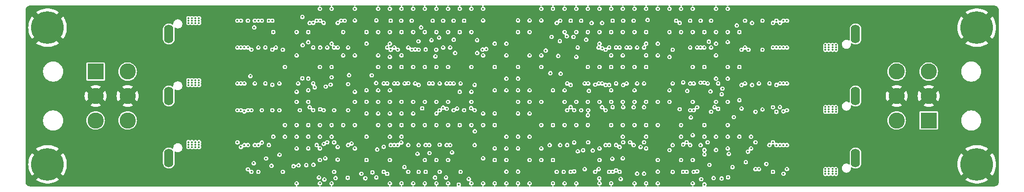
<source format=gbr>
%TF.GenerationSoftware,KiCad,Pcbnew,8.0.2*%
%TF.CreationDate,2024-05-21T15:52:10+02:00*%
%TF.ProjectId,HYDRA_VMM3_Adapter,48594452-415f-4564-9d4d-335f41646170,0*%
%TF.SameCoordinates,Original*%
%TF.FileFunction,Copper,L5,Inr*%
%TF.FilePolarity,Positive*%
%FSLAX46Y46*%
G04 Gerber Fmt 4.6, Leading zero omitted, Abs format (unit mm)*
G04 Created by KiCad (PCBNEW 8.0.2) date 2024-05-21 15:52:10*
%MOMM*%
%LPD*%
G01*
G04 APERTURE LIST*
%TA.AperFunction,ComponentPad*%
%ADD10C,5.600000*%
%TD*%
%TA.AperFunction,ComponentPad*%
%ADD11O,1.600000X3.200000*%
%TD*%
%TA.AperFunction,ComponentPad*%
%ADD12R,2.775000X2.775000*%
%TD*%
%TA.AperFunction,ComponentPad*%
%ADD13C,2.775000*%
%TD*%
%TA.AperFunction,ViaPad*%
%ADD14C,0.350000*%
%TD*%
G04 APERTURE END LIST*
D10*
%TO.N,GND*%
%TO.C,J10*%
X26925000Y-54520000D03*
%TD*%
%TO.N,GND*%
%TO.C,J7*%
X26925000Y-78020000D03*
%TD*%
%TO.N,GND*%
%TO.C,J8*%
X186425000Y-78020000D03*
%TD*%
%TO.N,GND*%
%TO.C,J9*%
X186425000Y-54520000D03*
%TD*%
D11*
%TO.N,N/C*%
%TO.C,J1*%
X165610000Y-55610000D03*
%TD*%
%TO.N,N/C*%
%TO.C,J6*%
X47740000Y-76930000D03*
%TD*%
D12*
%TO.N,P2A*%
%TO.C,Input_A1*%
X35175000Y-62070000D03*
D13*
%TO.N,GND*%
X35175000Y-66270000D03*
%TO.N,P1A*%
X35175000Y-70470000D03*
%TO.N,P2A*%
X40675000Y-62070000D03*
%TO.N,GND*%
X40675000Y-66270000D03*
%TO.N,P1A*%
X40675000Y-70470000D03*
%TD*%
D12*
%TO.N,P2B*%
%TO.C,Input_B1*%
X178175000Y-70470000D03*
D13*
%TO.N,GND*%
X178175000Y-66270000D03*
%TO.N,P1B*%
X178175000Y-62070000D03*
%TO.N,P2B*%
X172675000Y-70470000D03*
%TO.N,GND*%
X172675000Y-66270000D03*
%TO.N,P1B*%
X172675000Y-62070000D03*
%TD*%
D11*
%TO.N,N/C*%
%TO.C,J2*%
X165610000Y-66270000D03*
%TD*%
%TO.N,N/C*%
%TO.C,J4*%
X47740000Y-55610000D03*
%TD*%
%TO.N,N/C*%
%TO.C,J3*%
X165610000Y-76930000D03*
%TD*%
%TO.N,N/C*%
%TO.C,J5*%
X47740000Y-66270000D03*
%TD*%
D14*
%TO.N,GND*%
X134675000Y-76270000D03*
X132675000Y-76270000D03*
X130675000Y-76270000D03*
X128675000Y-76270000D03*
X126675000Y-76270000D03*
X124675000Y-76270000D03*
X122675000Y-76270000D03*
X148675000Y-72270000D03*
X146675000Y-72270000D03*
X144675000Y-72270000D03*
X142675000Y-72270000D03*
X140675000Y-72270000D03*
X138675000Y-72270000D03*
X136675000Y-72270000D03*
X132675000Y-72270000D03*
X130675000Y-72270000D03*
X128675000Y-72270000D03*
X126675000Y-72270000D03*
X124675000Y-72270000D03*
X136675000Y-66270000D03*
X138675000Y-66270000D03*
X134675000Y-66270000D03*
X132675000Y-66270000D03*
X130675000Y-66270000D03*
X128675000Y-66270000D03*
X126675000Y-66270000D03*
X124675000Y-66270000D03*
X122675000Y-66270000D03*
X116675000Y-66270000D03*
X114675000Y-66270000D03*
X112675000Y-66270000D03*
X110675000Y-66270000D03*
X132675000Y-60270000D03*
X130675000Y-60270000D03*
X128675000Y-60270000D03*
X126675000Y-60270000D03*
X124675000Y-60270000D03*
X122675000Y-60270000D03*
X120675000Y-60270000D03*
X118675000Y-60270000D03*
X116675000Y-60270000D03*
X110675000Y-60270000D03*
X108675000Y-60270000D03*
X142675000Y-56270000D03*
X140675000Y-56270000D03*
X138675000Y-56270000D03*
X136675000Y-56270000D03*
X134675000Y-56270000D03*
X132675000Y-56270000D03*
X130675000Y-56270000D03*
X128675000Y-56270000D03*
X126675000Y-56270000D03*
X124675000Y-56270000D03*
X122675000Y-56270000D03*
X120675000Y-56270000D03*
X103675000Y-76270000D03*
X88675000Y-76270000D03*
X72675000Y-76270000D03*
X74675000Y-76270000D03*
X82675000Y-76270000D03*
X64675000Y-72270000D03*
X66675000Y-72270000D03*
X68675000Y-72270000D03*
X70675000Y-72270000D03*
X72675000Y-72270000D03*
X74675000Y-72270000D03*
X76675000Y-72270000D03*
X78675000Y-72270000D03*
X80675000Y-72270000D03*
X82675000Y-72270000D03*
X84675000Y-72270000D03*
X86675000Y-72270000D03*
X88675000Y-72270000D03*
X90675000Y-72270000D03*
X94675000Y-70270000D03*
X96675000Y-70270000D03*
X98675000Y-70270000D03*
X100675000Y-70270000D03*
X102675000Y-70270000D03*
X104675000Y-70270000D03*
X102675000Y-66270000D03*
X100675000Y-66270000D03*
X98675000Y-66270000D03*
X96675000Y-66270000D03*
X94675000Y-66270000D03*
X92675000Y-66270000D03*
X90675000Y-66270000D03*
X88675000Y-66270000D03*
X86675000Y-66270000D03*
X84675000Y-66270000D03*
X82675000Y-66270000D03*
X80675000Y-66270000D03*
X104675000Y-60270000D03*
X102675000Y-60270000D03*
X100675000Y-60270000D03*
X98675000Y-60270000D03*
X96675000Y-60270000D03*
X94675000Y-60270000D03*
X92675000Y-60270000D03*
X90675000Y-60270000D03*
X88675000Y-60270000D03*
X86675000Y-60270000D03*
X84675000Y-60270000D03*
X82675000Y-60270000D03*
X80675000Y-60270000D03*
X82675000Y-54270000D03*
X88675000Y-56270000D03*
X86675000Y-56270000D03*
X84675000Y-56270000D03*
X82675000Y-56270000D03*
X80675000Y-56270000D03*
X78675000Y-56270000D03*
X76675000Y-56270000D03*
X74675000Y-56270000D03*
X72675000Y-56270000D03*
X70675000Y-56270000D03*
X68675000Y-56270000D03*
X66675000Y-56270000D03*
X64675000Y-56270000D03*
X106675000Y-80270000D03*
X106675000Y-78270000D03*
X106675000Y-76270000D03*
X106675000Y-74270000D03*
X106675000Y-72270000D03*
X106675000Y-70270000D03*
X106675000Y-68270000D03*
X106675000Y-66270000D03*
X106675000Y-64270000D03*
X106675000Y-62270000D03*
X106675000Y-60270000D03*
X106675000Y-58270000D03*
X106675000Y-56270000D03*
X106675000Y-54270000D03*
X106675000Y-52270000D03*
X37690000Y-80370000D03*
X37690000Y-80780000D03*
X35290000Y-80770000D03*
X40090000Y-80770000D03*
X38890000Y-80370000D03*
X34690000Y-80360000D03*
X37090000Y-79950000D03*
X35890000Y-80770000D03*
X40090000Y-79940000D03*
X38290000Y-80370000D03*
X38890000Y-79950000D03*
X39490000Y-80770000D03*
X36490000Y-80360000D03*
X39490000Y-80360000D03*
X37090000Y-80780000D03*
X35290000Y-79940000D03*
X35290000Y-80360000D03*
X34690000Y-80770000D03*
X39490000Y-79940000D03*
X35890000Y-79940000D03*
X38290000Y-79950000D03*
X37090000Y-80370000D03*
X35890000Y-80360000D03*
X36490000Y-79940000D03*
X36490000Y-80770000D03*
X38890000Y-80780000D03*
X37690000Y-79950000D03*
X40090000Y-80360000D03*
X34690000Y-79940000D03*
X38290000Y-80780000D03*
X35290000Y-54410000D03*
X36490000Y-54830000D03*
X34690000Y-54830000D03*
X37690000Y-54420000D03*
X36490000Y-54410000D03*
X39490000Y-55240000D03*
X39490000Y-54410000D03*
X34690000Y-55240000D03*
X38890000Y-54840000D03*
X38890000Y-55250000D03*
X38290000Y-54840000D03*
X35290000Y-54830000D03*
X40090000Y-54410000D03*
X40090000Y-54830000D03*
X38890000Y-54420000D03*
X38290000Y-54420000D03*
X37690000Y-54840000D03*
X35890000Y-55240000D03*
X35890000Y-54410000D03*
X38290000Y-55250000D03*
X37690000Y-55250000D03*
X35290000Y-55240000D03*
X34690000Y-54410000D03*
X36490000Y-55240000D03*
X37090000Y-54840000D03*
X39490000Y-54830000D03*
X35890000Y-54830000D03*
X40090000Y-55240000D03*
X37090000Y-55250000D03*
X37090000Y-54420000D03*
X37690000Y-77890000D03*
X38290000Y-78300000D03*
X35290000Y-77460000D03*
X38890000Y-77890000D03*
X37690000Y-78300000D03*
X40090000Y-77880000D03*
X36490000Y-78290000D03*
X38290000Y-77890000D03*
X34690000Y-77880000D03*
X37090000Y-78300000D03*
X37690000Y-77470000D03*
X37090000Y-77890000D03*
X39490000Y-78290000D03*
X35890000Y-78290000D03*
X40090000Y-77460000D03*
X35890000Y-77880000D03*
X37090000Y-77470000D03*
X34690000Y-78290000D03*
X34690000Y-77460000D03*
X38290000Y-77470000D03*
X35890000Y-77460000D03*
X38890000Y-78300000D03*
X38890000Y-77470000D03*
X40090000Y-78290000D03*
X39490000Y-77460000D03*
X35290000Y-78290000D03*
X39490000Y-77880000D03*
X35290000Y-77880000D03*
X36490000Y-77880000D03*
X36490000Y-77460000D03*
X38290000Y-51900000D03*
X39490000Y-51470000D03*
X36490000Y-52300000D03*
X35290000Y-51890000D03*
X37090000Y-52310000D03*
X40090000Y-51890000D03*
X37690000Y-51480000D03*
X38890000Y-51480000D03*
X34690000Y-51890000D03*
X35890000Y-51470000D03*
X35890000Y-51890000D03*
X39490000Y-51890000D03*
X37090000Y-51900000D03*
X36490000Y-51470000D03*
X36490000Y-51890000D03*
X35290000Y-52300000D03*
X37690000Y-51900000D03*
X34690000Y-52300000D03*
X38890000Y-51900000D03*
X37090000Y-51480000D03*
X40090000Y-52300000D03*
X37690000Y-52310000D03*
X38290000Y-52310000D03*
X35290000Y-51470000D03*
X38290000Y-51480000D03*
X35890000Y-52300000D03*
X38890000Y-52310000D03*
X39490000Y-52300000D03*
X34690000Y-51470000D03*
X40090000Y-51470000D03*
X175410000Y-79940000D03*
X173610000Y-79940000D03*
X174810000Y-80360000D03*
X177210000Y-79950000D03*
X177810000Y-80780000D03*
X176010000Y-80370000D03*
X176610000Y-79950000D03*
X177210000Y-80780000D03*
X176610000Y-80370000D03*
X176610000Y-80780000D03*
X174210000Y-79940000D03*
X173610000Y-80770000D03*
X177810000Y-80370000D03*
X174210000Y-80770000D03*
X174810000Y-80770000D03*
X179010000Y-79940000D03*
X179010000Y-80770000D03*
X175410000Y-80360000D03*
X177810000Y-79950000D03*
X173610000Y-80360000D03*
X178410000Y-80770000D03*
X177210000Y-80370000D03*
X176010000Y-80780000D03*
X178410000Y-80360000D03*
X179010000Y-80360000D03*
X176010000Y-79950000D03*
X178410000Y-79940000D03*
X175410000Y-80770000D03*
X174810000Y-79940000D03*
X174210000Y-80360000D03*
X175410000Y-77460000D03*
X173610000Y-77460000D03*
X174810000Y-77880000D03*
X177210000Y-77470000D03*
X177810000Y-78300000D03*
X176010000Y-77890000D03*
X176610000Y-77470000D03*
X177210000Y-78300000D03*
X176610000Y-77890000D03*
X176610000Y-78300000D03*
X174210000Y-77460000D03*
X173610000Y-78290000D03*
X177810000Y-77890000D03*
X174210000Y-78290000D03*
X174810000Y-78290000D03*
X179010000Y-77460000D03*
X179010000Y-78290000D03*
X175410000Y-77880000D03*
X177810000Y-77470000D03*
X173610000Y-77880000D03*
X178410000Y-78290000D03*
X177210000Y-77890000D03*
X176010000Y-78300000D03*
X178410000Y-77880000D03*
X179010000Y-77880000D03*
X176010000Y-77470000D03*
X178410000Y-77460000D03*
X175410000Y-78290000D03*
X174810000Y-77460000D03*
X174210000Y-77880000D03*
X175410000Y-54410000D03*
X173610000Y-54410000D03*
X174810000Y-54830000D03*
X177210000Y-54420000D03*
X177810000Y-55250000D03*
X176010000Y-54840000D03*
X176610000Y-54420000D03*
X177210000Y-55250000D03*
X176610000Y-54840000D03*
X176610000Y-55250000D03*
X174210000Y-54410000D03*
X173610000Y-55240000D03*
X177810000Y-54840000D03*
X174210000Y-55240000D03*
X174810000Y-55240000D03*
X179010000Y-54410000D03*
X179010000Y-55240000D03*
X175410000Y-54830000D03*
X177810000Y-54420000D03*
X173610000Y-54830000D03*
X178410000Y-55240000D03*
X177210000Y-54840000D03*
X176010000Y-55250000D03*
X178410000Y-54830000D03*
X179010000Y-54830000D03*
X176010000Y-54420000D03*
X178410000Y-54410000D03*
X175410000Y-55240000D03*
X174810000Y-54410000D03*
X174210000Y-54830000D03*
X175410000Y-51470000D03*
X173610000Y-51470000D03*
X174810000Y-51890000D03*
X177210000Y-51480000D03*
X177810000Y-52310000D03*
X176010000Y-51900000D03*
X176610000Y-51480000D03*
X177210000Y-52310000D03*
X176610000Y-51900000D03*
X176610000Y-52310000D03*
X174210000Y-51470000D03*
X173610000Y-52300000D03*
X177810000Y-51900000D03*
X174210000Y-52300000D03*
X174810000Y-52300000D03*
X179010000Y-51470000D03*
X179010000Y-52300000D03*
X175410000Y-51890000D03*
X177810000Y-51480000D03*
X173610000Y-51890000D03*
X178410000Y-52300000D03*
X177210000Y-51900000D03*
X176010000Y-52310000D03*
X178410000Y-51890000D03*
X179010000Y-51890000D03*
X176010000Y-51480000D03*
X178410000Y-51470000D03*
X175410000Y-52300000D03*
X174810000Y-51470000D03*
X174210000Y-51890000D03*
X58310000Y-58320000D03*
X58910000Y-57910000D03*
X57710000Y-57910000D03*
X57110000Y-57910000D03*
X58910000Y-58320000D03*
X58310000Y-57490000D03*
X58910000Y-57490000D03*
X57710000Y-58320000D03*
X58310000Y-57910000D03*
X57710000Y-57490000D03*
X57110000Y-58320000D03*
X57110000Y-57490000D03*
X58310000Y-68990000D03*
X58910000Y-68580000D03*
X57710000Y-68580000D03*
X57110000Y-68580000D03*
X58910000Y-68990000D03*
X58310000Y-68160000D03*
X58910000Y-68160000D03*
X57710000Y-68990000D03*
X58310000Y-68580000D03*
X57710000Y-68160000D03*
X57110000Y-68990000D03*
X57110000Y-68160000D03*
X58310000Y-79640000D03*
X58910000Y-79230000D03*
X57710000Y-79230000D03*
X57110000Y-79230000D03*
X58910000Y-79640000D03*
X58310000Y-78810000D03*
X58910000Y-78810000D03*
X57710000Y-79640000D03*
X58310000Y-79230000D03*
X57710000Y-78810000D03*
X57110000Y-79640000D03*
X57110000Y-78810000D03*
X156240000Y-74210000D03*
X154440000Y-74210000D03*
X155640000Y-74630000D03*
X155040000Y-74210000D03*
X154440000Y-75040000D03*
X155040000Y-75040000D03*
X155640000Y-75040000D03*
X156240000Y-74630000D03*
X154440000Y-74630000D03*
X156240000Y-75040000D03*
X155640000Y-74210000D03*
X155040000Y-74630000D03*
X156240000Y-63550000D03*
X154440000Y-63550000D03*
X155640000Y-63970000D03*
X155040000Y-63550000D03*
X154440000Y-64380000D03*
X155040000Y-64380000D03*
X155640000Y-64380000D03*
X156240000Y-63970000D03*
X154440000Y-63970000D03*
X156240000Y-64380000D03*
X155640000Y-63550000D03*
X155040000Y-63970000D03*
X156240000Y-52890000D03*
X154440000Y-52890000D03*
X155640000Y-53310000D03*
X155040000Y-52890000D03*
X154440000Y-53720000D03*
X155040000Y-53720000D03*
X155640000Y-53720000D03*
X156240000Y-53310000D03*
X154440000Y-53310000D03*
X156240000Y-53720000D03*
X155640000Y-52890000D03*
X155040000Y-53310000D03*
X159240000Y-57490000D03*
X156240000Y-58320000D03*
X155640000Y-57490000D03*
X154440000Y-58320000D03*
X155040000Y-57910000D03*
X159240000Y-57910000D03*
X155040000Y-58320000D03*
X156240000Y-57490000D03*
X159840000Y-58320000D03*
X159840000Y-57490000D03*
X154440000Y-57490000D03*
X156240000Y-57910000D03*
X159240000Y-58320000D03*
X159840000Y-57910000D03*
X155640000Y-58320000D03*
X155040000Y-57490000D03*
X154440000Y-57910000D03*
X155640000Y-57910000D03*
X156840000Y-58330000D03*
X156840000Y-57500000D03*
X157440000Y-57500000D03*
X158040000Y-57500000D03*
X157440000Y-58330000D03*
X158040000Y-58330000D03*
X158640000Y-57500000D03*
X158640000Y-58330000D03*
X158040000Y-57920000D03*
X156840000Y-57920000D03*
X158640000Y-57920000D03*
X157440000Y-57920000D03*
X159240000Y-68150000D03*
X156240000Y-68980000D03*
X155640000Y-68150000D03*
X154440000Y-68980000D03*
X155040000Y-68570000D03*
X159240000Y-68570000D03*
X155040000Y-68980000D03*
X156240000Y-68150000D03*
X159840000Y-68980000D03*
X159840000Y-68150000D03*
X154440000Y-68150000D03*
X156240000Y-68570000D03*
X159240000Y-68980000D03*
X159840000Y-68570000D03*
X155640000Y-68980000D03*
X155040000Y-68150000D03*
X154440000Y-68570000D03*
X155640000Y-68570000D03*
X156840000Y-68990000D03*
X156840000Y-68160000D03*
X157440000Y-68160000D03*
X158040000Y-68160000D03*
X157440000Y-68990000D03*
X158040000Y-68990000D03*
X158640000Y-68160000D03*
X158640000Y-68990000D03*
X158040000Y-68580000D03*
X156840000Y-68580000D03*
X158640000Y-68580000D03*
X157440000Y-68580000D03*
X159240000Y-78810000D03*
X156240000Y-79640000D03*
X155640000Y-78810000D03*
X154440000Y-79640000D03*
X155040000Y-79230000D03*
X159240000Y-79230000D03*
X155040000Y-79640000D03*
X156240000Y-78810000D03*
X159840000Y-79640000D03*
X159840000Y-78810000D03*
X154440000Y-78810000D03*
X156240000Y-79230000D03*
X159240000Y-79640000D03*
X159840000Y-79230000D03*
X155640000Y-79640000D03*
X155040000Y-78810000D03*
X154440000Y-79230000D03*
X155640000Y-79230000D03*
X156840000Y-79650000D03*
X156840000Y-78820000D03*
X157440000Y-78820000D03*
X158040000Y-78820000D03*
X157440000Y-79650000D03*
X158040000Y-79650000D03*
X158640000Y-78820000D03*
X158640000Y-79650000D03*
X158040000Y-79240000D03*
X156840000Y-79240000D03*
X158640000Y-79240000D03*
X157440000Y-79240000D03*
X58310000Y-74220000D03*
X55310000Y-75050000D03*
X54710000Y-74220000D03*
X53510000Y-75050000D03*
X54110000Y-74640000D03*
X58310000Y-74640000D03*
X54110000Y-75050000D03*
X55310000Y-74220000D03*
X58910000Y-75050000D03*
X58910000Y-74220000D03*
X53510000Y-74220000D03*
X55310000Y-74640000D03*
X58310000Y-75050000D03*
X58910000Y-74640000D03*
X54710000Y-75050000D03*
X54110000Y-74220000D03*
X53510000Y-74640000D03*
X54710000Y-74640000D03*
X55910000Y-75060000D03*
X55910000Y-74230000D03*
X56510000Y-74230000D03*
X57110000Y-74230000D03*
X56510000Y-75060000D03*
X57110000Y-75060000D03*
X57710000Y-74230000D03*
X57710000Y-75060000D03*
X57110000Y-74650000D03*
X55910000Y-74650000D03*
X57710000Y-74650000D03*
X56510000Y-74650000D03*
X58310000Y-63550000D03*
X55310000Y-64380000D03*
X54710000Y-63550000D03*
X53510000Y-64380000D03*
X54110000Y-63970000D03*
X58310000Y-63970000D03*
X54110000Y-64380000D03*
X55310000Y-63550000D03*
X58910000Y-64380000D03*
X58910000Y-63550000D03*
X53510000Y-63550000D03*
X55310000Y-63970000D03*
X58310000Y-64380000D03*
X58910000Y-63970000D03*
X54710000Y-64380000D03*
X54110000Y-63550000D03*
X53510000Y-63970000D03*
X54710000Y-63970000D03*
X55910000Y-64390000D03*
X55910000Y-63560000D03*
X56510000Y-63560000D03*
X57110000Y-63560000D03*
X56510000Y-64390000D03*
X57110000Y-64390000D03*
X57710000Y-63560000D03*
X57710000Y-64390000D03*
X57110000Y-63980000D03*
X55910000Y-63980000D03*
X57710000Y-63980000D03*
X56510000Y-63980000D03*
X58310000Y-52890000D03*
X58310000Y-53720000D03*
X58910000Y-52890000D03*
X58910000Y-53720000D03*
X58310000Y-53310000D03*
X58910000Y-53310000D03*
X57710000Y-53730000D03*
X56510000Y-53730000D03*
X55910000Y-53730000D03*
X57110000Y-53730000D03*
X57710000Y-52900000D03*
X56510000Y-52900000D03*
X55910000Y-52900000D03*
X57110000Y-52900000D03*
X56510000Y-53320000D03*
X55910000Y-53320000D03*
X57710000Y-53320000D03*
X57110000Y-53320000D03*
X55310000Y-53720000D03*
X54110000Y-53720000D03*
X53510000Y-53720000D03*
X54710000Y-53720000D03*
X55310000Y-52890000D03*
X54110000Y-52890000D03*
X53510000Y-52890000D03*
X54710000Y-52890000D03*
X54110000Y-53310000D03*
X53510000Y-53310000D03*
X55310000Y-53310000D03*
X54710000Y-53310000D03*
%TO.N,P1B*%
X162240000Y-58320000D03*
X161040000Y-58320000D03*
X160440000Y-58320000D03*
X161640000Y-58320000D03*
X162240000Y-57490000D03*
X161040000Y-57490000D03*
X160440000Y-57490000D03*
X161640000Y-57490000D03*
X161040000Y-57910000D03*
X160440000Y-57910000D03*
X162240000Y-57910000D03*
X161640000Y-57910000D03*
X162240000Y-68980000D03*
X161040000Y-68980000D03*
X160440000Y-68980000D03*
X161640000Y-68980000D03*
X162240000Y-68150000D03*
X161040000Y-68150000D03*
X160440000Y-68150000D03*
X161640000Y-68150000D03*
X161040000Y-68570000D03*
X160440000Y-68570000D03*
X162240000Y-68570000D03*
X161640000Y-68570000D03*
X162240000Y-79650000D03*
X161040000Y-79650000D03*
X160440000Y-79650000D03*
X161640000Y-79650000D03*
X162240000Y-78820000D03*
X161040000Y-78820000D03*
X160440000Y-78820000D03*
X161640000Y-78820000D03*
X161040000Y-79240000D03*
X160440000Y-79240000D03*
X162240000Y-79240000D03*
X161640000Y-79240000D03*
%TO.N,P1A*%
X52910000Y-53720000D03*
X51710000Y-53720000D03*
X51110000Y-53720000D03*
X52310000Y-53720000D03*
X52910000Y-52890000D03*
X51710000Y-52890000D03*
X51110000Y-52890000D03*
X52310000Y-52890000D03*
X51710000Y-53310000D03*
X51110000Y-53310000D03*
X52910000Y-53310000D03*
X52310000Y-53310000D03*
X52910000Y-64380000D03*
X51710000Y-64380000D03*
X51110000Y-64380000D03*
X52310000Y-64380000D03*
X52910000Y-63550000D03*
X51710000Y-63550000D03*
X51110000Y-63550000D03*
X52310000Y-63550000D03*
X51710000Y-63970000D03*
X51110000Y-63970000D03*
X52910000Y-63970000D03*
X52310000Y-63970000D03*
X51710000Y-75040000D03*
X51110000Y-75040000D03*
X52910000Y-75040000D03*
X52310000Y-75040000D03*
X52910000Y-74630000D03*
X51710000Y-74630000D03*
X51110000Y-74630000D03*
X52310000Y-74630000D03*
X52310000Y-74210000D03*
X51710000Y-74210000D03*
X52910000Y-74210000D03*
X51110000Y-74210000D03*
%TO.N,Col_3-Row_7*%
X61750000Y-62840000D03*
%TO.N,Col_4-Row_7*%
X62510000Y-64110000D03*
%TO.N,Col_2-Row_1*%
X59510000Y-53310000D03*
%TO.N,Col_15-Row_7*%
X87030000Y-64110000D03*
%TO.N,Col_9-Row_9*%
X79675000Y-67270000D03*
%TO.N,Col_11-Row_10*%
X83675000Y-69270000D03*
%TO.N,Col_22-Row_9*%
X99630000Y-68360000D03*
%TO.N,Col_2-Row_10*%
X60110000Y-68710000D03*
%TO.N,Col_13-Row_9*%
X87675000Y-67270000D03*
%TO.N,Col_18-Row_10*%
X95430000Y-68460000D03*
%TO.N,Col_3-Row_1*%
X61310000Y-53310000D03*
%TO.N,Col_3-Row_11*%
X67675000Y-71270000D03*
%TO.N,Col_19-Row_9*%
X99675000Y-67270000D03*
%TO.N,Col_2-Row_11*%
X60710000Y-68930000D03*
%TO.N,Col_8-Row_7*%
X69940000Y-64110000D03*
%TO.N,Col_3-Row_10*%
X61910000Y-68710000D03*
%TO.N,Col_19-Row_6*%
X99675000Y-61270000D03*
%TO.N,Col_3-Row_2*%
X62395166Y-54464834D03*
%TO.N,Col_20-Row_8*%
X95430000Y-64110000D03*
%TO.N,Col_5-Row_7*%
X71675000Y-63270000D03*
%TO.N,Col_22-Row_10*%
X100230000Y-68710000D03*
%TO.N,Col_22-Row_7*%
X105675000Y-63270000D03*
%TO.N,Col_15-Row_3*%
X91675000Y-55270000D03*
%TO.N,Col_15-Row_1*%
X91675000Y-51270000D03*
%TO.N,Col_8-Row_11*%
X77675000Y-71270000D03*
%TO.N,Col_14-Row_6*%
X89675000Y-61270000D03*
%TO.N,Col_12-Row_10*%
X85675000Y-69270000D03*
%TO.N,Col_12-Row_11*%
X85675000Y-71270000D03*
%TO.N,Col_7-Row_11*%
X75675000Y-71270000D03*
%TO.N,Col_16-Row_10*%
X93675000Y-69270000D03*
%TO.N,Col_13-Row_2*%
X87630000Y-53310000D03*
%TO.N,Col_17-Row_10*%
X94230000Y-68710000D03*
%TO.N,Col_8-Row_1*%
X73720000Y-53310000D03*
%TO.N,Col_12-Row_7*%
X82570000Y-62710000D03*
%TO.N,Col_19-Row_8*%
X99675000Y-65540000D03*
%TO.N,Col_21-Row_8*%
X103675000Y-65270000D03*
%TO.N,Col_8-Row_3*%
X77675000Y-55270000D03*
%TO.N,Col_8-Row_2*%
X74320000Y-53690000D03*
%TO.N,Col_8-Row_9*%
X73720000Y-68550000D03*
%TO.N,Col_13-Row_10*%
X87675000Y-69270000D03*
%TO.N,Col_11-Row_11*%
X83675000Y-71270000D03*
%TO.N,Col_5-Row_11*%
X71675000Y-71270000D03*
%TO.N,Col_4-Row_11*%
X69675000Y-71270000D03*
%TO.N,Col_9-Row_2*%
X79675000Y-53270000D03*
%TO.N,Col_22-Row_6*%
X100230000Y-64360000D03*
%TO.N,Col_11-Row_1*%
X83675000Y-51270000D03*
%TO.N,Col_7-Row_10*%
X72520000Y-68710000D03*
%TO.N,Col_12-Row_3*%
X85675000Y-55270000D03*
%TO.N,Col_9-Row_1*%
X79675000Y-51270000D03*
%TO.N,Col_18-Row_8*%
X97675000Y-65570000D03*
%TO.N,Col_11-Row_8*%
X83675000Y-65270000D03*
%TO.N,Col_4-Row_9*%
X69675000Y-67270000D03*
%TO.N,Col_7-Row_7*%
X75675000Y-63040000D03*
%TO.N,Col_17-Row_9*%
X95675000Y-67270000D03*
%TO.N,Col_9-Row_11*%
X79675000Y-71270000D03*
%TO.N,Col_10-Row_8*%
X81675000Y-65270000D03*
%TO.N,Col_16-Row_9*%
X93675000Y-67270000D03*
%TO.N,Col_17-Row_2*%
X94830000Y-53310000D03*
%TO.N,Col_7-Row_9*%
X71920000Y-68190000D03*
%TO.N,Col_16-Row_6*%
X93675000Y-61270000D03*
%TO.N,Col_6-Row_10*%
X70240000Y-68710000D03*
%TO.N,Col_2-Row_7*%
X60110000Y-64110000D03*
%TO.N,Col_10-Row_10*%
X81675000Y-69270000D03*
%TO.N,Col_12-Row_6*%
X85675000Y-61270000D03*
%TO.N,Col_15-Row_6*%
X91675000Y-61270000D03*
%TO.N,Col_3-Row_8*%
X60710000Y-64110000D03*
%TO.N,Col_8-Row_8*%
X66710000Y-64110000D03*
%TO.N,Col_17-Row_3*%
X95675000Y-55270000D03*
%TO.N,Col_14-Row_7*%
X85230000Y-64110000D03*
%TO.N,Col_21-Row_9*%
X98430000Y-68710000D03*
%TO.N,Col_21-Row_6*%
X103675000Y-61270000D03*
%TO.N,Col_9-Row_6*%
X72520000Y-64110000D03*
%TO.N,Col_16-Row_3*%
X93675000Y-55270000D03*
%TO.N,Col_2-Row_9*%
X59510000Y-68710000D03*
%TO.N,Col_14-Row_2*%
X89430000Y-53310000D03*
%TO.N,Col_18-Row_6*%
X93030000Y-64110000D03*
%TO.N,Col_19-Row_3*%
X99675000Y-51270000D03*
%TO.N,Col_14-Row_11*%
X89675000Y-71270000D03*
%TO.N,Col_16-Row_1*%
X93675000Y-51270000D03*
%TO.N,Col_18-Row_9*%
X94830000Y-68270000D03*
%TO.N,Col_18-Row_1*%
X97675000Y-51270000D03*
%TO.N,Col_21-Row_7*%
X97830000Y-64110000D03*
%TO.N,Col_9-Row_8*%
X79670000Y-65540000D03*
%TO.N,Col_17-Row_1*%
X95675000Y-51270000D03*
%TO.N,Col_21-Row_10*%
X103675000Y-69270000D03*
%TO.N,Col_10-Row_3*%
X81675000Y-55270000D03*
%TO.N,Col_12-Row_2*%
X85830000Y-53310000D03*
%TO.N,Col_9-Row_7*%
X72790000Y-64770000D03*
%TO.N,Col_16-Row_12*%
X88830000Y-74710000D03*
%TO.N,Col_3-Row_9*%
X61310000Y-68710000D03*
%TO.N,Col_19-Row_1*%
X99675000Y-55270000D03*
%TO.N,Col_15-Row_9*%
X91675000Y-67270000D03*
%TO.N,Col_5-Row_9*%
X71675000Y-67270000D03*
%TO.N,Col_16-Row_13*%
X90426300Y-76191800D03*
%TO.N,Col_11-Row_3*%
X83675000Y-55270000D03*
%TO.N,Col_15-Row_11*%
X91675000Y-71270000D03*
%TO.N,Col_6-Row_9*%
X66710000Y-68710000D03*
%TO.N,Col_18-Row_12*%
X92430000Y-74710000D03*
%TO.N,Col_20-Row_9*%
X97230000Y-68420000D03*
%TO.N,Col_16-Row_11*%
X93675000Y-71270000D03*
%TO.N,Col_13-Row_3*%
X87675000Y-55270000D03*
%TO.N,Col_17-Row_8*%
X90030000Y-64110000D03*
%TO.N,Col_14-Row_1*%
X89675000Y-51270000D03*
%TO.N,Col_6-Row_11*%
X73675000Y-71270000D03*
%TO.N,Col_10-Row_6*%
X78690800Y-62674100D03*
%TO.N,Col_20-Row_7*%
X96030000Y-64110000D03*
%TO.N,Col_21-Row_11*%
X103675000Y-71270000D03*
%TO.N,Col_8-Row_10*%
X74320000Y-68710000D03*
%TO.N,Col_17-Row_11*%
X95675000Y-71270000D03*
%TO.N,Col_9-Row_10*%
X76120000Y-68710000D03*
%TO.N,Col_18-Row_3*%
X97675000Y-55270000D03*
%TO.N,Col_12-Row_1*%
X85675000Y-51270000D03*
%TO.N,Col_12-Row_8*%
X85675000Y-65270000D03*
%TO.N,Col_14-Row_10*%
X89675000Y-69270000D03*
%TO.N,Col_17-Row_13*%
X92490000Y-76080000D03*
%TO.N,Col_14-Row_9*%
X89675000Y-67270000D03*
%TO.N,Col_22-Row_11*%
X100230000Y-74710000D03*
%TO.N,Col_11-Row_2*%
X83370000Y-53270000D03*
%TO.N,Col_22-Row_13*%
X105675000Y-75270000D03*
%TO.N,Col_10-Row_1*%
X77320000Y-53310000D03*
%TO.N,Col_20-Row_12*%
X96030000Y-74710000D03*
%TO.N,Col_4-Row_8*%
X69675000Y-65530000D03*
%TO.N,Col_16-Row_2*%
X93030000Y-53310000D03*
%TO.N,Col_15-Row_2*%
X91050000Y-54480000D03*
%TO.N,Col_16-Row_8*%
X88230000Y-64110000D03*
%TO.N,Col_12-Row_9*%
X85675000Y-67270000D03*
%TO.N,Col_4-Row_10*%
X63710000Y-68710000D03*
%TO.N,Col_18-Row_13*%
X91830000Y-74710000D03*
%TO.N,Col_15-Row_10*%
X91230000Y-68380000D03*
%TO.N,Col_10-Row_2*%
X77920000Y-53310000D03*
%TO.N,Col_20-Row_13*%
X95430000Y-74710000D03*
%TO.N,Col_18-Row_2*%
X96630000Y-53310000D03*
%TO.N,Col_13-Row_8*%
X78520000Y-64220000D03*
%TO.N,Col_5-Row_8*%
X71675000Y-65270000D03*
%TO.N,Col_11-Row_6*%
X83675000Y-61270000D03*
%TO.N,Col_17-Row_7*%
X90630000Y-64370000D03*
%TO.N,Col_10-Row_7*%
X74670000Y-64650000D03*
%TO.N,Col_14-Row_3*%
X89675000Y-55270000D03*
%TO.N,Col_19-Row_13*%
X96348980Y-75951494D03*
%TO.N,Col_22-Row_12*%
X105675000Y-73270000D03*
%TO.N,Col_6-Row_7*%
X70660000Y-63230000D03*
%TO.N,Col_15-Row_8*%
X86430000Y-64110000D03*
%TO.N,Col_19-Row_2*%
X98430000Y-53310000D03*
%TO.N,Col_13-Row_6*%
X87675000Y-61270000D03*
%TO.N,Col_7-Row_8*%
X65510000Y-64340000D03*
%TO.N,Col_14-Row_8*%
X84630000Y-64110000D03*
%TO.N,Col_16-Row_7*%
X88830000Y-64070000D03*
%TO.N,Col_21-Row_12*%
X100260000Y-72340000D03*
%TO.N,Col_13-Row_1*%
X87675000Y-51270000D03*
%TO.N,Col_10-Row_11*%
X78520000Y-68710000D03*
%TO.N,Col_17-Row_6*%
X95675000Y-61270000D03*
%TO.N,Col_19-Row_12*%
X94230000Y-74650000D03*
%TO.N,Col_10-Row_9*%
X81675000Y-67270000D03*
%TO.N,Col_20-Row_6*%
X96630000Y-64110000D03*
%TO.N,Col_21-Row_13*%
X103675000Y-75270000D03*
%TO.N,Col_2-Row_8*%
X59510000Y-64110000D03*
%TO.N,Col_20-Row_10*%
X101675000Y-69270000D03*
%TO.N,Col_5-Row_10*%
X65510000Y-68710000D03*
%TO.N,Col_22-Row_8*%
X105675000Y-65270000D03*
%TO.N,Col_21-Row_3*%
X100650000Y-56640000D03*
%TO.N,Col_19-Row_7*%
X94230000Y-64110000D03*
%TO.N,Col_17-Row_12*%
X90630000Y-74710000D03*
%TO.N,Col_11-Row_7*%
X75520000Y-64310000D03*
%TO.N,Col_11-Row_9*%
X83675000Y-67270000D03*
%TO.N,Col_19-Row_11*%
X99675000Y-71270000D03*
%TO.N,Col_13-Row_11*%
X87675000Y-71270000D03*
%TO.N,Col_20-Row_11*%
X101675000Y-71270000D03*
%TO.N,Col_19-Row_10*%
X96630000Y-68710000D03*
%TO.N,Col_18-Row_7*%
X92430000Y-64110000D03*
%TO.N,Col_21-Row_1*%
X96030000Y-57910000D03*
%TO.N,Col_6-Row_8*%
X64310000Y-64110000D03*
%TO.N,Col_13-Row_7*%
X83340000Y-64040000D03*
%TO.N,Col_18-Row_11*%
X97675000Y-71270000D03*
%TO.N,Col_39-Row_7*%
X149040000Y-64110000D03*
%TO.N,Col_40-Row_10*%
X144730000Y-69895000D03*
%TO.N,Col_27-Row_9*%
X115675000Y-67270000D03*
%TO.N,Col_39-Row_10*%
X146040000Y-68410000D03*
%TO.N,Col_30-Row_9*%
X121675000Y-67270000D03*
%TO.N,Col_28-Row_7*%
X122720000Y-64370000D03*
%TO.N,Col_27-Row_8*%
X115675000Y-65270000D03*
%TO.N,Col_38-Row_11*%
X141430000Y-68170000D03*
%TO.N,Col_43-Row_7*%
X153840000Y-64110000D03*
%TO.N,Col_42-Row_10*%
X151440000Y-68200000D03*
%TO.N,Col_37-Row_8*%
X146040000Y-64370000D03*
%TO.N,Col_38-Row_8*%
X142780000Y-65000000D03*
%TO.N,Col_32-Row_9*%
X125675000Y-67270000D03*
%TO.N,Col_29-Row_8*%
X119850000Y-65390000D03*
%TO.N,Col_36-Row_9*%
X133675000Y-67270000D03*
%TO.N,Col_27-Row_7*%
X120920000Y-64310000D03*
%TO.N,Col_25-Row_9*%
X111675000Y-67270000D03*
%TO.N,Col_31-Row_9*%
X123675000Y-67270000D03*
%TO.N,Col_40-Row_11*%
X148440000Y-68990000D03*
%TO.N,Col_35-Row_10*%
X135430000Y-68540000D03*
%TO.N,Col_28-Row_6*%
X123320000Y-64370000D03*
%TO.N,Col_25-Row_8*%
X116720000Y-64380000D03*
%TO.N,Col_42-Row_9*%
X145670000Y-66990000D03*
%TO.N,Col_27-Row_10*%
X118520000Y-68710000D03*
%TO.N,Col_40-Row_7*%
X141675000Y-63270000D03*
%TO.N,Col_34-Row_8*%
X137230000Y-64130000D03*
%TO.N,Col_38-Row_9*%
X137675000Y-67270000D03*
%TO.N,Col_42-Row_11*%
X152040000Y-68990000D03*
%TO.N,Col_41-Row_4*%
X143675000Y-56970000D03*
%TO.N,Col_32-Row_8*%
X129320000Y-64110000D03*
%TO.N,Col_25-Row_7*%
X115000000Y-62440000D03*
%TO.N,Col_29-Row_10*%
X119675000Y-69580000D03*
%TO.N,Col_32-Row_7*%
X134230000Y-64110000D03*
%TO.N,Col_40-Row_9*%
X141675000Y-67270000D03*
%TO.N,Col_34-Row_10*%
X129320000Y-68190000D03*
%TO.N,Col_38-Row_7*%
X147840000Y-64370000D03*
%TO.N,Col_30-Row_11*%
X122720000Y-68710000D03*
%TO.N,Col_43-Row_11*%
X153840000Y-68710000D03*
%TO.N,Col_38-Row_10*%
X140830000Y-68970000D03*
%TO.N,Col_34-Row_11*%
X129675000Y-71270000D03*
%TO.N,Col_33-Row_9*%
X127675000Y-67270000D03*
%TO.N,Col_42-Row_8*%
X152040000Y-64370000D03*
%TO.N,Col_25-Row_6*%
X111675000Y-61270000D03*
%TO.N,Col_39-Row_8*%
X140710000Y-65470000D03*
%TO.N,Col_33-Row_10*%
X127520000Y-68180000D03*
%TO.N,Col_36-Row_10*%
X137230000Y-68710000D03*
%TO.N,Col_26-Row_8*%
X113675000Y-65270000D03*
%TO.N,Col_35-Row_8*%
X139030000Y-63970000D03*
%TO.N,Col_33-Row_8*%
X127675000Y-65270000D03*
%TO.N,Col_30-Row_6*%
X121675000Y-61270000D03*
%TO.N,Col_37-Row_9*%
X138430000Y-68200000D03*
%TO.N,Col_41-Row_9*%
X143675000Y-67270000D03*
%TO.N,Col_23-Row_8*%
X107675000Y-65270000D03*
%TO.N,Col_39-Row_9*%
X142030000Y-68480000D03*
%TO.N,Col_43-Row_3*%
X152640000Y-53710000D03*
%TO.N,Col_29-Row_7*%
X124520000Y-64110000D03*
%TO.N,Col_35-Row_11*%
X131675000Y-71270000D03*
%TO.N,Col_27-Row_6*%
X121520000Y-64110000D03*
%TO.N,Col_31-Row_6*%
X123675000Y-61270000D03*
%TO.N,Col_42-Row_7*%
X152640000Y-64110000D03*
%TO.N,Col_24-Row_10*%
X109675000Y-69270000D03*
%TO.N,Col_30-Row_7*%
X126320000Y-64110000D03*
%TO.N,Col_39-Row_6*%
X139675000Y-61270000D03*
%TO.N,Col_36-Row_6*%
X142030000Y-64110000D03*
%TO.N,Col_31-Row_10*%
X123920000Y-68170000D03*
%TO.N,Col_41-Row_7*%
X143675000Y-63270000D03*
%TO.N,Col_26-Row_7*%
X119120000Y-64110000D03*
%TO.N,Col_37-Row_11*%
X135675000Y-71270000D03*
%TO.N,Col_24-Row_9*%
X109675000Y-67270000D03*
%TO.N,Col_31-Row_8*%
X123675000Y-65270000D03*
%TO.N,Col_41-Row_8*%
X150840000Y-64110000D03*
%TO.N,Col_30-Row_8*%
X125720000Y-64370000D03*
%TO.N,Col_43-Row_5*%
X153240000Y-57910000D03*
%TO.N,Col_33-Row_6*%
X127675000Y-61270000D03*
%TO.N,Col_43-Row_4*%
X153840000Y-57910000D03*
%TO.N,Col_43-Row_8*%
X153240000Y-64110000D03*
%TO.N,Col_31-Row_11*%
X123675000Y-71270000D03*
%TO.N,Col_35-Row_9*%
X131675000Y-67270000D03*
%TO.N,Col_32-Row_10*%
X125720000Y-68160000D03*
%TO.N,Col_43-Row_9*%
X152640000Y-68170000D03*
%TO.N,Col_31-Row_7*%
X128120000Y-64110000D03*
%TO.N,Col_43-Row_10*%
X153240000Y-68900000D03*
%TO.N,Col_40-Row_6*%
X147240000Y-58310000D03*
%TO.N,Col_23-Row_9*%
X107675000Y-67270000D03*
%TO.N,Col_39-Row_3*%
X139675000Y-55270000D03*
%TO.N,Col_36-Row_8*%
X133675000Y-65270000D03*
%TO.N,Col_33-Row_7*%
X136030707Y-63923690D03*
%TO.N,Col_35-Row_7*%
X139630000Y-63970000D03*
%TO.N,Col_34-Row_7*%
X137830000Y-64110000D03*
%TO.N,Col_39-Row_1*%
X146640000Y-53310000D03*
%TO.N,Col_30-Row_10*%
X122120000Y-68180000D03*
%TO.N,Col_35-Row_6*%
X140230000Y-64110000D03*
%TO.N,Col_34-Row_6*%
X129675000Y-61270000D03*
%TO.N,Col_39-Row_11*%
X139675000Y-71270000D03*
%TO.N,Col_37-Row_7*%
X146640000Y-64110000D03*
%TO.N,Col_26-Row_9*%
X116721000Y-68180000D03*
%TO.N,Col_43-Row_1*%
X153840000Y-53310000D03*
%TO.N,Col_23-Row_6*%
X107675000Y-61270000D03*
%TO.N,Col_23-Row_7*%
X107675000Y-63270000D03*
%TO.N,Col_41-Row_10*%
X149640000Y-68570000D03*
%TO.N,Col_33-Row_11*%
X127675000Y-71270000D03*
%TO.N,Col_40-Row_3*%
X141675000Y-55270000D03*
%TO.N,Col_26-Row_10*%
X117320000Y-68710000D03*
%TO.N,Col_26-Row_6*%
X119720000Y-64110000D03*
%TO.N,Col_41-Row_2*%
X149640000Y-53310000D03*
%TO.N,Col_28-Row_9*%
X117675000Y-67270000D03*
%TO.N,Col_25-Row_10*%
X116120000Y-68710000D03*
%TO.N,Col_37-Row_10*%
X137350000Y-69950000D03*
%TO.N,Col_42-Row_4*%
X152040000Y-57910000D03*
%TO.N,Col_40-Row_8*%
X142640000Y-65954800D03*
%TO.N,Col_40-Row_4*%
X141675000Y-57270000D03*
%TO.N,Col_24-Row_6*%
X116120000Y-64110000D03*
%TO.N,Col_28-Row_10*%
X119720000Y-68710000D03*
%TO.N,Col_32-Row_6*%
X125675000Y-61270000D03*
%TO.N,Col_23-Row_10*%
X107675000Y-69270000D03*
%TO.N,Col_29-Row_6*%
X119675000Y-61270000D03*
%TO.N,Col_41-Row_11*%
X143675000Y-71270000D03*
%TO.N,Col_43-Row_2*%
X153240000Y-53310000D03*
%TO.N,Col_24-Row_7*%
X113240000Y-62354900D03*
%TO.N,Col_32-Row_11*%
X125675000Y-71270000D03*
%TO.N,Col_37-Row_1*%
X135675000Y-51270000D03*
%TO.N,Col_24-Row_8*%
X109675000Y-65270000D03*
%TO.N,Col_37-Row_6*%
X138430000Y-57910000D03*
%TO.N,Col_28-Row_8*%
X122120000Y-64110000D03*
%TO.N,Col_38-Row_2*%
X140830000Y-53310000D03*
%TO.N,Col_41-Row_3*%
X143675000Y-55270000D03*
%TO.N,Col_36-Row_11*%
X137830000Y-68710000D03*
%TO.N,Col_42-Row_3*%
X145675000Y-55270000D03*
%TO.N,Col_29-Row_9*%
X119675000Y-67270000D03*
%TO.N,Col_36-Row_7*%
X136720000Y-65403300D03*
%TO.N,Col_34-Row_9*%
X129675000Y-67270000D03*
%TO.N,Col_40-Row_5*%
X141675000Y-59270000D03*
%TO.N,Col_40-Row_1*%
X141675000Y-51270000D03*
%TO.N,Col_40-Row_2*%
X147840000Y-53720000D03*
%TO.N,Col_37-Row_2*%
X139030000Y-53310000D03*
%TO.N,Col_38-Row_4*%
X140430000Y-56920000D03*
%TO.N,Col_38-Row_3*%
X137675000Y-55270000D03*
%TO.N,Col_39-Row_4*%
X146640000Y-57910000D03*
%TO.N,Col_42-Row_5*%
X151440000Y-57910000D03*
%TO.N,Col_42-Row_6*%
X145675000Y-61270000D03*
%TO.N,Col_37-Row_4*%
X139630000Y-57910000D03*
%TO.N,Col_37-Row_5*%
X139030000Y-57910000D03*
%TO.N,Col_38-Row_1*%
X137675000Y-51270000D03*
%TO.N,Col_39-Row_5*%
X146040000Y-58310000D03*
%TO.N,Col_39-Row_2*%
X145240000Y-54125000D03*
%TO.N,Col_42-Row_1*%
X152040000Y-53310000D03*
%TO.N,Col_41-Row_1*%
X143675000Y-51270000D03*
%TO.N,Col_37-Row_3*%
X135675000Y-55270000D03*
%TO.N,Col_42-Row_2*%
X151440000Y-53700000D03*
%TO.N,Col_41-Row_6*%
X143675000Y-61270000D03*
%TO.N,Col_43-Row_6*%
X152640000Y-57910000D03*
%TO.N,Col_38-Row_6*%
X137675000Y-61270000D03*
%TO.N,Col_41-Row_5*%
X149640000Y-58310000D03*
%TO.N,Col_38-Row_5*%
X140830000Y-57910000D03*
%TO.N,Col_23-Row_1*%
X113440000Y-56100000D03*
%TO.N,Col_25-Row_2*%
X111675000Y-53270000D03*
%TO.N,Col_31-Row_4*%
X126920000Y-57910000D03*
%TO.N,Col_23-Row_5*%
X112431700Y-58449400D03*
%TO.N,Col_30-Row_5*%
X126320000Y-57910000D03*
%TO.N,Col_25-Row_3*%
X117210000Y-56110000D03*
%TO.N,Col_27-Row_2*%
X116720000Y-53310000D03*
%TO.N,Col_25-Row_5*%
X111675000Y-59270000D03*
%TO.N,Col_24-Row_1*%
X116050000Y-56000000D03*
%TO.N,Col_24-Row_5*%
X109675000Y-59270000D03*
%TO.N,Col_34-Row_1*%
X129675000Y-51270000D03*
%TO.N,Col_30-Row_1*%
X121675000Y-51270000D03*
%TO.N,Col_36-Row_3*%
X133675000Y-55270000D03*
%TO.N,Col_35-Row_4*%
X131675000Y-57270000D03*
%TO.N,Col_32-Row_3*%
X125675000Y-55270000D03*
%TO.N,Col_23-Row_4*%
X114860434Y-56814566D03*
%TO.N,Col_33-Row_2*%
X127520000Y-53310000D03*
%TO.N,Col_26-Row_2*%
X114920000Y-53310000D03*
%TO.N,Col_28-Row_1*%
X117675000Y-51270000D03*
%TO.N,Col_32-Row_1*%
X125675000Y-51270000D03*
%TO.N,Col_28-Row_2*%
X118520000Y-53310000D03*
%TO.N,Col_33-Row_5*%
X134230000Y-58310000D03*
%TO.N,Col_29-Row_5*%
X125120000Y-57910000D03*
%TO.N,Col_24-Row_2*%
X109675000Y-53270000D03*
%TO.N,Col_36-Row_1*%
X133675000Y-51270000D03*
%TO.N,Col_36-Row_4*%
X137230000Y-57910000D03*
%TO.N,Col_35-Row_1*%
X131675000Y-51270000D03*
%TO.N,Col_27-Row_1*%
X115675000Y-51270000D03*
%TO.N,Col_34-Row_3*%
X129675000Y-55270000D03*
%TO.N,Col_33-Row_4*%
X129320000Y-57910000D03*
%TO.N,Col_30-Row_4*%
X121675000Y-57270000D03*
%TO.N,Col_29-Row_1*%
X119675000Y-51270000D03*
%TO.N,Col_29-Row_2*%
X120320000Y-53710000D03*
%TO.N,Col_35-Row_5*%
X131675000Y-59270000D03*
%TO.N,Col_30-Row_3*%
X121675000Y-55270000D03*
%TO.N,Col_32-Row_5*%
X125675000Y-59270000D03*
%TO.N,Col_35-Row_2*%
X135430000Y-53710000D03*
%TO.N,Col_34-Row_5*%
X129675000Y-59270000D03*
%TO.N,Col_27-Row_4*%
X122120000Y-58060000D03*
%TO.N,Col_23-Row_3*%
X107675000Y-55270000D03*
%TO.N,Col_34-Row_2*%
X129930000Y-53210000D03*
%TO.N,Col_32-Row_2*%
X125720000Y-53310000D03*
%TO.N,Col_26-Row_3*%
X114320000Y-53710000D03*
%TO.N,Col_31-Row_3*%
X123675000Y-55270000D03*
%TO.N,Col_28-Row_3*%
X117675000Y-55270000D03*
%TO.N,Col_30-Row_2*%
X122120000Y-53720000D03*
%TO.N,Col_28-Row_4*%
X123320000Y-57910000D03*
%TO.N,Col_29-Row_3*%
X119675000Y-55270000D03*
%TO.N,Col_31-Row_2*%
X123920000Y-53310000D03*
%TO.N,Col_31-Row_5*%
X123675000Y-59270000D03*
%TO.N,Col_33-Row_1*%
X127675000Y-51270000D03*
%TO.N,Col_36-Row_5*%
X133675000Y-59560000D03*
%TO.N,Col_23-Row_2*%
X107675000Y-53270000D03*
%TO.N,Col_26-Row_1*%
X113675000Y-51270000D03*
%TO.N,Col_26-Row_5*%
X121520000Y-57910000D03*
%TO.N,Col_25-Row_1*%
X111675000Y-51270000D03*
%TO.N,Col_25-Row_4*%
X114590000Y-59390000D03*
%TO.N,Col_35-Row_3*%
X134830000Y-53310000D03*
%TO.N,Col_36-Row_2*%
X137230000Y-53310000D03*
%TO.N,Col_24-Row_4*%
X117920000Y-57910000D03*
%TO.N,Col_28-Row_5*%
X117675000Y-59530000D03*
%TO.N,Col_27-Row_5*%
X122720000Y-58310000D03*
%TO.N,Col_32-Row_4*%
X128120000Y-57910000D03*
%TO.N,Col_31-Row_1*%
X123675000Y-51270000D03*
%TO.N,Col_27-Row_3*%
X115675000Y-55270000D03*
%TO.N,Col_33-Row_3*%
X127675000Y-55270000D03*
%TO.N,Col_26-Row_4*%
X119380000Y-56594900D03*
%TO.N,Col_34-Row_4*%
X129675000Y-57270000D03*
%TO.N,Col_24-Row_3*%
X109675000Y-55270000D03*
%TO.N,Col_29-Row_4*%
X124520000Y-57910000D03*
%TO.N,Col_21-Row_2*%
X96870000Y-58870000D03*
%TO.N,Col_9-Row_3*%
X76720000Y-53690000D03*
%TO.N,Col_2-Row_2*%
X60110000Y-53310000D03*
%TO.N,Col_20-Row_2*%
X101675000Y-53270000D03*
%TO.N,Col_20-Row_1*%
X101675000Y-51270000D03*
%TO.N,Col_20-Row_3*%
X93629000Y-58320000D03*
%TO.N,Col_22-Row_3*%
X102220000Y-58190000D03*
%TO.N,Col_22-Row_1*%
X100660000Y-58879300D03*
%TO.N,Col_22-Row_2*%
X101590000Y-58290000D03*
%TO.N,Col_5-Row_1*%
X64910000Y-53310000D03*
%TO.N,Col_4-Row_1*%
X63110000Y-53310000D03*
%TO.N,Col_6-Row_1*%
X73675000Y-51270000D03*
%TO.N,Col_20-Row_5*%
X101675000Y-59270000D03*
%TO.N,Col_21-Row_5*%
X94830000Y-57910000D03*
%TO.N,Col_5-Row_2*%
X65510000Y-53310000D03*
%TO.N,Col_6-Row_2*%
X70670000Y-52670000D03*
%TO.N,Col_22-Row_5*%
X105675000Y-59270000D03*
%TO.N,Col_13-Row_13*%
X84630000Y-75010000D03*
%TO.N,Col_15-Row_12*%
X87630000Y-74260000D03*
%TO.N,Col_7-Row_12*%
X75675000Y-73270000D03*
%TO.N,Col_15-Row_13*%
X87030000Y-74710000D03*
%TO.N,Col_9-Row_12*%
X76119293Y-74240000D03*
%TO.N,Col_6-Row_12*%
X73675000Y-73270000D03*
%TO.N,Col_2-Row_12*%
X65675000Y-73270000D03*
%TO.N,Col_11-Row_13*%
X83520000Y-75470000D03*
%TO.N,Col_7-Row_13*%
X73120000Y-74710000D03*
%TO.N,Col_9-Row_13*%
X79675000Y-75270000D03*
%TO.N,Col_10-Row_12*%
X81675000Y-73270000D03*
%TO.N,Col_13-Row_12*%
X87675000Y-73270000D03*
%TO.N,Col_8-Row_13*%
X74320000Y-74500000D03*
%TO.N,Col_5-Row_13*%
X71675000Y-75270000D03*
%TO.N,Col_14-Row_12*%
X86430000Y-74710000D03*
%TO.N,Col_3-Row_13*%
X64910000Y-74710000D03*
%TO.N,Col_6-Row_13*%
X73675000Y-75270000D03*
%TO.N,Col_8-Row_12*%
X74920000Y-74230000D03*
%TO.N,Col_12-Row_12*%
X85675000Y-73270000D03*
%TO.N,Col_3-Row_12*%
X67675000Y-73270000D03*
%TO.N,Col_4-Row_13*%
X69675000Y-75270000D03*
%TO.N,Col_4-Row_12*%
X69675000Y-73270000D03*
%TO.N,Col_11-Row_12*%
X78520000Y-74710000D03*
%TO.N,Col_14-Row_13*%
X85830000Y-74710000D03*
%TO.N,Col_5-Row_12*%
X71675000Y-73270000D03*
%TO.N,Col_12-Row_13*%
X79119000Y-74430000D03*
%TO.N,Col_2-Row_13*%
X63710000Y-74280000D03*
%TO.N,Col_10-Row_13*%
X76720000Y-75030000D03*
%TO.N,Col_15-Row_15*%
X88180000Y-78480000D03*
%TO.N,Col_14-Row_14*%
X84630000Y-79310000D03*
%TO.N,Col_5-Row_15*%
X61310000Y-78870000D03*
%TO.N,Col_15-Row_14*%
X91675000Y-77270000D03*
%TO.N,Col_14-Row_15*%
X85230000Y-79640000D03*
%TO.N,Col_18-Row_14*%
X91830000Y-79310000D03*
%TO.N,Col_4-Row_16*%
X69675000Y-81270000D03*
%TO.N,Col_11-Row_16*%
X76120000Y-79310000D03*
%TO.N,Col_12-Row_15*%
X82697300Y-79404600D03*
%TO.N,Col_6-Row_16*%
X73675000Y-81270000D03*
%TO.N,Col_19-Row_16*%
X99675000Y-81270000D03*
%TO.N,Col_20-Row_15*%
X99231579Y-80515675D03*
%TO.N,Col_12-Row_16*%
X85675000Y-81270000D03*
%TO.N,Col_3-Row_14*%
X61310000Y-74710000D03*
%TO.N,Col_18-Row_15*%
X93436300Y-80287800D03*
%TO.N,Col_22-Row_14*%
X105675000Y-77270000D03*
%TO.N,Col_5-Row_16*%
X61910000Y-79310000D03*
%TO.N,Col_22-Row_15*%
X105675000Y-79270000D03*
%TO.N,Col_2-Row_16*%
X60710000Y-74710000D03*
%TO.N,Col_21-Row_14*%
X103675000Y-77270000D03*
%TO.N,Col_4-Row_15*%
X62320000Y-77810000D03*
%TO.N,Col_8-Row_16*%
X67310000Y-79310000D03*
%TO.N,Col_21-Row_15*%
X97830000Y-79310000D03*
%TO.N,Col_5-Row_14*%
X64430000Y-77010000D03*
%TO.N,Col_9-Row_15*%
X73520000Y-80270000D03*
%TO.N,Col_15-Row_16*%
X91675000Y-81270000D03*
%TO.N,Col_7-Row_14*%
X74580000Y-76970000D03*
X65363500Y-78256500D03*
%TO.N,Col_8-Row_15*%
X71340500Y-78153800D03*
%TO.N,Col_2-Row_15*%
X60110000Y-75030000D03*
%TO.N,Col_7-Row_15*%
X69147300Y-78338700D03*
%TO.N,Col_2-Row_14*%
X59510000Y-74240000D03*
%TO.N,Col_16-Row_16*%
X93675000Y-81270000D03*
%TO.N,Col_17-Row_16*%
X95675000Y-81270000D03*
%TO.N,Col_22-Row_16*%
X105675000Y-81270000D03*
%TO.N,Col_19-Row_14*%
X95320000Y-80261700D03*
%TO.N,Col_3-Row_16*%
X62510000Y-74710000D03*
%TO.N,Col_11-Row_15*%
X78443700Y-80331400D03*
%TO.N,Col_12-Row_14*%
X85675000Y-77270000D03*
%TO.N,Col_7-Row_16*%
X75675000Y-81270000D03*
%TO.N,Col_9-Row_14*%
X72567600Y-78089400D03*
%TO.N,Col_21-Row_16*%
X103675000Y-81270000D03*
%TO.N,Col_13-Row_15*%
X83360000Y-80280000D03*
%TO.N,Col_11-Row_14*%
X76730000Y-77205000D03*
%TO.N,Col_10-Row_15*%
X81466166Y-80413834D03*
%TO.N,Col_9-Row_16*%
X74435600Y-80599700D03*
%TO.N,Col_17-Row_15*%
X90630000Y-79310000D03*
%TO.N,Col_3-Row_15*%
X66750000Y-76360000D03*
%TO.N,Col_4-Row_2*%
X63710000Y-53310000D03*
%TO.N,Col_2-Row_3*%
X65675000Y-55270000D03*
%TO.N,Col_3-Row_3*%
X62510000Y-53310000D03*
%TO.N,Col_5-Row_3*%
X71675000Y-55270000D03*
%TO.N,Col_6-Row_3*%
X71920000Y-53720000D03*
%TO.N,Col_4-Row_3*%
X69675000Y-55270000D03*
%TO.N,Col_7-Row_2*%
X72520000Y-53690000D03*
%TO.N,Col_7-Row_3*%
X73120000Y-53310000D03*
%TO.N,Col_7-Row_1*%
X75675000Y-51270000D03*
%TO.N,Col_20-Row_4*%
X96646200Y-56589400D03*
%TO.N,Col_21-Row_4*%
X103675000Y-57270000D03*
%TO.N,Col_22-Row_4*%
X105675000Y-57270000D03*
%TO.N,Col_19-Row_5*%
X91830000Y-58280000D03*
%TO.N,Col_16-Row_5*%
X93490000Y-59440000D03*
%TO.N,Col_17-Row_5*%
X89430000Y-58300000D03*
%TO.N,Col_19-Row_4*%
X94130000Y-56210000D03*
%TO.N,Col_13-Row_4*%
X85230000Y-57910000D03*
%TO.N,Col_17-Row_4*%
X90030000Y-58250000D03*
%TO.N,Col_13-Row_5*%
X87675000Y-59270000D03*
%TO.N,Col_18-Row_5*%
X90630000Y-58310000D03*
%TO.N,Col_14-Row_4*%
X86430000Y-57910000D03*
%TO.N,Col_18-Row_4*%
X92830000Y-56640000D03*
%TO.N,Col_15-Row_4*%
X90600000Y-56860000D03*
%TO.N,Col_16-Row_4*%
X88830000Y-57910000D03*
%TO.N,Col_15-Row_5*%
X87029293Y-58300000D03*
%TO.N,Col_14-Row_5*%
X85830000Y-58320000D03*
%TO.N,Col_9-Row_5*%
X79675000Y-59270000D03*
%TO.N,Col_11-Row_4*%
X78520000Y-57910000D03*
%TO.N,Col_12-Row_5*%
X85675000Y-59540000D03*
%TO.N,Col_10-Row_5*%
X76720000Y-57910000D03*
%TO.N,Col_9-Row_4*%
X76120000Y-57910000D03*
%TO.N,Col_10-Row_4*%
X81675000Y-57270000D03*
%TO.N,Col_12-Row_4*%
X85675000Y-57270000D03*
%TO.N,Col_11-Row_5*%
X83675000Y-59270000D03*
%TO.N,Col_2-Row_5*%
X60110000Y-57910000D03*
%TO.N,Col_3-Row_4*%
X61310000Y-57910000D03*
%TO.N,Col_8-Row_5*%
X77675000Y-59270000D03*
%TO.N,Col_7-Row_4*%
X75675000Y-57270000D03*
%TO.N,Col_2-Row_6*%
X60710000Y-57910000D03*
%TO.N,Col_6-Row_4*%
X70720000Y-57520000D03*
%TO.N,Col_7-Row_5*%
X72520000Y-57910000D03*
%TO.N,Col_6-Row_6*%
X73675000Y-61270000D03*
%TO.N,Col_4-Row_4*%
X63110000Y-57910000D03*
%TO.N,Col_3-Row_5*%
X61910000Y-58300000D03*
%TO.N,Col_8-Row_4*%
X73720000Y-57950000D03*
%TO.N,Col_5-Row_6*%
X66110000Y-57910000D03*
%TO.N,Col_5-Row_4*%
X71675000Y-57020000D03*
%TO.N,Col_5-Row_5*%
X65510000Y-58300000D03*
%TO.N,Col_3-Row_6*%
X67675000Y-61270000D03*
%TO.N,Col_4-Row_5*%
X69675000Y-59270000D03*
%TO.N,Col_7-Row_6*%
X75675000Y-61270000D03*
%TO.N,Col_8-Row_6*%
X74920000Y-57910000D03*
%TO.N,Col_2-Row_4*%
X59510000Y-57910000D03*
%TO.N,Col_4-Row_6*%
X64310000Y-57910000D03*
%TO.N,Col_6-Row_5*%
X67310000Y-58310000D03*
%TO.N,Col_8-Row_14*%
X70000400Y-78180100D03*
%TO.N,Col_6-Row_15*%
X63110000Y-79310000D03*
%TO.N,Col_20-Row_14*%
X101675000Y-76970000D03*
%TO.N,Col_13-Row_16*%
X87675000Y-81270000D03*
%TO.N,Col_10-Row_14*%
X81675000Y-77270000D03*
%TO.N,Col_6-Row_14*%
X73675000Y-77270000D03*
%TO.N,Col_18-Row_16*%
X97510000Y-81520000D03*
%TO.N,Col_16-Row_15*%
X88830000Y-79310000D03*
%TO.N,Col_10-Row_16*%
X76350900Y-80377900D03*
%TO.N,Col_4-Row_14*%
X63110000Y-74710000D03*
%TO.N,Col_16-Row_14*%
X93675000Y-77270000D03*
%TO.N,Col_19-Row_15*%
X94230000Y-79310000D03*
%TO.N,Col_13-Row_14*%
X80796300Y-79636800D03*
%TO.N,Col_20-Row_16*%
X101675000Y-81270000D03*
%TO.N,Col_14-Row_16*%
X89675000Y-81270000D03*
%TO.N,Col_17-Row_14*%
X95675000Y-77270000D03*
%TO.N,Col_32-Row_13*%
X128720000Y-75030000D03*
%TO.N,Col_36-Row_13*%
X133670000Y-75570000D03*
%TO.N,Col_27-Row_12*%
X118853398Y-75591806D03*
%TO.N,Col_29-Row_11*%
X119675000Y-71270000D03*
%TO.N,Col_32-Row_12*%
X125675000Y-73270000D03*
%TO.N,Col_35-Row_12*%
X136030000Y-74630000D03*
%TO.N,Col_23-Row_15*%
X107675000Y-79270000D03*
%TO.N,Col_31-Row_12*%
X126920000Y-74220000D03*
%TO.N,Col_33-Row_13*%
X134230000Y-74710000D03*
%TO.N,Col_26-Row_11*%
X113675000Y-71270000D03*
%TO.N,Col_36-Row_12*%
X137230000Y-74710000D03*
%TO.N,Col_42-Row_13*%
X148440000Y-74230000D03*
%TO.N,Col_38-Row_13*%
X140230000Y-74230000D03*
%TO.N,Col_23-Row_13*%
X107675000Y-75270000D03*
%TO.N,Col_41-Row_13*%
X143675000Y-75270000D03*
%TO.N,Col_43-Row_12*%
X147675000Y-73270000D03*
%TO.N,Col_39-Row_13*%
X139675000Y-75550000D03*
%TO.N,Col_24-Row_13*%
X116120000Y-74710000D03*
%TO.N,Col_33-Row_12*%
X129320000Y-74220000D03*
%TO.N,Col_34-Row_12*%
X129675000Y-73270000D03*
%TO.N,Col_25-Row_13*%
X111675000Y-75270000D03*
%TO.N,Col_24-Row_11*%
X114920000Y-74710000D03*
%TO.N,Col_29-Row_13*%
X125120000Y-75040000D03*
%TO.N,Col_25-Row_11*%
X111675000Y-71270000D03*
%TO.N,Col_42-Row_12*%
X145675000Y-73270000D03*
%TO.N,Col_38-Row_12*%
X137675000Y-72990000D03*
%TO.N,Col_28-Row_13*%
X123320000Y-74710000D03*
%TO.N,Col_37-Row_13*%
X139030000Y-74710000D03*
%TO.N,Col_28-Row_11*%
X117675000Y-71270000D03*
%TO.N,Col_29-Row_12*%
X124520000Y-74710000D03*
%TO.N,Col_34-Row_13*%
X129675000Y-75270000D03*
%TO.N,Col_40-Row_12*%
X141675000Y-73270000D03*
%TO.N,Col_39-Row_12*%
X139675000Y-73270000D03*
%TO.N,Col_40-Row_13*%
X141675000Y-75550000D03*
%TO.N,Col_23-Row_16*%
X107675000Y-81270000D03*
%TO.N,Col_41-Row_12*%
X143675000Y-73270000D03*
%TO.N,Col_27-Row_11*%
X115675000Y-71270000D03*
%TO.N,Col_27-Row_13*%
X120520000Y-75645000D03*
%TO.N,Col_23-Row_11*%
X113120000Y-74710000D03*
%TO.N,Col_31-Row_13*%
X127520000Y-74710000D03*
%TO.N,Col_35-Row_13*%
X136630707Y-74230000D03*
%TO.N,Col_30-Row_13*%
X121675000Y-75270000D03*
%TO.N,Col_26-Row_13*%
X119720000Y-74230000D03*
%TO.N,Col_28-Row_12*%
X122720000Y-74710000D03*
%TO.N,Col_26-Row_12*%
X117950000Y-75770000D03*
%TO.N,Col_37-Row_12*%
X135675000Y-73270000D03*
%TO.N,Col_24-Row_12*%
X109675000Y-73270000D03*
%TO.N,Col_25-Row_12*%
X117320000Y-74270000D03*
%TO.N,Col_23-Row_14*%
X114320000Y-79310000D03*
%TO.N,Col_43-Row_13*%
X147675000Y-75270000D03*
%TO.N,Col_23-Row_12*%
X107675000Y-73270000D03*
%TO.N,Col_30-Row_12*%
X125720000Y-74220000D03*
%TO.N,Col_41-Row_16*%
X153240000Y-79630000D03*
%TO.N,Col_36-Row_15*%
X141260000Y-80390000D03*
%TO.N,Col_41-Row_14*%
X147140000Y-75840000D03*
%TO.N,Col_30-Row_14*%
X121675000Y-77270000D03*
%TO.N,Col_33-Row_14*%
X136630000Y-79310000D03*
%TO.N,Col_27-Row_14*%
X121520000Y-78830000D03*
%TO.N,Col_27-Row_16*%
X115675000Y-81270000D03*
%TO.N,Col_34-Row_14*%
X138430000Y-79230000D03*
%TO.N,Col_36-Row_14*%
X140533600Y-78108400D03*
%TO.N,Col_40-Row_14*%
X143880000Y-76200000D03*
%TO.N,Col_37-Row_14*%
X135675000Y-77270000D03*
%TO.N,Col_32-Row_14*%
X125675000Y-76970000D03*
%TO.N,Col_30-Row_15*%
X125310000Y-80530000D03*
%TO.N,Col_30-Row_16*%
X121675000Y-81270000D03*
%TO.N,Col_37-Row_16*%
X143733200Y-80244500D03*
%TO.N,Col_28-Row_15*%
X121630000Y-80450000D03*
%TO.N,Col_34-Row_15*%
X137830000Y-79310000D03*
%TO.N,Col_42-Row_14*%
X152040000Y-74710000D03*
%TO.N,Col_29-Row_16*%
X123920000Y-79310000D03*
%TO.N,Col_42-Row_15*%
X151440000Y-74230000D03*
%TO.N,Col_37-Row_15*%
X142630000Y-80460000D03*
%TO.N,Col_39-Row_15*%
X146780000Y-77632100D03*
%TO.N,Col_26-Row_16*%
X113675000Y-81270000D03*
%TO.N,Col_36-Row_16*%
X139138984Y-80578400D03*
%TO.N,Col_31-Row_15*%
X128120000Y-79620000D03*
%TO.N,Col_25-Row_15*%
X117320000Y-79230000D03*
%TO.N,Col_24-Row_15*%
X115520000Y-79310000D03*
%TO.N,Col_38-Row_15*%
X148440000Y-78840000D03*
%TO.N,Col_24-Row_14*%
X109675000Y-77270000D03*
%TO.N,Col_29-Row_14*%
X125120000Y-79310000D03*
%TO.N,Col_31-Row_16*%
X123675000Y-81270000D03*
%TO.N,Col_35-Row_15*%
X131675000Y-79270000D03*
%TO.N,Col_35-Row_14*%
X131675000Y-77270000D03*
%TO.N,Col_31-Row_14*%
X123860000Y-77050000D03*
%TO.N,Col_29-Row_15*%
X124520000Y-79060000D03*
%TO.N,Col_28-Row_16*%
X117675000Y-81270000D03*
%TO.N,Col_40-Row_15*%
X150310000Y-77960000D03*
%TO.N,Col_39-Row_14*%
X139680000Y-76300000D03*
%TO.N,Col_43-Row_15*%
X153240000Y-74710000D03*
%TO.N,Col_25-Row_14*%
X111675000Y-77270000D03*
%TO.N,Col_24-Row_16*%
X109675000Y-81270000D03*
%TO.N,Col_32-Row_16*%
X129320000Y-79620000D03*
%TO.N,Col_38-Row_14*%
X137675000Y-77270000D03*
X144497500Y-78495000D03*
X149040000Y-78840000D03*
%TO.N,Col_32-Row_15*%
X134230000Y-79320000D03*
%TO.N,Col_26-Row_14*%
X113675000Y-77270000D03*
%TO.N,Col_33-Row_16*%
X127675000Y-81270000D03*
%TO.N,Col_26-Row_15*%
X119120000Y-78830000D03*
%TO.N,Col_34-Row_16*%
X129675000Y-81270000D03*
%TO.N,Col_40-Row_16*%
X151440000Y-79310000D03*
%TO.N,Col_42-Row_16*%
X150840000Y-74710000D03*
%TO.N,Col_39-Row_16*%
X139670000Y-81490000D03*
%TO.N,Col_41-Row_15*%
X153840000Y-78820000D03*
%TO.N,Col_43-Row_14*%
X153840000Y-74710000D03*
%TO.N,Col_38-Row_16*%
X137675000Y-81270000D03*
%TO.N,Col_28-Row_14*%
X123320000Y-79310000D03*
%TO.N,Col_43-Row_16*%
X152640000Y-74710000D03*
%TO.N,Col_33-Row_15*%
X136030000Y-79310000D03*
%TO.N,Col_25-Row_16*%
X116720000Y-79310000D03*
%TO.N,Col_35-Row_16*%
X131675000Y-81270000D03*
%TO.N,Col_27-Row_15*%
X120920000Y-79310000D03*
%TD*%
%TA.AperFunction,Conductor*%
%TO.N,GND*%
G36*
X73572170Y-50739407D02*
G01*
X73608134Y-50788907D01*
X73608134Y-50850093D01*
X73572170Y-50899593D01*
X73558924Y-50907710D01*
X73557519Y-50908425D01*
X73557518Y-50908426D01*
X73478904Y-50948482D01*
X73451535Y-50962427D01*
X73367425Y-51046537D01*
X73313428Y-51152511D01*
X73313426Y-51152518D01*
X73294819Y-51269999D01*
X73294819Y-51270000D01*
X73313426Y-51387481D01*
X73313428Y-51387488D01*
X73345217Y-51449876D01*
X73367427Y-51493465D01*
X73451535Y-51577573D01*
X73451537Y-51577574D01*
X73557511Y-51631571D01*
X73557513Y-51631571D01*
X73557518Y-51631574D01*
X73675000Y-51650181D01*
X73792482Y-51631574D01*
X73898465Y-51577573D01*
X73982573Y-51493465D01*
X74036574Y-51387482D01*
X74055181Y-51270000D01*
X74036574Y-51152518D01*
X74036571Y-51152513D01*
X74036571Y-51152511D01*
X73982574Y-51046537D01*
X73982573Y-51046535D01*
X73898465Y-50962427D01*
X73792482Y-50908426D01*
X73792480Y-50908425D01*
X73791076Y-50907710D01*
X73747811Y-50864445D01*
X73738240Y-50804013D01*
X73766018Y-50749496D01*
X73820534Y-50721719D01*
X73836021Y-50720500D01*
X75513979Y-50720500D01*
X75572170Y-50739407D01*
X75608134Y-50788907D01*
X75608134Y-50850093D01*
X75572170Y-50899593D01*
X75558924Y-50907710D01*
X75557519Y-50908425D01*
X75557518Y-50908426D01*
X75478904Y-50948482D01*
X75451535Y-50962427D01*
X75367425Y-51046537D01*
X75313428Y-51152511D01*
X75313426Y-51152518D01*
X75294819Y-51269999D01*
X75294819Y-51270000D01*
X75313426Y-51387481D01*
X75313428Y-51387488D01*
X75345217Y-51449876D01*
X75367427Y-51493465D01*
X75451535Y-51577573D01*
X75451537Y-51577574D01*
X75557511Y-51631571D01*
X75557513Y-51631571D01*
X75557518Y-51631574D01*
X75675000Y-51650181D01*
X75792482Y-51631574D01*
X75898465Y-51577573D01*
X75982573Y-51493465D01*
X76036574Y-51387482D01*
X76055181Y-51270000D01*
X76036574Y-51152518D01*
X76036571Y-51152513D01*
X76036571Y-51152511D01*
X75982574Y-51046537D01*
X75982573Y-51046535D01*
X75898465Y-50962427D01*
X75792482Y-50908426D01*
X75792480Y-50908425D01*
X75791076Y-50907710D01*
X75747811Y-50864445D01*
X75738240Y-50804013D01*
X75766018Y-50749496D01*
X75820534Y-50721719D01*
X75836021Y-50720500D01*
X79513979Y-50720500D01*
X79572170Y-50739407D01*
X79608134Y-50788907D01*
X79608134Y-50850093D01*
X79572170Y-50899593D01*
X79558924Y-50907710D01*
X79557519Y-50908425D01*
X79557518Y-50908426D01*
X79478904Y-50948482D01*
X79451535Y-50962427D01*
X79367425Y-51046537D01*
X79313428Y-51152511D01*
X79313426Y-51152518D01*
X79294819Y-51269999D01*
X79294819Y-51270000D01*
X79313426Y-51387481D01*
X79313428Y-51387488D01*
X79345217Y-51449876D01*
X79367427Y-51493465D01*
X79451535Y-51577573D01*
X79451537Y-51577574D01*
X79557511Y-51631571D01*
X79557513Y-51631571D01*
X79557518Y-51631574D01*
X79675000Y-51650181D01*
X79792482Y-51631574D01*
X79898465Y-51577573D01*
X79982573Y-51493465D01*
X80036574Y-51387482D01*
X80055181Y-51270000D01*
X80036574Y-51152518D01*
X80036571Y-51152513D01*
X80036571Y-51152511D01*
X79982574Y-51046537D01*
X79982573Y-51046535D01*
X79898465Y-50962427D01*
X79792482Y-50908426D01*
X79792480Y-50908425D01*
X79791076Y-50907710D01*
X79747811Y-50864445D01*
X79738240Y-50804013D01*
X79766018Y-50749496D01*
X79820534Y-50721719D01*
X79836021Y-50720500D01*
X83513979Y-50720500D01*
X83572170Y-50739407D01*
X83608134Y-50788907D01*
X83608134Y-50850093D01*
X83572170Y-50899593D01*
X83558924Y-50907710D01*
X83557519Y-50908425D01*
X83557518Y-50908426D01*
X83478904Y-50948482D01*
X83451535Y-50962427D01*
X83367425Y-51046537D01*
X83313428Y-51152511D01*
X83313426Y-51152518D01*
X83294819Y-51269999D01*
X83294819Y-51270000D01*
X83313426Y-51387481D01*
X83313428Y-51387488D01*
X83345217Y-51449876D01*
X83367427Y-51493465D01*
X83451535Y-51577573D01*
X83451537Y-51577574D01*
X83557511Y-51631571D01*
X83557513Y-51631571D01*
X83557518Y-51631574D01*
X83675000Y-51650181D01*
X83792482Y-51631574D01*
X83898465Y-51577573D01*
X83982573Y-51493465D01*
X84036574Y-51387482D01*
X84055181Y-51270000D01*
X84036574Y-51152518D01*
X84036571Y-51152513D01*
X84036571Y-51152511D01*
X83982574Y-51046537D01*
X83982573Y-51046535D01*
X83898465Y-50962427D01*
X83792482Y-50908426D01*
X83792480Y-50908425D01*
X83791076Y-50907710D01*
X83747811Y-50864445D01*
X83738240Y-50804013D01*
X83766018Y-50749496D01*
X83820534Y-50721719D01*
X83836021Y-50720500D01*
X85513979Y-50720500D01*
X85572170Y-50739407D01*
X85608134Y-50788907D01*
X85608134Y-50850093D01*
X85572170Y-50899593D01*
X85558924Y-50907710D01*
X85557519Y-50908425D01*
X85557518Y-50908426D01*
X85478904Y-50948482D01*
X85451535Y-50962427D01*
X85367425Y-51046537D01*
X85313428Y-51152511D01*
X85313426Y-51152518D01*
X85294819Y-51269999D01*
X85294819Y-51270000D01*
X85313426Y-51387481D01*
X85313428Y-51387488D01*
X85345217Y-51449876D01*
X85367427Y-51493465D01*
X85451535Y-51577573D01*
X85451537Y-51577574D01*
X85557511Y-51631571D01*
X85557513Y-51631571D01*
X85557518Y-51631574D01*
X85675000Y-51650181D01*
X85792482Y-51631574D01*
X85898465Y-51577573D01*
X85982573Y-51493465D01*
X86036574Y-51387482D01*
X86055181Y-51270000D01*
X86036574Y-51152518D01*
X86036571Y-51152513D01*
X86036571Y-51152511D01*
X85982574Y-51046537D01*
X85982573Y-51046535D01*
X85898465Y-50962427D01*
X85792482Y-50908426D01*
X85792480Y-50908425D01*
X85791076Y-50907710D01*
X85747811Y-50864445D01*
X85738240Y-50804013D01*
X85766018Y-50749496D01*
X85820534Y-50721719D01*
X85836021Y-50720500D01*
X87513979Y-50720500D01*
X87572170Y-50739407D01*
X87608134Y-50788907D01*
X87608134Y-50850093D01*
X87572170Y-50899593D01*
X87558924Y-50907710D01*
X87557519Y-50908425D01*
X87557518Y-50908426D01*
X87478904Y-50948482D01*
X87451535Y-50962427D01*
X87367425Y-51046537D01*
X87313428Y-51152511D01*
X87313426Y-51152518D01*
X87294819Y-51269999D01*
X87294819Y-51270000D01*
X87313426Y-51387481D01*
X87313428Y-51387488D01*
X87345217Y-51449876D01*
X87367427Y-51493465D01*
X87451535Y-51577573D01*
X87451537Y-51577574D01*
X87557511Y-51631571D01*
X87557513Y-51631571D01*
X87557518Y-51631574D01*
X87675000Y-51650181D01*
X87792482Y-51631574D01*
X87898465Y-51577573D01*
X87982573Y-51493465D01*
X88036574Y-51387482D01*
X88055181Y-51270000D01*
X88036574Y-51152518D01*
X88036571Y-51152513D01*
X88036571Y-51152511D01*
X87982574Y-51046537D01*
X87982573Y-51046535D01*
X87898465Y-50962427D01*
X87792482Y-50908426D01*
X87792480Y-50908425D01*
X87791076Y-50907710D01*
X87747811Y-50864445D01*
X87738240Y-50804013D01*
X87766018Y-50749496D01*
X87820534Y-50721719D01*
X87836021Y-50720500D01*
X89513979Y-50720500D01*
X89572170Y-50739407D01*
X89608134Y-50788907D01*
X89608134Y-50850093D01*
X89572170Y-50899593D01*
X89558924Y-50907710D01*
X89557519Y-50908425D01*
X89557518Y-50908426D01*
X89478904Y-50948482D01*
X89451535Y-50962427D01*
X89367425Y-51046537D01*
X89313428Y-51152511D01*
X89313426Y-51152518D01*
X89294819Y-51269999D01*
X89294819Y-51270000D01*
X89313426Y-51387481D01*
X89313428Y-51387488D01*
X89345217Y-51449876D01*
X89367427Y-51493465D01*
X89451535Y-51577573D01*
X89451537Y-51577574D01*
X89557511Y-51631571D01*
X89557513Y-51631571D01*
X89557518Y-51631574D01*
X89675000Y-51650181D01*
X89792482Y-51631574D01*
X89898465Y-51577573D01*
X89982573Y-51493465D01*
X90036574Y-51387482D01*
X90055181Y-51270000D01*
X90036574Y-51152518D01*
X90036571Y-51152513D01*
X90036571Y-51152511D01*
X89982574Y-51046537D01*
X89982573Y-51046535D01*
X89898465Y-50962427D01*
X89792482Y-50908426D01*
X89792480Y-50908425D01*
X89791076Y-50907710D01*
X89747811Y-50864445D01*
X89738240Y-50804013D01*
X89766018Y-50749496D01*
X89820534Y-50721719D01*
X89836021Y-50720500D01*
X91513979Y-50720500D01*
X91572170Y-50739407D01*
X91608134Y-50788907D01*
X91608134Y-50850093D01*
X91572170Y-50899593D01*
X91558924Y-50907710D01*
X91557519Y-50908425D01*
X91557518Y-50908426D01*
X91478904Y-50948482D01*
X91451535Y-50962427D01*
X91367425Y-51046537D01*
X91313428Y-51152511D01*
X91313426Y-51152518D01*
X91294819Y-51269999D01*
X91294819Y-51270000D01*
X91313426Y-51387481D01*
X91313428Y-51387488D01*
X91345217Y-51449876D01*
X91367427Y-51493465D01*
X91451535Y-51577573D01*
X91451537Y-51577574D01*
X91557511Y-51631571D01*
X91557513Y-51631571D01*
X91557518Y-51631574D01*
X91675000Y-51650181D01*
X91792482Y-51631574D01*
X91898465Y-51577573D01*
X91982573Y-51493465D01*
X92036574Y-51387482D01*
X92055181Y-51270000D01*
X92036574Y-51152518D01*
X92036571Y-51152513D01*
X92036571Y-51152511D01*
X91982574Y-51046537D01*
X91982573Y-51046535D01*
X91898465Y-50962427D01*
X91792482Y-50908426D01*
X91792480Y-50908425D01*
X91791076Y-50907710D01*
X91747811Y-50864445D01*
X91738240Y-50804013D01*
X91766018Y-50749496D01*
X91820534Y-50721719D01*
X91836021Y-50720500D01*
X93513979Y-50720500D01*
X93572170Y-50739407D01*
X93608134Y-50788907D01*
X93608134Y-50850093D01*
X93572170Y-50899593D01*
X93558924Y-50907710D01*
X93557519Y-50908425D01*
X93557518Y-50908426D01*
X93478904Y-50948482D01*
X93451535Y-50962427D01*
X93367425Y-51046537D01*
X93313428Y-51152511D01*
X93313426Y-51152518D01*
X93294819Y-51269999D01*
X93294819Y-51270000D01*
X93313426Y-51387481D01*
X93313428Y-51387488D01*
X93345217Y-51449876D01*
X93367427Y-51493465D01*
X93451535Y-51577573D01*
X93451537Y-51577574D01*
X93557511Y-51631571D01*
X93557513Y-51631571D01*
X93557518Y-51631574D01*
X93675000Y-51650181D01*
X93792482Y-51631574D01*
X93898465Y-51577573D01*
X93982573Y-51493465D01*
X94036574Y-51387482D01*
X94055181Y-51270000D01*
X94036574Y-51152518D01*
X94036571Y-51152513D01*
X94036571Y-51152511D01*
X93982574Y-51046537D01*
X93982573Y-51046535D01*
X93898465Y-50962427D01*
X93792482Y-50908426D01*
X93792480Y-50908425D01*
X93791076Y-50907710D01*
X93747811Y-50864445D01*
X93738240Y-50804013D01*
X93766018Y-50749496D01*
X93820534Y-50721719D01*
X93836021Y-50720500D01*
X95513979Y-50720500D01*
X95572170Y-50739407D01*
X95608134Y-50788907D01*
X95608134Y-50850093D01*
X95572170Y-50899593D01*
X95558924Y-50907710D01*
X95557519Y-50908425D01*
X95557518Y-50908426D01*
X95478904Y-50948482D01*
X95451535Y-50962427D01*
X95367425Y-51046537D01*
X95313428Y-51152511D01*
X95313426Y-51152518D01*
X95294819Y-51269999D01*
X95294819Y-51270000D01*
X95313426Y-51387481D01*
X95313428Y-51387488D01*
X95345217Y-51449876D01*
X95367427Y-51493465D01*
X95451535Y-51577573D01*
X95451537Y-51577574D01*
X95557511Y-51631571D01*
X95557513Y-51631571D01*
X95557518Y-51631574D01*
X95675000Y-51650181D01*
X95792482Y-51631574D01*
X95898465Y-51577573D01*
X95982573Y-51493465D01*
X96036574Y-51387482D01*
X96055181Y-51270000D01*
X96036574Y-51152518D01*
X96036571Y-51152513D01*
X96036571Y-51152511D01*
X95982574Y-51046537D01*
X95982573Y-51046535D01*
X95898465Y-50962427D01*
X95792482Y-50908426D01*
X95792480Y-50908425D01*
X95791076Y-50907710D01*
X95747811Y-50864445D01*
X95738240Y-50804013D01*
X95766018Y-50749496D01*
X95820534Y-50721719D01*
X95836021Y-50720500D01*
X97513979Y-50720500D01*
X97572170Y-50739407D01*
X97608134Y-50788907D01*
X97608134Y-50850093D01*
X97572170Y-50899593D01*
X97558924Y-50907710D01*
X97557519Y-50908425D01*
X97557518Y-50908426D01*
X97478904Y-50948482D01*
X97451535Y-50962427D01*
X97367425Y-51046537D01*
X97313428Y-51152511D01*
X97313426Y-51152518D01*
X97294819Y-51269999D01*
X97294819Y-51270000D01*
X97313426Y-51387481D01*
X97313428Y-51387488D01*
X97345217Y-51449876D01*
X97367427Y-51493465D01*
X97451535Y-51577573D01*
X97451537Y-51577574D01*
X97557511Y-51631571D01*
X97557513Y-51631571D01*
X97557518Y-51631574D01*
X97675000Y-51650181D01*
X97792482Y-51631574D01*
X97898465Y-51577573D01*
X97982573Y-51493465D01*
X98036574Y-51387482D01*
X98055181Y-51270000D01*
X98036574Y-51152518D01*
X98036571Y-51152513D01*
X98036571Y-51152511D01*
X97982574Y-51046537D01*
X97982573Y-51046535D01*
X97898465Y-50962427D01*
X97792482Y-50908426D01*
X97792480Y-50908425D01*
X97791076Y-50907710D01*
X97747811Y-50864445D01*
X97738240Y-50804013D01*
X97766018Y-50749496D01*
X97820534Y-50721719D01*
X97836021Y-50720500D01*
X99513979Y-50720500D01*
X99572170Y-50739407D01*
X99608134Y-50788907D01*
X99608134Y-50850093D01*
X99572170Y-50899593D01*
X99558924Y-50907710D01*
X99557519Y-50908425D01*
X99557518Y-50908426D01*
X99478904Y-50948482D01*
X99451535Y-50962427D01*
X99367425Y-51046537D01*
X99313428Y-51152511D01*
X99313426Y-51152518D01*
X99294819Y-51269999D01*
X99294819Y-51270000D01*
X99313426Y-51387481D01*
X99313428Y-51387488D01*
X99345217Y-51449876D01*
X99367427Y-51493465D01*
X99451535Y-51577573D01*
X99451537Y-51577574D01*
X99557511Y-51631571D01*
X99557513Y-51631571D01*
X99557518Y-51631574D01*
X99675000Y-51650181D01*
X99792482Y-51631574D01*
X99898465Y-51577573D01*
X99982573Y-51493465D01*
X100036574Y-51387482D01*
X100055181Y-51270000D01*
X100036574Y-51152518D01*
X100036571Y-51152513D01*
X100036571Y-51152511D01*
X99982574Y-51046537D01*
X99982573Y-51046535D01*
X99898465Y-50962427D01*
X99792482Y-50908426D01*
X99792480Y-50908425D01*
X99791076Y-50907710D01*
X99747811Y-50864445D01*
X99738240Y-50804013D01*
X99766018Y-50749496D01*
X99820534Y-50721719D01*
X99836021Y-50720500D01*
X101513979Y-50720500D01*
X101572170Y-50739407D01*
X101608134Y-50788907D01*
X101608134Y-50850093D01*
X101572170Y-50899593D01*
X101558924Y-50907710D01*
X101557519Y-50908425D01*
X101557518Y-50908426D01*
X101478904Y-50948482D01*
X101451535Y-50962427D01*
X101367425Y-51046537D01*
X101313428Y-51152511D01*
X101313426Y-51152518D01*
X101294819Y-51269999D01*
X101294819Y-51270000D01*
X101313426Y-51387481D01*
X101313428Y-51387488D01*
X101345217Y-51449876D01*
X101367427Y-51493465D01*
X101451535Y-51577573D01*
X101451537Y-51577574D01*
X101557511Y-51631571D01*
X101557513Y-51631571D01*
X101557518Y-51631574D01*
X101675000Y-51650181D01*
X101792482Y-51631574D01*
X101898465Y-51577573D01*
X101982573Y-51493465D01*
X102036574Y-51387482D01*
X102055181Y-51270000D01*
X102036574Y-51152518D01*
X102036571Y-51152513D01*
X102036571Y-51152511D01*
X101982574Y-51046537D01*
X101982573Y-51046535D01*
X101898465Y-50962427D01*
X101792482Y-50908426D01*
X101792480Y-50908425D01*
X101791076Y-50907710D01*
X101747811Y-50864445D01*
X101738240Y-50804013D01*
X101766018Y-50749496D01*
X101820534Y-50721719D01*
X101836021Y-50720500D01*
X111513979Y-50720500D01*
X111572170Y-50739407D01*
X111608134Y-50788907D01*
X111608134Y-50850093D01*
X111572170Y-50899593D01*
X111558924Y-50907710D01*
X111557519Y-50908425D01*
X111557518Y-50908426D01*
X111478904Y-50948482D01*
X111451535Y-50962427D01*
X111367425Y-51046537D01*
X111313428Y-51152511D01*
X111313426Y-51152518D01*
X111294819Y-51269999D01*
X111294819Y-51270000D01*
X111313426Y-51387481D01*
X111313428Y-51387488D01*
X111345217Y-51449876D01*
X111367427Y-51493465D01*
X111451535Y-51577573D01*
X111451537Y-51577574D01*
X111557511Y-51631571D01*
X111557513Y-51631571D01*
X111557518Y-51631574D01*
X111675000Y-51650181D01*
X111792482Y-51631574D01*
X111898465Y-51577573D01*
X111982573Y-51493465D01*
X112036574Y-51387482D01*
X112055181Y-51270000D01*
X112036574Y-51152518D01*
X112036571Y-51152513D01*
X112036571Y-51152511D01*
X111982574Y-51046537D01*
X111982573Y-51046535D01*
X111898465Y-50962427D01*
X111792482Y-50908426D01*
X111792480Y-50908425D01*
X111791076Y-50907710D01*
X111747811Y-50864445D01*
X111738240Y-50804013D01*
X111766018Y-50749496D01*
X111820534Y-50721719D01*
X111836021Y-50720500D01*
X113513979Y-50720500D01*
X113572170Y-50739407D01*
X113608134Y-50788907D01*
X113608134Y-50850093D01*
X113572170Y-50899593D01*
X113558924Y-50907710D01*
X113557519Y-50908425D01*
X113557518Y-50908426D01*
X113478904Y-50948482D01*
X113451535Y-50962427D01*
X113367425Y-51046537D01*
X113313428Y-51152511D01*
X113313426Y-51152518D01*
X113294819Y-51269999D01*
X113294819Y-51270000D01*
X113313426Y-51387481D01*
X113313428Y-51387488D01*
X113345217Y-51449876D01*
X113367427Y-51493465D01*
X113451535Y-51577573D01*
X113451537Y-51577574D01*
X113557511Y-51631571D01*
X113557513Y-51631571D01*
X113557518Y-51631574D01*
X113675000Y-51650181D01*
X113792482Y-51631574D01*
X113898465Y-51577573D01*
X113982573Y-51493465D01*
X114036574Y-51387482D01*
X114055181Y-51270000D01*
X114036574Y-51152518D01*
X114036571Y-51152513D01*
X114036571Y-51152511D01*
X113982574Y-51046537D01*
X113982573Y-51046535D01*
X113898465Y-50962427D01*
X113792482Y-50908426D01*
X113792480Y-50908425D01*
X113791076Y-50907710D01*
X113747811Y-50864445D01*
X113738240Y-50804013D01*
X113766018Y-50749496D01*
X113820534Y-50721719D01*
X113836021Y-50720500D01*
X115513979Y-50720500D01*
X115572170Y-50739407D01*
X115608134Y-50788907D01*
X115608134Y-50850093D01*
X115572170Y-50899593D01*
X115558924Y-50907710D01*
X115557519Y-50908425D01*
X115557518Y-50908426D01*
X115478904Y-50948482D01*
X115451535Y-50962427D01*
X115367425Y-51046537D01*
X115313428Y-51152511D01*
X115313426Y-51152518D01*
X115294819Y-51269999D01*
X115294819Y-51270000D01*
X115313426Y-51387481D01*
X115313428Y-51387488D01*
X115345217Y-51449876D01*
X115367427Y-51493465D01*
X115451535Y-51577573D01*
X115451537Y-51577574D01*
X115557511Y-51631571D01*
X115557513Y-51631571D01*
X115557518Y-51631574D01*
X115675000Y-51650181D01*
X115792482Y-51631574D01*
X115898465Y-51577573D01*
X115982573Y-51493465D01*
X116036574Y-51387482D01*
X116055181Y-51270000D01*
X116036574Y-51152518D01*
X116036571Y-51152513D01*
X116036571Y-51152511D01*
X115982574Y-51046537D01*
X115982573Y-51046535D01*
X115898465Y-50962427D01*
X115792482Y-50908426D01*
X115792480Y-50908425D01*
X115791076Y-50907710D01*
X115747811Y-50864445D01*
X115738240Y-50804013D01*
X115766018Y-50749496D01*
X115820534Y-50721719D01*
X115836021Y-50720500D01*
X117513979Y-50720500D01*
X117572170Y-50739407D01*
X117608134Y-50788907D01*
X117608134Y-50850093D01*
X117572170Y-50899593D01*
X117558924Y-50907710D01*
X117557519Y-50908425D01*
X117557518Y-50908426D01*
X117478904Y-50948482D01*
X117451535Y-50962427D01*
X117367425Y-51046537D01*
X117313428Y-51152511D01*
X117313426Y-51152518D01*
X117294819Y-51269999D01*
X117294819Y-51270000D01*
X117313426Y-51387481D01*
X117313428Y-51387488D01*
X117345217Y-51449876D01*
X117367427Y-51493465D01*
X117451535Y-51577573D01*
X117451537Y-51577574D01*
X117557511Y-51631571D01*
X117557513Y-51631571D01*
X117557518Y-51631574D01*
X117675000Y-51650181D01*
X117792482Y-51631574D01*
X117898465Y-51577573D01*
X117982573Y-51493465D01*
X118036574Y-51387482D01*
X118055181Y-51270000D01*
X118036574Y-51152518D01*
X118036571Y-51152513D01*
X118036571Y-51152511D01*
X117982574Y-51046537D01*
X117982573Y-51046535D01*
X117898465Y-50962427D01*
X117792482Y-50908426D01*
X117792480Y-50908425D01*
X117791076Y-50907710D01*
X117747811Y-50864445D01*
X117738240Y-50804013D01*
X117766018Y-50749496D01*
X117820534Y-50721719D01*
X117836021Y-50720500D01*
X119513979Y-50720500D01*
X119572170Y-50739407D01*
X119608134Y-50788907D01*
X119608134Y-50850093D01*
X119572170Y-50899593D01*
X119558924Y-50907710D01*
X119557519Y-50908425D01*
X119557518Y-50908426D01*
X119478904Y-50948482D01*
X119451535Y-50962427D01*
X119367425Y-51046537D01*
X119313428Y-51152511D01*
X119313426Y-51152518D01*
X119294819Y-51269999D01*
X119294819Y-51270000D01*
X119313426Y-51387481D01*
X119313428Y-51387488D01*
X119345217Y-51449876D01*
X119367427Y-51493465D01*
X119451535Y-51577573D01*
X119451537Y-51577574D01*
X119557511Y-51631571D01*
X119557513Y-51631571D01*
X119557518Y-51631574D01*
X119675000Y-51650181D01*
X119792482Y-51631574D01*
X119898465Y-51577573D01*
X119982573Y-51493465D01*
X120036574Y-51387482D01*
X120055181Y-51270000D01*
X120036574Y-51152518D01*
X120036571Y-51152513D01*
X120036571Y-51152511D01*
X119982574Y-51046537D01*
X119982573Y-51046535D01*
X119898465Y-50962427D01*
X119792482Y-50908426D01*
X119792480Y-50908425D01*
X119791076Y-50907710D01*
X119747811Y-50864445D01*
X119738240Y-50804013D01*
X119766018Y-50749496D01*
X119820534Y-50721719D01*
X119836021Y-50720500D01*
X121513979Y-50720500D01*
X121572170Y-50739407D01*
X121608134Y-50788907D01*
X121608134Y-50850093D01*
X121572170Y-50899593D01*
X121558924Y-50907710D01*
X121557519Y-50908425D01*
X121557518Y-50908426D01*
X121478904Y-50948482D01*
X121451535Y-50962427D01*
X121367425Y-51046537D01*
X121313428Y-51152511D01*
X121313426Y-51152518D01*
X121294819Y-51269999D01*
X121294819Y-51270000D01*
X121313426Y-51387481D01*
X121313428Y-51387488D01*
X121345217Y-51449876D01*
X121367427Y-51493465D01*
X121451535Y-51577573D01*
X121451537Y-51577574D01*
X121557511Y-51631571D01*
X121557513Y-51631571D01*
X121557518Y-51631574D01*
X121675000Y-51650181D01*
X121792482Y-51631574D01*
X121898465Y-51577573D01*
X121982573Y-51493465D01*
X122036574Y-51387482D01*
X122055181Y-51270000D01*
X122036574Y-51152518D01*
X122036571Y-51152513D01*
X122036571Y-51152511D01*
X121982574Y-51046537D01*
X121982573Y-51046535D01*
X121898465Y-50962427D01*
X121792482Y-50908426D01*
X121792480Y-50908425D01*
X121791076Y-50907710D01*
X121747811Y-50864445D01*
X121738240Y-50804013D01*
X121766018Y-50749496D01*
X121820534Y-50721719D01*
X121836021Y-50720500D01*
X123513979Y-50720500D01*
X123572170Y-50739407D01*
X123608134Y-50788907D01*
X123608134Y-50850093D01*
X123572170Y-50899593D01*
X123558924Y-50907710D01*
X123557519Y-50908425D01*
X123557518Y-50908426D01*
X123478904Y-50948482D01*
X123451535Y-50962427D01*
X123367425Y-51046537D01*
X123313428Y-51152511D01*
X123313426Y-51152518D01*
X123294819Y-51269999D01*
X123294819Y-51270000D01*
X123313426Y-51387481D01*
X123313428Y-51387488D01*
X123345217Y-51449876D01*
X123367427Y-51493465D01*
X123451535Y-51577573D01*
X123451537Y-51577574D01*
X123557511Y-51631571D01*
X123557513Y-51631571D01*
X123557518Y-51631574D01*
X123675000Y-51650181D01*
X123792482Y-51631574D01*
X123898465Y-51577573D01*
X123982573Y-51493465D01*
X124036574Y-51387482D01*
X124055181Y-51270000D01*
X124036574Y-51152518D01*
X124036571Y-51152513D01*
X124036571Y-51152511D01*
X123982574Y-51046537D01*
X123982573Y-51046535D01*
X123898465Y-50962427D01*
X123792482Y-50908426D01*
X123792480Y-50908425D01*
X123791076Y-50907710D01*
X123747811Y-50864445D01*
X123738240Y-50804013D01*
X123766018Y-50749496D01*
X123820534Y-50721719D01*
X123836021Y-50720500D01*
X125513979Y-50720500D01*
X125572170Y-50739407D01*
X125608134Y-50788907D01*
X125608134Y-50850093D01*
X125572170Y-50899593D01*
X125558924Y-50907710D01*
X125557519Y-50908425D01*
X125557518Y-50908426D01*
X125478904Y-50948482D01*
X125451535Y-50962427D01*
X125367425Y-51046537D01*
X125313428Y-51152511D01*
X125313426Y-51152518D01*
X125294819Y-51269999D01*
X125294819Y-51270000D01*
X125313426Y-51387481D01*
X125313428Y-51387488D01*
X125345217Y-51449876D01*
X125367427Y-51493465D01*
X125451535Y-51577573D01*
X125451537Y-51577574D01*
X125557511Y-51631571D01*
X125557513Y-51631571D01*
X125557518Y-51631574D01*
X125675000Y-51650181D01*
X125792482Y-51631574D01*
X125898465Y-51577573D01*
X125982573Y-51493465D01*
X126036574Y-51387482D01*
X126055181Y-51270000D01*
X126036574Y-51152518D01*
X126036571Y-51152513D01*
X126036571Y-51152511D01*
X125982574Y-51046537D01*
X125982573Y-51046535D01*
X125898465Y-50962427D01*
X125792482Y-50908426D01*
X125792480Y-50908425D01*
X125791076Y-50907710D01*
X125747811Y-50864445D01*
X125738240Y-50804013D01*
X125766018Y-50749496D01*
X125820534Y-50721719D01*
X125836021Y-50720500D01*
X127513979Y-50720500D01*
X127572170Y-50739407D01*
X127608134Y-50788907D01*
X127608134Y-50850093D01*
X127572170Y-50899593D01*
X127558924Y-50907710D01*
X127557519Y-50908425D01*
X127557518Y-50908426D01*
X127478904Y-50948482D01*
X127451535Y-50962427D01*
X127367425Y-51046537D01*
X127313428Y-51152511D01*
X127313426Y-51152518D01*
X127294819Y-51269999D01*
X127294819Y-51270000D01*
X127313426Y-51387481D01*
X127313428Y-51387488D01*
X127345217Y-51449876D01*
X127367427Y-51493465D01*
X127451535Y-51577573D01*
X127451537Y-51577574D01*
X127557511Y-51631571D01*
X127557513Y-51631571D01*
X127557518Y-51631574D01*
X127675000Y-51650181D01*
X127792482Y-51631574D01*
X127898465Y-51577573D01*
X127982573Y-51493465D01*
X128036574Y-51387482D01*
X128055181Y-51270000D01*
X128036574Y-51152518D01*
X128036571Y-51152513D01*
X128036571Y-51152511D01*
X127982574Y-51046537D01*
X127982573Y-51046535D01*
X127898465Y-50962427D01*
X127792482Y-50908426D01*
X127792480Y-50908425D01*
X127791076Y-50907710D01*
X127747811Y-50864445D01*
X127738240Y-50804013D01*
X127766018Y-50749496D01*
X127820534Y-50721719D01*
X127836021Y-50720500D01*
X129513979Y-50720500D01*
X129572170Y-50739407D01*
X129608134Y-50788907D01*
X129608134Y-50850093D01*
X129572170Y-50899593D01*
X129558924Y-50907710D01*
X129557519Y-50908425D01*
X129557518Y-50908426D01*
X129478904Y-50948482D01*
X129451535Y-50962427D01*
X129367425Y-51046537D01*
X129313428Y-51152511D01*
X129313426Y-51152518D01*
X129294819Y-51269999D01*
X129294819Y-51270000D01*
X129313426Y-51387481D01*
X129313428Y-51387488D01*
X129345217Y-51449876D01*
X129367427Y-51493465D01*
X129451535Y-51577573D01*
X129451537Y-51577574D01*
X129557511Y-51631571D01*
X129557513Y-51631571D01*
X129557518Y-51631574D01*
X129675000Y-51650181D01*
X129792482Y-51631574D01*
X129898465Y-51577573D01*
X129982573Y-51493465D01*
X130036574Y-51387482D01*
X130055181Y-51270000D01*
X130036574Y-51152518D01*
X130036571Y-51152513D01*
X130036571Y-51152511D01*
X129982574Y-51046537D01*
X129982573Y-51046535D01*
X129898465Y-50962427D01*
X129792482Y-50908426D01*
X129792480Y-50908425D01*
X129791076Y-50907710D01*
X129747811Y-50864445D01*
X129738240Y-50804013D01*
X129766018Y-50749496D01*
X129820534Y-50721719D01*
X129836021Y-50720500D01*
X131513979Y-50720500D01*
X131572170Y-50739407D01*
X131608134Y-50788907D01*
X131608134Y-50850093D01*
X131572170Y-50899593D01*
X131558924Y-50907710D01*
X131557519Y-50908425D01*
X131557518Y-50908426D01*
X131478904Y-50948482D01*
X131451535Y-50962427D01*
X131367425Y-51046537D01*
X131313428Y-51152511D01*
X131313426Y-51152518D01*
X131294819Y-51269999D01*
X131294819Y-51270000D01*
X131313426Y-51387481D01*
X131313428Y-51387488D01*
X131345217Y-51449876D01*
X131367427Y-51493465D01*
X131451535Y-51577573D01*
X131451537Y-51577574D01*
X131557511Y-51631571D01*
X131557513Y-51631571D01*
X131557518Y-51631574D01*
X131675000Y-51650181D01*
X131792482Y-51631574D01*
X131898465Y-51577573D01*
X131982573Y-51493465D01*
X132036574Y-51387482D01*
X132055181Y-51270000D01*
X132036574Y-51152518D01*
X132036571Y-51152513D01*
X132036571Y-51152511D01*
X131982574Y-51046537D01*
X131982573Y-51046535D01*
X131898465Y-50962427D01*
X131792482Y-50908426D01*
X131792480Y-50908425D01*
X131791076Y-50907710D01*
X131747811Y-50864445D01*
X131738240Y-50804013D01*
X131766018Y-50749496D01*
X131820534Y-50721719D01*
X131836021Y-50720500D01*
X133513979Y-50720500D01*
X133572170Y-50739407D01*
X133608134Y-50788907D01*
X133608134Y-50850093D01*
X133572170Y-50899593D01*
X133558924Y-50907710D01*
X133557519Y-50908425D01*
X133557518Y-50908426D01*
X133478904Y-50948482D01*
X133451535Y-50962427D01*
X133367425Y-51046537D01*
X133313428Y-51152511D01*
X133313426Y-51152518D01*
X133294819Y-51269999D01*
X133294819Y-51270000D01*
X133313426Y-51387481D01*
X133313428Y-51387488D01*
X133345217Y-51449876D01*
X133367427Y-51493465D01*
X133451535Y-51577573D01*
X133451537Y-51577574D01*
X133557511Y-51631571D01*
X133557513Y-51631571D01*
X133557518Y-51631574D01*
X133675000Y-51650181D01*
X133792482Y-51631574D01*
X133898465Y-51577573D01*
X133982573Y-51493465D01*
X134036574Y-51387482D01*
X134055181Y-51270000D01*
X134036574Y-51152518D01*
X134036571Y-51152513D01*
X134036571Y-51152511D01*
X133982574Y-51046537D01*
X133982573Y-51046535D01*
X133898465Y-50962427D01*
X133792482Y-50908426D01*
X133792480Y-50908425D01*
X133791076Y-50907710D01*
X133747811Y-50864445D01*
X133738240Y-50804013D01*
X133766018Y-50749496D01*
X133820534Y-50721719D01*
X133836021Y-50720500D01*
X135513979Y-50720500D01*
X135572170Y-50739407D01*
X135608134Y-50788907D01*
X135608134Y-50850093D01*
X135572170Y-50899593D01*
X135558924Y-50907710D01*
X135557519Y-50908425D01*
X135557518Y-50908426D01*
X135478904Y-50948482D01*
X135451535Y-50962427D01*
X135367425Y-51046537D01*
X135313428Y-51152511D01*
X135313426Y-51152518D01*
X135294819Y-51269999D01*
X135294819Y-51270000D01*
X135313426Y-51387481D01*
X135313428Y-51387488D01*
X135345217Y-51449876D01*
X135367427Y-51493465D01*
X135451535Y-51577573D01*
X135451537Y-51577574D01*
X135557511Y-51631571D01*
X135557513Y-51631571D01*
X135557518Y-51631574D01*
X135675000Y-51650181D01*
X135792482Y-51631574D01*
X135898465Y-51577573D01*
X135982573Y-51493465D01*
X136036574Y-51387482D01*
X136055181Y-51270000D01*
X136036574Y-51152518D01*
X136036571Y-51152513D01*
X136036571Y-51152511D01*
X135982574Y-51046537D01*
X135982573Y-51046535D01*
X135898465Y-50962427D01*
X135792482Y-50908426D01*
X135792480Y-50908425D01*
X135791076Y-50907710D01*
X135747811Y-50864445D01*
X135738240Y-50804013D01*
X135766018Y-50749496D01*
X135820534Y-50721719D01*
X135836021Y-50720500D01*
X137513979Y-50720500D01*
X137572170Y-50739407D01*
X137608134Y-50788907D01*
X137608134Y-50850093D01*
X137572170Y-50899593D01*
X137558924Y-50907710D01*
X137557519Y-50908425D01*
X137557518Y-50908426D01*
X137478904Y-50948482D01*
X137451535Y-50962427D01*
X137367425Y-51046537D01*
X137313428Y-51152511D01*
X137313426Y-51152518D01*
X137294819Y-51269999D01*
X137294819Y-51270000D01*
X137313426Y-51387481D01*
X137313428Y-51387488D01*
X137345217Y-51449876D01*
X137367427Y-51493465D01*
X137451535Y-51577573D01*
X137451537Y-51577574D01*
X137557511Y-51631571D01*
X137557513Y-51631571D01*
X137557518Y-51631574D01*
X137675000Y-51650181D01*
X137792482Y-51631574D01*
X137898465Y-51577573D01*
X137982573Y-51493465D01*
X138036574Y-51387482D01*
X138055181Y-51270000D01*
X138036574Y-51152518D01*
X138036571Y-51152513D01*
X138036571Y-51152511D01*
X137982574Y-51046537D01*
X137982573Y-51046535D01*
X137898465Y-50962427D01*
X137792482Y-50908426D01*
X137792480Y-50908425D01*
X137791076Y-50907710D01*
X137747811Y-50864445D01*
X137738240Y-50804013D01*
X137766018Y-50749496D01*
X137820534Y-50721719D01*
X137836021Y-50720500D01*
X141513979Y-50720500D01*
X141572170Y-50739407D01*
X141608134Y-50788907D01*
X141608134Y-50850093D01*
X141572170Y-50899593D01*
X141558924Y-50907710D01*
X141557519Y-50908425D01*
X141557518Y-50908426D01*
X141478904Y-50948482D01*
X141451535Y-50962427D01*
X141367425Y-51046537D01*
X141313428Y-51152511D01*
X141313426Y-51152518D01*
X141294819Y-51269999D01*
X141294819Y-51270000D01*
X141313426Y-51387481D01*
X141313428Y-51387488D01*
X141345217Y-51449876D01*
X141367427Y-51493465D01*
X141451535Y-51577573D01*
X141451537Y-51577574D01*
X141557511Y-51631571D01*
X141557513Y-51631571D01*
X141557518Y-51631574D01*
X141675000Y-51650181D01*
X141792482Y-51631574D01*
X141898465Y-51577573D01*
X141982573Y-51493465D01*
X142036574Y-51387482D01*
X142055181Y-51270000D01*
X142036574Y-51152518D01*
X142036571Y-51152513D01*
X142036571Y-51152511D01*
X141982574Y-51046537D01*
X141982573Y-51046535D01*
X141898465Y-50962427D01*
X141792482Y-50908426D01*
X141792480Y-50908425D01*
X141791076Y-50907710D01*
X141747811Y-50864445D01*
X141738240Y-50804013D01*
X141766018Y-50749496D01*
X141820534Y-50721719D01*
X141836021Y-50720500D01*
X143513979Y-50720500D01*
X143572170Y-50739407D01*
X143608134Y-50788907D01*
X143608134Y-50850093D01*
X143572170Y-50899593D01*
X143558924Y-50907710D01*
X143557519Y-50908425D01*
X143557518Y-50908426D01*
X143478904Y-50948482D01*
X143451535Y-50962427D01*
X143367425Y-51046537D01*
X143313428Y-51152511D01*
X143313426Y-51152518D01*
X143294819Y-51269999D01*
X143294819Y-51270000D01*
X143313426Y-51387481D01*
X143313428Y-51387488D01*
X143345217Y-51449876D01*
X143367427Y-51493465D01*
X143451535Y-51577573D01*
X143451537Y-51577574D01*
X143557511Y-51631571D01*
X143557513Y-51631571D01*
X143557518Y-51631574D01*
X143675000Y-51650181D01*
X143792482Y-51631574D01*
X143898465Y-51577573D01*
X143982573Y-51493465D01*
X144036574Y-51387482D01*
X144055181Y-51270000D01*
X144036574Y-51152518D01*
X144036571Y-51152513D01*
X144036571Y-51152511D01*
X143982574Y-51046537D01*
X143982573Y-51046535D01*
X143898465Y-50962427D01*
X143792482Y-50908426D01*
X143792480Y-50908425D01*
X143791076Y-50907710D01*
X143747811Y-50864445D01*
X143738240Y-50804013D01*
X143766018Y-50749496D01*
X143820534Y-50721719D01*
X143836021Y-50720500D01*
X189385118Y-50720500D01*
X189420139Y-50720500D01*
X189429842Y-50720977D01*
X189489184Y-50726821D01*
X189571271Y-50734906D01*
X189590302Y-50738691D01*
X189721628Y-50778528D01*
X189739551Y-50785953D01*
X189860581Y-50850645D01*
X189876710Y-50861421D01*
X189923223Y-50899593D01*
X189982794Y-50948482D01*
X189996517Y-50962205D01*
X190040046Y-51015245D01*
X190076092Y-51059168D01*
X190083575Y-51068285D01*
X190094357Y-51084422D01*
X190159045Y-51205445D01*
X190166472Y-51223375D01*
X190206307Y-51354694D01*
X190210093Y-51373728D01*
X190224023Y-51515156D01*
X190224500Y-51524860D01*
X190224500Y-81015139D01*
X190224023Y-81024843D01*
X190210093Y-81166271D01*
X190206307Y-81185305D01*
X190166472Y-81316624D01*
X190159045Y-81334554D01*
X190094357Y-81455577D01*
X190083575Y-81471714D01*
X189996517Y-81577794D01*
X189982794Y-81591517D01*
X189876714Y-81678575D01*
X189860577Y-81689357D01*
X189739554Y-81754045D01*
X189721624Y-81761472D01*
X189590305Y-81801307D01*
X189571271Y-81805093D01*
X189429843Y-81819023D01*
X189420139Y-81819500D01*
X140085099Y-81819500D01*
X140026908Y-81800593D01*
X139990944Y-81751093D01*
X139990944Y-81689907D01*
X139996889Y-81675555D01*
X140014798Y-81640407D01*
X140031574Y-81607482D01*
X140050181Y-81490000D01*
X140031574Y-81372518D01*
X140031571Y-81372513D01*
X140031571Y-81372511D01*
X139977574Y-81266537D01*
X139977573Y-81266535D01*
X139893465Y-81182427D01*
X139893462Y-81182425D01*
X139787488Y-81128428D01*
X139787483Y-81128426D01*
X139787482Y-81128426D01*
X139670000Y-81109819D01*
X139552518Y-81128426D01*
X139552511Y-81128428D01*
X139446537Y-81182425D01*
X139362425Y-81266537D01*
X139308428Y-81372511D01*
X139308426Y-81372518D01*
X139289819Y-81490000D01*
X139305897Y-81591517D01*
X139308426Y-81607481D01*
X139308426Y-81607483D01*
X139343111Y-81675555D01*
X139352682Y-81735987D01*
X139324905Y-81790504D01*
X139270388Y-81818281D01*
X139254901Y-81819500D01*
X137836021Y-81819500D01*
X137777830Y-81800593D01*
X137741866Y-81751093D01*
X137741866Y-81689907D01*
X137777830Y-81640407D01*
X137791076Y-81632290D01*
X137792480Y-81631574D01*
X137792482Y-81631574D01*
X137898465Y-81577573D01*
X137982573Y-81493465D01*
X138036574Y-81387482D01*
X138055181Y-81270000D01*
X138036574Y-81152518D01*
X138036571Y-81152513D01*
X138036571Y-81152511D01*
X137982574Y-81046537D01*
X137982573Y-81046535D01*
X137898465Y-80962427D01*
X137898462Y-80962425D01*
X137792488Y-80908428D01*
X137792483Y-80908426D01*
X137792482Y-80908426D01*
X137675000Y-80889819D01*
X137557518Y-80908426D01*
X137557511Y-80908428D01*
X137451537Y-80962425D01*
X137367425Y-81046537D01*
X137313428Y-81152511D01*
X137313426Y-81152518D01*
X137294819Y-81269999D01*
X137294819Y-81270000D01*
X137313426Y-81387481D01*
X137313428Y-81387488D01*
X137365661Y-81490000D01*
X137367427Y-81493465D01*
X137451535Y-81577573D01*
X137557518Y-81631574D01*
X137557519Y-81631574D01*
X137558924Y-81632290D01*
X137602189Y-81675555D01*
X137611760Y-81735987D01*
X137583982Y-81790504D01*
X137529466Y-81818281D01*
X137513979Y-81819500D01*
X131836021Y-81819500D01*
X131777830Y-81800593D01*
X131741866Y-81751093D01*
X131741866Y-81689907D01*
X131777830Y-81640407D01*
X131791076Y-81632290D01*
X131792480Y-81631574D01*
X131792482Y-81631574D01*
X131898465Y-81577573D01*
X131982573Y-81493465D01*
X132036574Y-81387482D01*
X132055181Y-81270000D01*
X132036574Y-81152518D01*
X132036571Y-81152513D01*
X132036571Y-81152511D01*
X131982574Y-81046537D01*
X131982573Y-81046535D01*
X131898465Y-80962427D01*
X131898462Y-80962425D01*
X131792488Y-80908428D01*
X131792483Y-80908426D01*
X131792482Y-80908426D01*
X131675000Y-80889819D01*
X131557518Y-80908426D01*
X131557511Y-80908428D01*
X131451537Y-80962425D01*
X131367425Y-81046537D01*
X131313428Y-81152511D01*
X131313426Y-81152518D01*
X131294819Y-81269999D01*
X131294819Y-81270000D01*
X131313426Y-81387481D01*
X131313428Y-81387488D01*
X131365661Y-81490000D01*
X131367427Y-81493465D01*
X131451535Y-81577573D01*
X131557518Y-81631574D01*
X131557519Y-81631574D01*
X131558924Y-81632290D01*
X131602189Y-81675555D01*
X131611760Y-81735987D01*
X131583982Y-81790504D01*
X131529466Y-81818281D01*
X131513979Y-81819500D01*
X129836021Y-81819500D01*
X129777830Y-81800593D01*
X129741866Y-81751093D01*
X129741866Y-81689907D01*
X129777830Y-81640407D01*
X129791076Y-81632290D01*
X129792480Y-81631574D01*
X129792482Y-81631574D01*
X129898465Y-81577573D01*
X129982573Y-81493465D01*
X130036574Y-81387482D01*
X130055181Y-81270000D01*
X130036574Y-81152518D01*
X130036571Y-81152513D01*
X130036571Y-81152511D01*
X129982574Y-81046537D01*
X129982573Y-81046535D01*
X129898465Y-80962427D01*
X129898462Y-80962425D01*
X129792488Y-80908428D01*
X129792483Y-80908426D01*
X129792482Y-80908426D01*
X129675000Y-80889819D01*
X129557518Y-80908426D01*
X129557511Y-80908428D01*
X129451537Y-80962425D01*
X129367425Y-81046537D01*
X129313428Y-81152511D01*
X129313426Y-81152518D01*
X129294819Y-81269999D01*
X129294819Y-81270000D01*
X129313426Y-81387481D01*
X129313428Y-81387488D01*
X129365661Y-81490000D01*
X129367427Y-81493465D01*
X129451535Y-81577573D01*
X129557518Y-81631574D01*
X129557519Y-81631574D01*
X129558924Y-81632290D01*
X129602189Y-81675555D01*
X129611760Y-81735987D01*
X129583982Y-81790504D01*
X129529466Y-81818281D01*
X129513979Y-81819500D01*
X127836021Y-81819500D01*
X127777830Y-81800593D01*
X127741866Y-81751093D01*
X127741866Y-81689907D01*
X127777830Y-81640407D01*
X127791076Y-81632290D01*
X127792480Y-81631574D01*
X127792482Y-81631574D01*
X127898465Y-81577573D01*
X127982573Y-81493465D01*
X128036574Y-81387482D01*
X128055181Y-81270000D01*
X128036574Y-81152518D01*
X128036571Y-81152513D01*
X128036571Y-81152511D01*
X127982574Y-81046537D01*
X127982573Y-81046535D01*
X127898465Y-80962427D01*
X127898462Y-80962425D01*
X127792488Y-80908428D01*
X127792483Y-80908426D01*
X127792482Y-80908426D01*
X127675000Y-80889819D01*
X127557518Y-80908426D01*
X127557511Y-80908428D01*
X127451537Y-80962425D01*
X127367425Y-81046537D01*
X127313428Y-81152511D01*
X127313426Y-81152518D01*
X127294819Y-81269999D01*
X127294819Y-81270000D01*
X127313426Y-81387481D01*
X127313428Y-81387488D01*
X127365661Y-81490000D01*
X127367427Y-81493465D01*
X127451535Y-81577573D01*
X127557518Y-81631574D01*
X127557519Y-81631574D01*
X127558924Y-81632290D01*
X127602189Y-81675555D01*
X127611760Y-81735987D01*
X127583982Y-81790504D01*
X127529466Y-81818281D01*
X127513979Y-81819500D01*
X123836021Y-81819500D01*
X123777830Y-81800593D01*
X123741866Y-81751093D01*
X123741866Y-81689907D01*
X123777830Y-81640407D01*
X123791076Y-81632290D01*
X123792480Y-81631574D01*
X123792482Y-81631574D01*
X123898465Y-81577573D01*
X123982573Y-81493465D01*
X124036574Y-81387482D01*
X124055181Y-81270000D01*
X124036574Y-81152518D01*
X124036571Y-81152513D01*
X124036571Y-81152511D01*
X123982574Y-81046537D01*
X123982573Y-81046535D01*
X123898465Y-80962427D01*
X123898462Y-80962425D01*
X123792488Y-80908428D01*
X123792483Y-80908426D01*
X123792482Y-80908426D01*
X123675000Y-80889819D01*
X123557518Y-80908426D01*
X123557511Y-80908428D01*
X123451537Y-80962425D01*
X123367425Y-81046537D01*
X123313428Y-81152511D01*
X123313426Y-81152518D01*
X123294819Y-81269999D01*
X123294819Y-81270000D01*
X123313426Y-81387481D01*
X123313428Y-81387488D01*
X123365661Y-81490000D01*
X123367427Y-81493465D01*
X123451535Y-81577573D01*
X123557518Y-81631574D01*
X123557519Y-81631574D01*
X123558924Y-81632290D01*
X123602189Y-81675555D01*
X123611760Y-81735987D01*
X123583982Y-81790504D01*
X123529466Y-81818281D01*
X123513979Y-81819500D01*
X121836021Y-81819500D01*
X121777830Y-81800593D01*
X121741866Y-81751093D01*
X121741866Y-81689907D01*
X121777830Y-81640407D01*
X121791076Y-81632290D01*
X121792480Y-81631574D01*
X121792482Y-81631574D01*
X121898465Y-81577573D01*
X121982573Y-81493465D01*
X122036574Y-81387482D01*
X122055181Y-81270000D01*
X122036574Y-81152518D01*
X122036571Y-81152513D01*
X122036571Y-81152511D01*
X121982574Y-81046537D01*
X121982573Y-81046535D01*
X121898465Y-80962427D01*
X121890917Y-80958581D01*
X121848060Y-80936744D01*
X121804796Y-80893479D01*
X121795225Y-80833047D01*
X121823003Y-80778531D01*
X121848059Y-80760327D01*
X121853465Y-80757573D01*
X121937573Y-80673465D01*
X121991574Y-80567482D01*
X121997510Y-80530000D01*
X124929819Y-80530000D01*
X124947078Y-80638974D01*
X124948426Y-80647481D01*
X124948428Y-80647488D01*
X125001463Y-80751574D01*
X125002427Y-80753465D01*
X125086535Y-80837573D01*
X125086537Y-80837574D01*
X125192511Y-80891571D01*
X125192513Y-80891571D01*
X125192518Y-80891574D01*
X125310000Y-80910181D01*
X125427482Y-80891574D01*
X125533465Y-80837573D01*
X125617573Y-80753465D01*
X125670610Y-80649374D01*
X125671571Y-80647488D01*
X125671571Y-80647487D01*
X125671574Y-80647482D01*
X125682515Y-80578400D01*
X138758803Y-80578400D01*
X138776949Y-80692974D01*
X138777410Y-80695881D01*
X138777412Y-80695888D01*
X138827411Y-80794015D01*
X138831411Y-80801865D01*
X138915519Y-80885973D01*
X138915521Y-80885974D01*
X139021495Y-80939971D01*
X139021497Y-80939971D01*
X139021502Y-80939974D01*
X139138984Y-80958581D01*
X139256466Y-80939974D01*
X139362449Y-80885973D01*
X139446557Y-80801865D01*
X139500558Y-80695882D01*
X139519165Y-80578400D01*
X139519019Y-80577481D01*
X139514995Y-80552073D01*
X139500558Y-80460918D01*
X139500555Y-80460913D01*
X139500555Y-80460911D01*
X139464424Y-80390000D01*
X140879819Y-80390000D01*
X140896509Y-80495381D01*
X140898426Y-80507481D01*
X140898428Y-80507488D01*
X140948661Y-80606074D01*
X140952427Y-80613465D01*
X141036535Y-80697573D01*
X141036537Y-80697574D01*
X141142511Y-80751571D01*
X141142513Y-80751571D01*
X141142518Y-80751574D01*
X141260000Y-80770181D01*
X141377482Y-80751574D01*
X141483465Y-80697573D01*
X141567573Y-80613465D01*
X141617400Y-80515674D01*
X141621571Y-80507488D01*
X141621571Y-80507487D01*
X141621574Y-80507482D01*
X141629094Y-80460000D01*
X142249819Y-80460000D01*
X142264843Y-80554862D01*
X142268426Y-80577481D01*
X142268428Y-80577488D01*
X142322425Y-80683462D01*
X142322427Y-80683465D01*
X142406535Y-80767573D01*
X142406537Y-80767574D01*
X142512511Y-80821571D01*
X142512513Y-80821571D01*
X142512518Y-80821574D01*
X142630000Y-80840181D01*
X142747482Y-80821574D01*
X142853465Y-80767573D01*
X142937573Y-80683465D01*
X142991574Y-80577482D01*
X143010181Y-80460000D01*
X142991574Y-80342518D01*
X142991571Y-80342513D01*
X142991571Y-80342511D01*
X142941631Y-80244500D01*
X143353019Y-80244500D01*
X143366959Y-80332518D01*
X143371626Y-80361981D01*
X143371628Y-80361988D01*
X143422036Y-80460918D01*
X143425627Y-80467965D01*
X143509735Y-80552073D01*
X143509737Y-80552074D01*
X143615711Y-80606071D01*
X143615713Y-80606071D01*
X143615718Y-80606074D01*
X143733200Y-80624681D01*
X143850682Y-80606074D01*
X143956665Y-80552073D01*
X144040773Y-80467965D01*
X144094774Y-80361982D01*
X144113381Y-80244500D01*
X144112371Y-80238126D01*
X144104808Y-80190371D01*
X144094774Y-80127018D01*
X144094771Y-80127013D01*
X144094771Y-80127011D01*
X144040774Y-80021037D01*
X144040773Y-80021035D01*
X143956665Y-79936927D01*
X143956662Y-79936925D01*
X143850688Y-79882928D01*
X143850683Y-79882926D01*
X143850682Y-79882926D01*
X143733200Y-79864319D01*
X143615718Y-79882926D01*
X143615711Y-79882928D01*
X143509737Y-79936925D01*
X143425625Y-80021037D01*
X143371628Y-80127011D01*
X143371626Y-80127018D01*
X143354029Y-80238126D01*
X143353019Y-80244500D01*
X142941631Y-80244500D01*
X142937574Y-80236537D01*
X142937573Y-80236535D01*
X142853465Y-80152427D01*
X142853462Y-80152425D01*
X142747488Y-80098428D01*
X142747483Y-80098426D01*
X142747482Y-80098426D01*
X142630000Y-80079819D01*
X142512518Y-80098426D01*
X142512511Y-80098428D01*
X142406537Y-80152425D01*
X142322425Y-80236537D01*
X142268428Y-80342511D01*
X142268426Y-80342518D01*
X142261305Y-80387482D01*
X142249819Y-80460000D01*
X141629094Y-80460000D01*
X141640181Y-80390000D01*
X141638467Y-80379181D01*
X141635743Y-80361981D01*
X141621574Y-80272518D01*
X141621571Y-80272513D01*
X141621571Y-80272511D01*
X141567574Y-80166537D01*
X141567573Y-80166535D01*
X141483465Y-80082427D01*
X141483462Y-80082425D01*
X141377488Y-80028428D01*
X141377483Y-80028426D01*
X141377482Y-80028426D01*
X141260000Y-80009819D01*
X141142518Y-80028426D01*
X141142511Y-80028428D01*
X141036537Y-80082425D01*
X140952425Y-80166537D01*
X140898428Y-80272511D01*
X140898426Y-80272518D01*
X140881533Y-80379181D01*
X140879819Y-80390000D01*
X139464424Y-80390000D01*
X139446558Y-80354937D01*
X139446557Y-80354935D01*
X139362449Y-80270827D01*
X139362446Y-80270825D01*
X139256472Y-80216828D01*
X139256467Y-80216826D01*
X139256466Y-80216826D01*
X139138984Y-80198219D01*
X139021502Y-80216826D01*
X139021495Y-80216828D01*
X138915521Y-80270825D01*
X138831409Y-80354937D01*
X138777412Y-80460911D01*
X138777410Y-80460918D01*
X138758949Y-80577481D01*
X138758803Y-80578400D01*
X125682515Y-80578400D01*
X125690181Y-80530000D01*
X125671574Y-80412518D01*
X125671571Y-80412513D01*
X125671571Y-80412511D01*
X125617574Y-80306537D01*
X125617573Y-80306535D01*
X125533465Y-80222427D01*
X125533462Y-80222425D01*
X125427488Y-80168428D01*
X125427483Y-80168426D01*
X125427482Y-80168426D01*
X125310000Y-80149819D01*
X125192518Y-80168426D01*
X125192511Y-80168428D01*
X125086537Y-80222425D01*
X125002425Y-80306537D01*
X124948428Y-80412511D01*
X124948426Y-80412518D01*
X124933386Y-80507481D01*
X124929819Y-80530000D01*
X121997510Y-80530000D01*
X122010181Y-80450000D01*
X121991574Y-80332518D01*
X121991571Y-80332513D01*
X121991571Y-80332511D01*
X121937574Y-80226537D01*
X121937573Y-80226535D01*
X121853465Y-80142427D01*
X121853462Y-80142425D01*
X121747488Y-80088428D01*
X121747483Y-80088426D01*
X121747482Y-80088426D01*
X121630000Y-80069819D01*
X121512518Y-80088426D01*
X121512511Y-80088428D01*
X121406537Y-80142425D01*
X121322425Y-80226537D01*
X121268428Y-80332511D01*
X121268426Y-80332518D01*
X121255757Y-80412511D01*
X121249819Y-80450000D01*
X121265985Y-80552073D01*
X121268426Y-80567481D01*
X121268428Y-80567488D01*
X121322425Y-80673462D01*
X121322427Y-80673465D01*
X121406535Y-80757573D01*
X121406537Y-80757574D01*
X121456938Y-80783255D01*
X121500203Y-80826519D01*
X121509774Y-80886951D01*
X121481996Y-80941468D01*
X121456943Y-80959671D01*
X121451537Y-80962425D01*
X121367425Y-81046537D01*
X121313428Y-81152511D01*
X121313426Y-81152518D01*
X121294819Y-81269999D01*
X121294819Y-81270000D01*
X121313426Y-81387481D01*
X121313428Y-81387488D01*
X121365661Y-81490000D01*
X121367427Y-81493465D01*
X121451535Y-81577573D01*
X121557518Y-81631574D01*
X121557519Y-81631574D01*
X121558924Y-81632290D01*
X121602189Y-81675555D01*
X121611760Y-81735987D01*
X121583982Y-81790504D01*
X121529466Y-81818281D01*
X121513979Y-81819500D01*
X117836021Y-81819500D01*
X117777830Y-81800593D01*
X117741866Y-81751093D01*
X117741866Y-81689907D01*
X117777830Y-81640407D01*
X117791076Y-81632290D01*
X117792480Y-81631574D01*
X117792482Y-81631574D01*
X117898465Y-81577573D01*
X117982573Y-81493465D01*
X118036574Y-81387482D01*
X118055181Y-81270000D01*
X118036574Y-81152518D01*
X118036571Y-81152513D01*
X118036571Y-81152511D01*
X117982574Y-81046537D01*
X117982573Y-81046535D01*
X117898465Y-80962427D01*
X117898462Y-80962425D01*
X117792488Y-80908428D01*
X117792483Y-80908426D01*
X117792482Y-80908426D01*
X117675000Y-80889819D01*
X117557518Y-80908426D01*
X117557511Y-80908428D01*
X117451537Y-80962425D01*
X117367425Y-81046537D01*
X117313428Y-81152511D01*
X117313426Y-81152518D01*
X117294819Y-81269999D01*
X117294819Y-81270000D01*
X117313426Y-81387481D01*
X117313428Y-81387488D01*
X117365661Y-81490000D01*
X117367427Y-81493465D01*
X117451535Y-81577573D01*
X117557518Y-81631574D01*
X117557519Y-81631574D01*
X117558924Y-81632290D01*
X117602189Y-81675555D01*
X117611760Y-81735987D01*
X117583982Y-81790504D01*
X117529466Y-81818281D01*
X117513979Y-81819500D01*
X115836021Y-81819500D01*
X115777830Y-81800593D01*
X115741866Y-81751093D01*
X115741866Y-81689907D01*
X115777830Y-81640407D01*
X115791076Y-81632290D01*
X115792480Y-81631574D01*
X115792482Y-81631574D01*
X115898465Y-81577573D01*
X115982573Y-81493465D01*
X116036574Y-81387482D01*
X116055181Y-81270000D01*
X116036574Y-81152518D01*
X116036571Y-81152513D01*
X116036571Y-81152511D01*
X115982574Y-81046537D01*
X115982573Y-81046535D01*
X115898465Y-80962427D01*
X115898462Y-80962425D01*
X115792488Y-80908428D01*
X115792483Y-80908426D01*
X115792482Y-80908426D01*
X115675000Y-80889819D01*
X115557518Y-80908426D01*
X115557511Y-80908428D01*
X115451537Y-80962425D01*
X115367425Y-81046537D01*
X115313428Y-81152511D01*
X115313426Y-81152518D01*
X115294819Y-81269999D01*
X115294819Y-81270000D01*
X115313426Y-81387481D01*
X115313428Y-81387488D01*
X115365661Y-81490000D01*
X115367427Y-81493465D01*
X115451535Y-81577573D01*
X115557518Y-81631574D01*
X115557519Y-81631574D01*
X115558924Y-81632290D01*
X115602189Y-81675555D01*
X115611760Y-81735987D01*
X115583982Y-81790504D01*
X115529466Y-81818281D01*
X115513979Y-81819500D01*
X113836021Y-81819500D01*
X113777830Y-81800593D01*
X113741866Y-81751093D01*
X113741866Y-81689907D01*
X113777830Y-81640407D01*
X113791076Y-81632290D01*
X113792480Y-81631574D01*
X113792482Y-81631574D01*
X113898465Y-81577573D01*
X113982573Y-81493465D01*
X114036574Y-81387482D01*
X114055181Y-81270000D01*
X114036574Y-81152518D01*
X114036571Y-81152513D01*
X114036571Y-81152511D01*
X113982574Y-81046537D01*
X113982573Y-81046535D01*
X113898465Y-80962427D01*
X113898462Y-80962425D01*
X113792488Y-80908428D01*
X113792483Y-80908426D01*
X113792482Y-80908426D01*
X113675000Y-80889819D01*
X113557518Y-80908426D01*
X113557511Y-80908428D01*
X113451537Y-80962425D01*
X113367425Y-81046537D01*
X113313428Y-81152511D01*
X113313426Y-81152518D01*
X113294819Y-81269999D01*
X113294819Y-81270000D01*
X113313426Y-81387481D01*
X113313428Y-81387488D01*
X113365661Y-81490000D01*
X113367427Y-81493465D01*
X113451535Y-81577573D01*
X113557518Y-81631574D01*
X113557519Y-81631574D01*
X113558924Y-81632290D01*
X113602189Y-81675555D01*
X113611760Y-81735987D01*
X113583982Y-81790504D01*
X113529466Y-81818281D01*
X113513979Y-81819500D01*
X109836021Y-81819500D01*
X109777830Y-81800593D01*
X109741866Y-81751093D01*
X109741866Y-81689907D01*
X109777830Y-81640407D01*
X109791076Y-81632290D01*
X109792480Y-81631574D01*
X109792482Y-81631574D01*
X109898465Y-81577573D01*
X109982573Y-81493465D01*
X110036574Y-81387482D01*
X110055181Y-81270000D01*
X110036574Y-81152518D01*
X110036571Y-81152513D01*
X110036571Y-81152511D01*
X109982574Y-81046537D01*
X109982573Y-81046535D01*
X109898465Y-80962427D01*
X109898462Y-80962425D01*
X109792488Y-80908428D01*
X109792483Y-80908426D01*
X109792482Y-80908426D01*
X109675000Y-80889819D01*
X109557518Y-80908426D01*
X109557511Y-80908428D01*
X109451537Y-80962425D01*
X109367425Y-81046537D01*
X109313428Y-81152511D01*
X109313426Y-81152518D01*
X109294819Y-81269999D01*
X109294819Y-81270000D01*
X109313426Y-81387481D01*
X109313428Y-81387488D01*
X109365661Y-81490000D01*
X109367427Y-81493465D01*
X109451535Y-81577573D01*
X109557518Y-81631574D01*
X109557519Y-81631574D01*
X109558924Y-81632290D01*
X109602189Y-81675555D01*
X109611760Y-81735987D01*
X109583982Y-81790504D01*
X109529466Y-81818281D01*
X109513979Y-81819500D01*
X107836021Y-81819500D01*
X107777830Y-81800593D01*
X107741866Y-81751093D01*
X107741866Y-81689907D01*
X107777830Y-81640407D01*
X107791076Y-81632290D01*
X107792480Y-81631574D01*
X107792482Y-81631574D01*
X107898465Y-81577573D01*
X107982573Y-81493465D01*
X108036574Y-81387482D01*
X108055181Y-81270000D01*
X108036574Y-81152518D01*
X108036571Y-81152513D01*
X108036571Y-81152511D01*
X107982574Y-81046537D01*
X107982573Y-81046535D01*
X107898465Y-80962427D01*
X107898462Y-80962425D01*
X107792488Y-80908428D01*
X107792483Y-80908426D01*
X107792482Y-80908426D01*
X107675000Y-80889819D01*
X107557518Y-80908426D01*
X107557511Y-80908428D01*
X107451537Y-80962425D01*
X107367425Y-81046537D01*
X107313428Y-81152511D01*
X107313426Y-81152518D01*
X107294819Y-81269999D01*
X107294819Y-81270000D01*
X107313426Y-81387481D01*
X107313428Y-81387488D01*
X107365661Y-81490000D01*
X107367427Y-81493465D01*
X107451535Y-81577573D01*
X107557518Y-81631574D01*
X107557519Y-81631574D01*
X107558924Y-81632290D01*
X107602189Y-81675555D01*
X107611760Y-81735987D01*
X107583982Y-81790504D01*
X107529466Y-81818281D01*
X107513979Y-81819500D01*
X105836021Y-81819500D01*
X105777830Y-81800593D01*
X105741866Y-81751093D01*
X105741866Y-81689907D01*
X105777830Y-81640407D01*
X105791076Y-81632290D01*
X105792480Y-81631574D01*
X105792482Y-81631574D01*
X105898465Y-81577573D01*
X105982573Y-81493465D01*
X106036574Y-81387482D01*
X106055181Y-81270000D01*
X106036574Y-81152518D01*
X106036571Y-81152513D01*
X106036571Y-81152511D01*
X105982574Y-81046537D01*
X105982573Y-81046535D01*
X105898465Y-80962427D01*
X105898462Y-80962425D01*
X105792488Y-80908428D01*
X105792483Y-80908426D01*
X105792482Y-80908426D01*
X105675000Y-80889819D01*
X105557518Y-80908426D01*
X105557511Y-80908428D01*
X105451537Y-80962425D01*
X105367425Y-81046537D01*
X105313428Y-81152511D01*
X105313426Y-81152518D01*
X105294819Y-81269999D01*
X105294819Y-81270000D01*
X105313426Y-81387481D01*
X105313428Y-81387488D01*
X105365661Y-81490000D01*
X105367427Y-81493465D01*
X105451535Y-81577573D01*
X105557518Y-81631574D01*
X105557519Y-81631574D01*
X105558924Y-81632290D01*
X105602189Y-81675555D01*
X105611760Y-81735987D01*
X105583982Y-81790504D01*
X105529466Y-81818281D01*
X105513979Y-81819500D01*
X103836021Y-81819500D01*
X103777830Y-81800593D01*
X103741866Y-81751093D01*
X103741866Y-81689907D01*
X103777830Y-81640407D01*
X103791076Y-81632290D01*
X103792480Y-81631574D01*
X103792482Y-81631574D01*
X103898465Y-81577573D01*
X103982573Y-81493465D01*
X104036574Y-81387482D01*
X104055181Y-81270000D01*
X104036574Y-81152518D01*
X104036571Y-81152513D01*
X104036571Y-81152511D01*
X103982574Y-81046537D01*
X103982573Y-81046535D01*
X103898465Y-80962427D01*
X103898462Y-80962425D01*
X103792488Y-80908428D01*
X103792483Y-80908426D01*
X103792482Y-80908426D01*
X103675000Y-80889819D01*
X103557518Y-80908426D01*
X103557511Y-80908428D01*
X103451537Y-80962425D01*
X103367425Y-81046537D01*
X103313428Y-81152511D01*
X103313426Y-81152518D01*
X103294819Y-81269999D01*
X103294819Y-81270000D01*
X103313426Y-81387481D01*
X103313428Y-81387488D01*
X103365661Y-81490000D01*
X103367427Y-81493465D01*
X103451535Y-81577573D01*
X103557518Y-81631574D01*
X103557519Y-81631574D01*
X103558924Y-81632290D01*
X103602189Y-81675555D01*
X103611760Y-81735987D01*
X103583982Y-81790504D01*
X103529466Y-81818281D01*
X103513979Y-81819500D01*
X101836021Y-81819500D01*
X101777830Y-81800593D01*
X101741866Y-81751093D01*
X101741866Y-81689907D01*
X101777830Y-81640407D01*
X101791076Y-81632290D01*
X101792480Y-81631574D01*
X101792482Y-81631574D01*
X101898465Y-81577573D01*
X101982573Y-81493465D01*
X102036574Y-81387482D01*
X102055181Y-81270000D01*
X102036574Y-81152518D01*
X102036571Y-81152513D01*
X102036571Y-81152511D01*
X101982574Y-81046537D01*
X101982573Y-81046535D01*
X101898465Y-80962427D01*
X101898462Y-80962425D01*
X101792488Y-80908428D01*
X101792483Y-80908426D01*
X101792482Y-80908426D01*
X101675000Y-80889819D01*
X101557518Y-80908426D01*
X101557511Y-80908428D01*
X101451537Y-80962425D01*
X101367425Y-81046537D01*
X101313428Y-81152511D01*
X101313426Y-81152518D01*
X101294819Y-81269999D01*
X101294819Y-81270000D01*
X101313426Y-81387481D01*
X101313428Y-81387488D01*
X101365661Y-81490000D01*
X101367427Y-81493465D01*
X101451535Y-81577573D01*
X101557518Y-81631574D01*
X101557519Y-81631574D01*
X101558924Y-81632290D01*
X101602189Y-81675555D01*
X101611760Y-81735987D01*
X101583982Y-81790504D01*
X101529466Y-81818281D01*
X101513979Y-81819500D01*
X99836021Y-81819500D01*
X99777830Y-81800593D01*
X99741866Y-81751093D01*
X99741866Y-81689907D01*
X99777830Y-81640407D01*
X99791076Y-81632290D01*
X99792480Y-81631574D01*
X99792482Y-81631574D01*
X99898465Y-81577573D01*
X99982573Y-81493465D01*
X100036574Y-81387482D01*
X100055181Y-81270000D01*
X100036574Y-81152518D01*
X100036571Y-81152513D01*
X100036571Y-81152511D01*
X99982574Y-81046537D01*
X99982573Y-81046535D01*
X99898465Y-80962427D01*
X99898462Y-80962425D01*
X99792488Y-80908428D01*
X99792483Y-80908426D01*
X99792482Y-80908426D01*
X99675000Y-80889819D01*
X99674997Y-80889819D01*
X99633838Y-80896337D01*
X99573406Y-80886765D01*
X99530142Y-80843499D01*
X99520572Y-80783067D01*
X99535845Y-80746199D01*
X99535615Y-80746082D01*
X99537107Y-80743152D01*
X99538265Y-80740359D01*
X99539144Y-80739147D01*
X99539152Y-80739140D01*
X99593153Y-80633157D01*
X99611760Y-80515675D01*
X99593153Y-80398193D01*
X99593150Y-80398188D01*
X99593150Y-80398186D01*
X99539153Y-80292212D01*
X99539152Y-80292210D01*
X99455044Y-80208102D01*
X99455041Y-80208100D01*
X99349067Y-80154103D01*
X99349062Y-80154101D01*
X99349061Y-80154101D01*
X99231579Y-80135494D01*
X99114097Y-80154101D01*
X99114090Y-80154103D01*
X99008116Y-80208100D01*
X98924004Y-80292212D01*
X98870007Y-80398186D01*
X98870005Y-80398193D01*
X98852696Y-80507482D01*
X98851398Y-80515675D01*
X98865715Y-80606073D01*
X98870005Y-80633156D01*
X98870007Y-80633163D01*
X98914971Y-80721408D01*
X98924006Y-80739140D01*
X99008114Y-80823248D01*
X99008116Y-80823249D01*
X99114090Y-80877246D01*
X99114092Y-80877246D01*
X99114097Y-80877249D01*
X99215515Y-80893311D01*
X99231578Y-80895856D01*
X99231578Y-80895855D01*
X99231579Y-80895856D01*
X99272738Y-80889337D01*
X99333170Y-80898908D01*
X99376435Y-80942173D01*
X99386006Y-81002605D01*
X99370735Y-81039476D01*
X99370964Y-81039593D01*
X99369483Y-81042498D01*
X99368322Y-81045303D01*
X99367426Y-81046535D01*
X99313428Y-81152511D01*
X99313426Y-81152518D01*
X99294819Y-81269999D01*
X99294819Y-81270000D01*
X99313426Y-81387481D01*
X99313428Y-81387488D01*
X99365661Y-81490000D01*
X99367427Y-81493465D01*
X99451535Y-81577573D01*
X99557518Y-81631574D01*
X99557519Y-81631574D01*
X99558924Y-81632290D01*
X99602189Y-81675555D01*
X99611760Y-81735987D01*
X99583982Y-81790504D01*
X99529466Y-81818281D01*
X99513979Y-81819500D01*
X97940384Y-81819500D01*
X97882193Y-81800593D01*
X97846229Y-81751093D01*
X97846229Y-81689907D01*
X97852175Y-81675554D01*
X97871574Y-81637482D01*
X97890181Y-81520000D01*
X97871574Y-81402518D01*
X97871571Y-81402513D01*
X97871571Y-81402511D01*
X97817574Y-81296537D01*
X97817573Y-81296535D01*
X97733465Y-81212427D01*
X97733462Y-81212425D01*
X97627488Y-81158428D01*
X97627483Y-81158426D01*
X97627482Y-81158426D01*
X97510000Y-81139819D01*
X97392518Y-81158426D01*
X97392511Y-81158428D01*
X97286537Y-81212425D01*
X97202425Y-81296537D01*
X97148428Y-81402511D01*
X97148426Y-81402518D01*
X97134571Y-81489999D01*
X97129819Y-81520000D01*
X97143674Y-81607481D01*
X97148426Y-81637481D01*
X97148427Y-81637485D01*
X97167825Y-81675554D01*
X97177397Y-81735986D01*
X97149620Y-81790503D01*
X97095104Y-81818281D01*
X97079616Y-81819500D01*
X95836021Y-81819500D01*
X95777830Y-81800593D01*
X95741866Y-81751093D01*
X95741866Y-81689907D01*
X95777830Y-81640407D01*
X95791076Y-81632290D01*
X95792480Y-81631574D01*
X95792482Y-81631574D01*
X95898465Y-81577573D01*
X95982573Y-81493465D01*
X96036574Y-81387482D01*
X96055181Y-81270000D01*
X96036574Y-81152518D01*
X96036571Y-81152513D01*
X96036571Y-81152511D01*
X95982574Y-81046537D01*
X95982573Y-81046535D01*
X95898465Y-80962427D01*
X95898462Y-80962425D01*
X95792488Y-80908428D01*
X95792483Y-80908426D01*
X95792482Y-80908426D01*
X95675000Y-80889819D01*
X95557518Y-80908426D01*
X95557511Y-80908428D01*
X95451537Y-80962425D01*
X95367425Y-81046537D01*
X95313428Y-81152511D01*
X95313426Y-81152518D01*
X95294819Y-81269999D01*
X95294819Y-81270000D01*
X95313426Y-81387481D01*
X95313428Y-81387488D01*
X95365661Y-81490000D01*
X95367427Y-81493465D01*
X95451535Y-81577573D01*
X95557518Y-81631574D01*
X95557519Y-81631574D01*
X95558924Y-81632290D01*
X95602189Y-81675555D01*
X95611760Y-81735987D01*
X95583982Y-81790504D01*
X95529466Y-81818281D01*
X95513979Y-81819500D01*
X93836021Y-81819500D01*
X93777830Y-81800593D01*
X93741866Y-81751093D01*
X93741866Y-81689907D01*
X93777830Y-81640407D01*
X93791076Y-81632290D01*
X93792480Y-81631574D01*
X93792482Y-81631574D01*
X93898465Y-81577573D01*
X93982573Y-81493465D01*
X94036574Y-81387482D01*
X94055181Y-81270000D01*
X94036574Y-81152518D01*
X94036571Y-81152513D01*
X94036571Y-81152511D01*
X93982574Y-81046537D01*
X93982573Y-81046535D01*
X93898465Y-80962427D01*
X93898462Y-80962425D01*
X93792488Y-80908428D01*
X93792483Y-80908426D01*
X93792482Y-80908426D01*
X93675000Y-80889819D01*
X93557518Y-80908426D01*
X93557511Y-80908428D01*
X93451537Y-80962425D01*
X93367425Y-81046537D01*
X93313428Y-81152511D01*
X93313426Y-81152518D01*
X93294819Y-81269999D01*
X93294819Y-81270000D01*
X93313426Y-81387481D01*
X93313428Y-81387488D01*
X93365661Y-81490000D01*
X93367427Y-81493465D01*
X93451535Y-81577573D01*
X93557518Y-81631574D01*
X93557519Y-81631574D01*
X93558924Y-81632290D01*
X93602189Y-81675555D01*
X93611760Y-81735987D01*
X93583982Y-81790504D01*
X93529466Y-81818281D01*
X93513979Y-81819500D01*
X91836021Y-81819500D01*
X91777830Y-81800593D01*
X91741866Y-81751093D01*
X91741866Y-81689907D01*
X91777830Y-81640407D01*
X91791076Y-81632290D01*
X91792480Y-81631574D01*
X91792482Y-81631574D01*
X91898465Y-81577573D01*
X91982573Y-81493465D01*
X92036574Y-81387482D01*
X92055181Y-81270000D01*
X92036574Y-81152518D01*
X92036571Y-81152513D01*
X92036571Y-81152511D01*
X91982574Y-81046537D01*
X91982573Y-81046535D01*
X91898465Y-80962427D01*
X91898462Y-80962425D01*
X91792488Y-80908428D01*
X91792483Y-80908426D01*
X91792482Y-80908426D01*
X91675000Y-80889819D01*
X91557518Y-80908426D01*
X91557511Y-80908428D01*
X91451537Y-80962425D01*
X91367425Y-81046537D01*
X91313428Y-81152511D01*
X91313426Y-81152518D01*
X91294819Y-81269999D01*
X91294819Y-81270000D01*
X91313426Y-81387481D01*
X91313428Y-81387488D01*
X91365661Y-81490000D01*
X91367427Y-81493465D01*
X91451535Y-81577573D01*
X91557518Y-81631574D01*
X91557519Y-81631574D01*
X91558924Y-81632290D01*
X91602189Y-81675555D01*
X91611760Y-81735987D01*
X91583982Y-81790504D01*
X91529466Y-81818281D01*
X91513979Y-81819500D01*
X89836021Y-81819500D01*
X89777830Y-81800593D01*
X89741866Y-81751093D01*
X89741866Y-81689907D01*
X89777830Y-81640407D01*
X89791076Y-81632290D01*
X89792480Y-81631574D01*
X89792482Y-81631574D01*
X89898465Y-81577573D01*
X89982573Y-81493465D01*
X90036574Y-81387482D01*
X90055181Y-81270000D01*
X90036574Y-81152518D01*
X90036571Y-81152513D01*
X90036571Y-81152511D01*
X89982574Y-81046537D01*
X89982573Y-81046535D01*
X89898465Y-80962427D01*
X89898462Y-80962425D01*
X89792488Y-80908428D01*
X89792483Y-80908426D01*
X89792482Y-80908426D01*
X89675000Y-80889819D01*
X89557518Y-80908426D01*
X89557511Y-80908428D01*
X89451537Y-80962425D01*
X89367425Y-81046537D01*
X89313428Y-81152511D01*
X89313426Y-81152518D01*
X89294819Y-81269999D01*
X89294819Y-81270000D01*
X89313426Y-81387481D01*
X89313428Y-81387488D01*
X89365661Y-81490000D01*
X89367427Y-81493465D01*
X89451535Y-81577573D01*
X89557518Y-81631574D01*
X89557519Y-81631574D01*
X89558924Y-81632290D01*
X89602189Y-81675555D01*
X89611760Y-81735987D01*
X89583982Y-81790504D01*
X89529466Y-81818281D01*
X89513979Y-81819500D01*
X87836021Y-81819500D01*
X87777830Y-81800593D01*
X87741866Y-81751093D01*
X87741866Y-81689907D01*
X87777830Y-81640407D01*
X87791076Y-81632290D01*
X87792480Y-81631574D01*
X87792482Y-81631574D01*
X87898465Y-81577573D01*
X87982573Y-81493465D01*
X88036574Y-81387482D01*
X88055181Y-81270000D01*
X88036574Y-81152518D01*
X88036571Y-81152513D01*
X88036571Y-81152511D01*
X87982574Y-81046537D01*
X87982573Y-81046535D01*
X87898465Y-80962427D01*
X87898462Y-80962425D01*
X87792488Y-80908428D01*
X87792483Y-80908426D01*
X87792482Y-80908426D01*
X87675000Y-80889819D01*
X87557518Y-80908426D01*
X87557511Y-80908428D01*
X87451537Y-80962425D01*
X87367425Y-81046537D01*
X87313428Y-81152511D01*
X87313426Y-81152518D01*
X87294819Y-81269999D01*
X87294819Y-81270000D01*
X87313426Y-81387481D01*
X87313428Y-81387488D01*
X87365661Y-81490000D01*
X87367427Y-81493465D01*
X87451535Y-81577573D01*
X87557518Y-81631574D01*
X87557519Y-81631574D01*
X87558924Y-81632290D01*
X87602189Y-81675555D01*
X87611760Y-81735987D01*
X87583982Y-81790504D01*
X87529466Y-81818281D01*
X87513979Y-81819500D01*
X85836021Y-81819500D01*
X85777830Y-81800593D01*
X85741866Y-81751093D01*
X85741866Y-81689907D01*
X85777830Y-81640407D01*
X85791076Y-81632290D01*
X85792480Y-81631574D01*
X85792482Y-81631574D01*
X85898465Y-81577573D01*
X85982573Y-81493465D01*
X86036574Y-81387482D01*
X86055181Y-81270000D01*
X86036574Y-81152518D01*
X86036571Y-81152513D01*
X86036571Y-81152511D01*
X85982574Y-81046537D01*
X85982573Y-81046535D01*
X85898465Y-80962427D01*
X85898462Y-80962425D01*
X85792488Y-80908428D01*
X85792483Y-80908426D01*
X85792482Y-80908426D01*
X85675000Y-80889819D01*
X85557518Y-80908426D01*
X85557511Y-80908428D01*
X85451537Y-80962425D01*
X85367425Y-81046537D01*
X85313428Y-81152511D01*
X85313426Y-81152518D01*
X85294819Y-81269999D01*
X85294819Y-81270000D01*
X85313426Y-81387481D01*
X85313428Y-81387488D01*
X85365661Y-81490000D01*
X85367427Y-81493465D01*
X85451535Y-81577573D01*
X85557518Y-81631574D01*
X85557519Y-81631574D01*
X85558924Y-81632290D01*
X85602189Y-81675555D01*
X85611760Y-81735987D01*
X85583982Y-81790504D01*
X85529466Y-81818281D01*
X85513979Y-81819500D01*
X75836021Y-81819500D01*
X75777830Y-81800593D01*
X75741866Y-81751093D01*
X75741866Y-81689907D01*
X75777830Y-81640407D01*
X75791076Y-81632290D01*
X75792480Y-81631574D01*
X75792482Y-81631574D01*
X75898465Y-81577573D01*
X75982573Y-81493465D01*
X76036574Y-81387482D01*
X76055181Y-81270000D01*
X76036574Y-81152518D01*
X76036571Y-81152513D01*
X76036571Y-81152511D01*
X75982574Y-81046537D01*
X75982573Y-81046535D01*
X75898465Y-80962427D01*
X75898462Y-80962425D01*
X75792488Y-80908428D01*
X75792483Y-80908426D01*
X75792482Y-80908426D01*
X75675000Y-80889819D01*
X75557518Y-80908426D01*
X75557511Y-80908428D01*
X75451537Y-80962425D01*
X75367425Y-81046537D01*
X75313428Y-81152511D01*
X75313426Y-81152518D01*
X75294819Y-81269999D01*
X75294819Y-81270000D01*
X75313426Y-81387481D01*
X75313428Y-81387488D01*
X75365661Y-81490000D01*
X75367427Y-81493465D01*
X75451535Y-81577573D01*
X75557518Y-81631574D01*
X75557519Y-81631574D01*
X75558924Y-81632290D01*
X75602189Y-81675555D01*
X75611760Y-81735987D01*
X75583982Y-81790504D01*
X75529466Y-81818281D01*
X75513979Y-81819500D01*
X73836021Y-81819500D01*
X73777830Y-81800593D01*
X73741866Y-81751093D01*
X73741866Y-81689907D01*
X73777830Y-81640407D01*
X73791076Y-81632290D01*
X73792480Y-81631574D01*
X73792482Y-81631574D01*
X73898465Y-81577573D01*
X73982573Y-81493465D01*
X74036574Y-81387482D01*
X74055181Y-81270000D01*
X74036574Y-81152518D01*
X74036571Y-81152513D01*
X74036571Y-81152511D01*
X73982574Y-81046537D01*
X73982573Y-81046535D01*
X73898465Y-80962427D01*
X73898462Y-80962425D01*
X73792488Y-80908428D01*
X73792483Y-80908426D01*
X73792482Y-80908426D01*
X73675000Y-80889819D01*
X73557518Y-80908426D01*
X73557511Y-80908428D01*
X73451537Y-80962425D01*
X73367425Y-81046537D01*
X73313428Y-81152511D01*
X73313426Y-81152518D01*
X73294819Y-81269999D01*
X73294819Y-81270000D01*
X73313426Y-81387481D01*
X73313428Y-81387488D01*
X73365661Y-81490000D01*
X73367427Y-81493465D01*
X73451535Y-81577573D01*
X73557518Y-81631574D01*
X73557519Y-81631574D01*
X73558924Y-81632290D01*
X73602189Y-81675555D01*
X73611760Y-81735987D01*
X73583982Y-81790504D01*
X73529466Y-81818281D01*
X73513979Y-81819500D01*
X69836021Y-81819500D01*
X69777830Y-81800593D01*
X69741866Y-81751093D01*
X69741866Y-81689907D01*
X69777830Y-81640407D01*
X69791076Y-81632290D01*
X69792480Y-81631574D01*
X69792482Y-81631574D01*
X69898465Y-81577573D01*
X69982573Y-81493465D01*
X70036574Y-81387482D01*
X70055181Y-81270000D01*
X70036574Y-81152518D01*
X70036571Y-81152513D01*
X70036571Y-81152511D01*
X69982574Y-81046537D01*
X69982573Y-81046535D01*
X69898465Y-80962427D01*
X69898462Y-80962425D01*
X69792488Y-80908428D01*
X69792483Y-80908426D01*
X69792482Y-80908426D01*
X69675000Y-80889819D01*
X69557518Y-80908426D01*
X69557511Y-80908428D01*
X69451537Y-80962425D01*
X69367425Y-81046537D01*
X69313428Y-81152511D01*
X69313426Y-81152518D01*
X69294819Y-81269999D01*
X69294819Y-81270000D01*
X69313426Y-81387481D01*
X69313428Y-81387488D01*
X69365661Y-81490000D01*
X69367427Y-81493465D01*
X69451535Y-81577573D01*
X69557518Y-81631574D01*
X69557519Y-81631574D01*
X69558924Y-81632290D01*
X69602189Y-81675555D01*
X69611760Y-81735987D01*
X69583982Y-81790504D01*
X69529466Y-81818281D01*
X69513979Y-81819500D01*
X23929861Y-81819500D01*
X23920157Y-81819023D01*
X23778728Y-81805093D01*
X23759694Y-81801307D01*
X23628375Y-81761472D01*
X23610445Y-81754045D01*
X23489422Y-81689357D01*
X23473287Y-81678576D01*
X23416014Y-81631574D01*
X23367205Y-81591517D01*
X23353482Y-81577794D01*
X23328371Y-81547196D01*
X23266421Y-81471710D01*
X23255645Y-81455581D01*
X23190953Y-81334551D01*
X23183527Y-81316624D01*
X23178823Y-81301118D01*
X23143691Y-81185302D01*
X23139906Y-81166270D01*
X23139133Y-81158426D01*
X23128114Y-81046537D01*
X23125977Y-81024842D01*
X23125500Y-81015139D01*
X23125500Y-78020000D01*
X23620153Y-78020000D01*
X23639525Y-78377317D01*
X23697418Y-78730449D01*
X23793146Y-79075229D01*
X23793148Y-79075234D01*
X23925604Y-79407673D01*
X24093217Y-79723826D01*
X24263264Y-79974627D01*
X25496728Y-78741162D01*
X25556557Y-78858583D01*
X25704588Y-79062330D01*
X25882670Y-79240412D01*
X26086417Y-79388443D01*
X26203834Y-79448270D01*
X24971712Y-80680393D01*
X25070358Y-80755382D01*
X25070363Y-80755385D01*
X25376980Y-80939871D01*
X25701744Y-81090123D01*
X26040868Y-81204387D01*
X26390330Y-81281310D01*
X26390329Y-81281310D01*
X26746078Y-81320000D01*
X27103922Y-81320000D01*
X27459670Y-81281310D01*
X27809130Y-81204387D01*
X27809132Y-81204387D01*
X28148255Y-81090123D01*
X28473019Y-80939871D01*
X28779633Y-80755387D01*
X28779644Y-80755380D01*
X28878286Y-80680393D01*
X28467893Y-80270000D01*
X73139819Y-80270000D01*
X73157112Y-80379188D01*
X73158426Y-80387481D01*
X73158428Y-80387488D01*
X73212425Y-80493462D01*
X73212427Y-80493465D01*
X73296535Y-80577573D01*
X73296537Y-80577574D01*
X73402511Y-80631571D01*
X73402513Y-80631571D01*
X73402518Y-80631574D01*
X73520000Y-80650181D01*
X73637482Y-80631574D01*
X73700038Y-80599700D01*
X74055419Y-80599700D01*
X74070920Y-80697574D01*
X74074026Y-80717181D01*
X74074028Y-80717188D01*
X74127216Y-80821574D01*
X74128027Y-80823165D01*
X74212135Y-80907273D01*
X74212137Y-80907274D01*
X74318111Y-80961271D01*
X74318113Y-80961271D01*
X74318118Y-80961274D01*
X74435600Y-80979881D01*
X74553082Y-80961274D01*
X74659065Y-80907273D01*
X74743173Y-80823165D01*
X74797174Y-80717182D01*
X74815781Y-80599700D01*
X74813860Y-80587574D01*
X74808238Y-80552074D01*
X74797174Y-80482218D01*
X74797171Y-80482213D01*
X74797171Y-80482211D01*
X74744021Y-80377900D01*
X75970719Y-80377900D01*
X75989022Y-80493465D01*
X75989326Y-80495381D01*
X75989328Y-80495388D01*
X76043325Y-80601362D01*
X76043327Y-80601365D01*
X76127435Y-80685473D01*
X76127437Y-80685474D01*
X76233411Y-80739471D01*
X76233413Y-80739471D01*
X76233418Y-80739474D01*
X76350900Y-80758081D01*
X76468382Y-80739474D01*
X76469044Y-80739137D01*
X76478728Y-80734202D01*
X76574365Y-80685473D01*
X76658473Y-80601365D01*
X76712474Y-80495382D01*
X76731081Y-80377900D01*
X76723716Y-80331400D01*
X78063519Y-80331400D01*
X78076365Y-80412511D01*
X78082126Y-80448881D01*
X78082128Y-80448888D01*
X78136125Y-80554862D01*
X78136127Y-80554865D01*
X78220235Y-80638973D01*
X78220237Y-80638974D01*
X78326211Y-80692971D01*
X78326213Y-80692971D01*
X78326218Y-80692974D01*
X78443700Y-80711581D01*
X78561182Y-80692974D01*
X78667165Y-80638973D01*
X78751273Y-80554865D01*
X78805274Y-80448882D01*
X78810825Y-80413834D01*
X81085985Y-80413834D01*
X81104383Y-80529999D01*
X81104592Y-80531315D01*
X81104594Y-80531322D01*
X81158591Y-80637296D01*
X81158593Y-80637299D01*
X81242701Y-80721407D01*
X81242703Y-80721408D01*
X81348677Y-80775405D01*
X81348679Y-80775405D01*
X81348684Y-80775408D01*
X81466166Y-80794015D01*
X81583648Y-80775408D01*
X81689631Y-80721407D01*
X81773739Y-80637299D01*
X81827740Y-80531316D01*
X81846347Y-80413834D01*
X81846137Y-80412511D01*
X81840859Y-80379182D01*
X81827740Y-80296352D01*
X81827737Y-80296347D01*
X81827737Y-80296345D01*
X81819409Y-80280000D01*
X82979819Y-80280000D01*
X82995527Y-80379181D01*
X82998426Y-80397481D01*
X82998428Y-80397488D01*
X83052425Y-80503462D01*
X83052427Y-80503465D01*
X83136535Y-80587573D01*
X83136537Y-80587574D01*
X83242511Y-80641571D01*
X83242513Y-80641571D01*
X83242518Y-80641574D01*
X83360000Y-80660181D01*
X83477482Y-80641574D01*
X83583465Y-80587573D01*
X83667573Y-80503465D01*
X83721574Y-80397482D01*
X83738946Y-80287800D01*
X93056119Y-80287800D01*
X93073490Y-80397481D01*
X93074726Y-80405281D01*
X93074728Y-80405288D01*
X93128725Y-80511262D01*
X93128727Y-80511265D01*
X93212835Y-80595373D01*
X93212837Y-80595374D01*
X93318811Y-80649371D01*
X93318813Y-80649371D01*
X93318818Y-80649374D01*
X93436300Y-80667981D01*
X93553782Y-80649374D01*
X93557484Y-80647488D01*
X93574195Y-80638973D01*
X93659765Y-80595373D01*
X93743873Y-80511265D01*
X93797874Y-80405282D01*
X93816481Y-80287800D01*
X93815245Y-80279999D01*
X93812347Y-80261699D01*
X94939819Y-80261699D01*
X94939819Y-80261700D01*
X94958426Y-80379181D01*
X94958428Y-80379188D01*
X95010925Y-80482218D01*
X95012427Y-80485165D01*
X95096535Y-80569273D01*
X95096537Y-80569274D01*
X95202511Y-80623271D01*
X95202513Y-80623271D01*
X95202518Y-80623274D01*
X95320000Y-80641881D01*
X95437482Y-80623274D01*
X95543465Y-80569273D01*
X95627573Y-80485165D01*
X95681574Y-80379182D01*
X95700181Y-80261700D01*
X95681574Y-80144218D01*
X95681571Y-80144213D01*
X95681571Y-80144211D01*
X95627574Y-80038237D01*
X95627573Y-80038235D01*
X95543465Y-79954127D01*
X95543462Y-79954125D01*
X95437488Y-79900128D01*
X95437483Y-79900126D01*
X95437482Y-79900126D01*
X95320000Y-79881519D01*
X95202518Y-79900126D01*
X95202511Y-79900128D01*
X95096537Y-79954125D01*
X95012425Y-80038237D01*
X94958428Y-80144211D01*
X94958426Y-80144218D01*
X94939819Y-80261699D01*
X93812347Y-80261699D01*
X93808614Y-80238128D01*
X93797874Y-80170318D01*
X93797871Y-80170313D01*
X93797871Y-80170311D01*
X93743874Y-80064337D01*
X93743873Y-80064335D01*
X93659765Y-79980227D01*
X93659762Y-79980225D01*
X93553788Y-79926228D01*
X93553783Y-79926226D01*
X93553782Y-79926226D01*
X93436300Y-79907619D01*
X93318818Y-79926226D01*
X93318811Y-79926228D01*
X93212837Y-79980225D01*
X93128725Y-80064337D01*
X93074728Y-80170311D01*
X93074726Y-80170318D01*
X93057355Y-80279999D01*
X93056119Y-80287800D01*
X83738946Y-80287800D01*
X83740181Y-80280000D01*
X83721574Y-80162518D01*
X83721571Y-80162513D01*
X83721571Y-80162511D01*
X83667574Y-80056537D01*
X83667573Y-80056535D01*
X83583465Y-79972427D01*
X83583462Y-79972425D01*
X83477488Y-79918428D01*
X83477483Y-79918426D01*
X83477482Y-79918426D01*
X83360000Y-79899819D01*
X83242518Y-79918426D01*
X83242511Y-79918428D01*
X83136537Y-79972425D01*
X83052425Y-80056537D01*
X82998428Y-80162511D01*
X82998426Y-80162518D01*
X82982718Y-80261699D01*
X82979819Y-80280000D01*
X81819409Y-80280000D01*
X81773740Y-80190371D01*
X81773739Y-80190369D01*
X81689631Y-80106261D01*
X81689628Y-80106259D01*
X81583654Y-80052262D01*
X81583649Y-80052260D01*
X81583648Y-80052260D01*
X81466166Y-80033653D01*
X81348684Y-80052260D01*
X81348677Y-80052262D01*
X81242703Y-80106259D01*
X81158591Y-80190371D01*
X81104594Y-80296345D01*
X81104592Y-80296352D01*
X81086195Y-80412511D01*
X81085985Y-80413834D01*
X78810825Y-80413834D01*
X78823881Y-80331400D01*
X78805274Y-80213918D01*
X78805271Y-80213913D01*
X78805271Y-80213911D01*
X78751274Y-80107937D01*
X78751273Y-80107935D01*
X78667165Y-80023827D01*
X78667162Y-80023825D01*
X78561188Y-79969828D01*
X78561183Y-79969826D01*
X78561182Y-79969826D01*
X78443700Y-79951219D01*
X78326218Y-79969826D01*
X78326211Y-79969828D01*
X78220237Y-80023825D01*
X78136125Y-80107937D01*
X78082128Y-80213911D01*
X78082126Y-80213918D01*
X78077283Y-80244499D01*
X78063519Y-80331400D01*
X76723716Y-80331400D01*
X76712474Y-80260418D01*
X76712471Y-80260413D01*
X76712471Y-80260411D01*
X76658474Y-80154437D01*
X76658473Y-80154435D01*
X76574365Y-80070327D01*
X76574362Y-80070325D01*
X76468388Y-80016328D01*
X76468383Y-80016326D01*
X76468382Y-80016326D01*
X76350900Y-79997719D01*
X76233418Y-80016326D01*
X76233411Y-80016328D01*
X76127437Y-80070325D01*
X76043325Y-80154437D01*
X75989328Y-80260411D01*
X75989326Y-80260418D01*
X75970719Y-80377900D01*
X74744021Y-80377900D01*
X74743174Y-80376237D01*
X74743173Y-80376235D01*
X74659065Y-80292127D01*
X74659062Y-80292125D01*
X74553088Y-80238128D01*
X74553083Y-80238126D01*
X74553082Y-80238126D01*
X74435600Y-80219519D01*
X74318118Y-80238126D01*
X74318111Y-80238128D01*
X74212137Y-80292125D01*
X74128025Y-80376237D01*
X74074028Y-80482211D01*
X74074026Y-80482218D01*
X74057340Y-80587574D01*
X74055419Y-80599700D01*
X73700038Y-80599700D01*
X73743465Y-80577573D01*
X73827573Y-80493465D01*
X73881574Y-80387482D01*
X73900181Y-80270000D01*
X73898866Y-80261700D01*
X73892646Y-80222425D01*
X73881574Y-80152518D01*
X73881571Y-80152513D01*
X73881571Y-80152511D01*
X73827574Y-80046537D01*
X73827573Y-80046535D01*
X73743465Y-79962427D01*
X73743462Y-79962425D01*
X73637488Y-79908428D01*
X73637483Y-79908426D01*
X73637482Y-79908426D01*
X73520000Y-79889819D01*
X73402518Y-79908426D01*
X73402511Y-79908428D01*
X73296537Y-79962425D01*
X73212425Y-80046537D01*
X73158428Y-80152511D01*
X73158426Y-80152518D01*
X73141134Y-80261700D01*
X73139819Y-80270000D01*
X28467893Y-80270000D01*
X27646164Y-79448271D01*
X27763583Y-79388443D01*
X27967330Y-79240412D01*
X28145412Y-79062330D01*
X28293443Y-78858583D01*
X28353271Y-78741164D01*
X29586734Y-79974627D01*
X29756784Y-79723822D01*
X29924395Y-79407673D01*
X30056851Y-79075234D01*
X30056853Y-79075229D01*
X30113835Y-78870000D01*
X60929819Y-78870000D01*
X60944457Y-78962425D01*
X60948426Y-78987481D01*
X60948428Y-78987488D01*
X60998897Y-79086537D01*
X61002427Y-79093465D01*
X61086535Y-79177573D01*
X61086537Y-79177574D01*
X61192511Y-79231571D01*
X61192513Y-79231571D01*
X61192518Y-79231574D01*
X61293936Y-79247636D01*
X61309999Y-79250181D01*
X61309999Y-79250180D01*
X61310000Y-79250181D01*
X61417416Y-79233168D01*
X61477848Y-79242739D01*
X61521113Y-79286004D01*
X61530684Y-79315462D01*
X61548143Y-79425698D01*
X61548426Y-79427481D01*
X61548428Y-79427488D01*
X61596849Y-79522518D01*
X61602427Y-79533465D01*
X61686535Y-79617573D01*
X61686537Y-79617574D01*
X61792511Y-79671571D01*
X61792513Y-79671571D01*
X61792518Y-79671574D01*
X61910000Y-79690181D01*
X62027482Y-79671574D01*
X62133465Y-79617573D01*
X62217573Y-79533465D01*
X62271574Y-79427482D01*
X62290181Y-79310000D01*
X62729819Y-79310000D01*
X62748143Y-79425698D01*
X62748426Y-79427481D01*
X62748428Y-79427488D01*
X62796849Y-79522518D01*
X62802427Y-79533465D01*
X62886535Y-79617573D01*
X62886537Y-79617574D01*
X62992511Y-79671571D01*
X62992513Y-79671571D01*
X62992518Y-79671574D01*
X63110000Y-79690181D01*
X63227482Y-79671574D01*
X63333465Y-79617573D01*
X63417573Y-79533465D01*
X63471574Y-79427482D01*
X63490181Y-79310000D01*
X66929819Y-79310000D01*
X66948143Y-79425698D01*
X66948426Y-79427481D01*
X66948428Y-79427488D01*
X66996849Y-79522518D01*
X67002427Y-79533465D01*
X67086535Y-79617573D01*
X67086537Y-79617574D01*
X67192511Y-79671571D01*
X67192513Y-79671571D01*
X67192518Y-79671574D01*
X67310000Y-79690181D01*
X67427482Y-79671574D01*
X67533465Y-79617573D01*
X67617573Y-79533465D01*
X67671574Y-79427482D01*
X67690181Y-79310000D01*
X75739819Y-79310000D01*
X75758143Y-79425698D01*
X75758426Y-79427481D01*
X75758428Y-79427488D01*
X75806849Y-79522518D01*
X75812427Y-79533465D01*
X75896535Y-79617573D01*
X75896537Y-79617574D01*
X76002511Y-79671571D01*
X76002513Y-79671571D01*
X76002518Y-79671574D01*
X76120000Y-79690181D01*
X76237482Y-79671574D01*
X76305730Y-79636800D01*
X80416119Y-79636800D01*
X80434485Y-79752763D01*
X80434726Y-79754281D01*
X80434728Y-79754288D01*
X80485262Y-79853465D01*
X80488727Y-79860265D01*
X80572835Y-79944373D01*
X80572837Y-79944374D01*
X80678811Y-79998371D01*
X80678813Y-79998371D01*
X80678818Y-79998374D01*
X80796300Y-80016981D01*
X80913782Y-79998374D01*
X81019765Y-79944373D01*
X81103873Y-79860265D01*
X81152602Y-79764628D01*
X81157871Y-79754288D01*
X81157871Y-79754287D01*
X81157874Y-79754282D01*
X81176481Y-79636800D01*
X81157874Y-79519318D01*
X81157871Y-79519313D01*
X81157871Y-79519311D01*
X81103874Y-79413337D01*
X81103873Y-79413335D01*
X81095138Y-79404600D01*
X82317119Y-79404600D01*
X82332627Y-79502518D01*
X82335726Y-79522081D01*
X82335728Y-79522088D01*
X82389725Y-79628062D01*
X82389727Y-79628065D01*
X82473835Y-79712173D01*
X82473837Y-79712174D01*
X82579811Y-79766171D01*
X82579813Y-79766171D01*
X82579818Y-79766174D01*
X82697300Y-79784781D01*
X82814782Y-79766174D01*
X82920765Y-79712173D01*
X83004873Y-79628065D01*
X83058874Y-79522082D01*
X83077481Y-79404600D01*
X83076761Y-79400057D01*
X83074770Y-79387481D01*
X83062498Y-79310000D01*
X84249819Y-79310000D01*
X84268143Y-79425698D01*
X84268426Y-79427481D01*
X84268428Y-79427488D01*
X84316849Y-79522518D01*
X84322427Y-79533465D01*
X84406535Y-79617573D01*
X84406537Y-79617574D01*
X84512511Y-79671571D01*
X84512513Y-79671571D01*
X84512518Y-79671574D01*
X84613936Y-79687636D01*
X84629999Y-79690181D01*
X84629999Y-79690180D01*
X84630000Y-79690181D01*
X84747482Y-79671574D01*
X84747483Y-79671573D01*
X84754411Y-79670476D01*
X84814843Y-79680047D01*
X84858108Y-79723312D01*
X84867678Y-79752763D01*
X84868425Y-79757478D01*
X84868428Y-79757488D01*
X84922425Y-79863462D01*
X84922427Y-79863465D01*
X85006535Y-79947573D01*
X85006537Y-79947574D01*
X85112511Y-80001571D01*
X85112513Y-80001571D01*
X85112518Y-80001574D01*
X85230000Y-80020181D01*
X85347482Y-80001574D01*
X85453465Y-79947573D01*
X85537573Y-79863465D01*
X85591574Y-79757482D01*
X85610181Y-79640000D01*
X85608846Y-79631574D01*
X85602511Y-79591572D01*
X85591574Y-79522518D01*
X85591571Y-79522513D01*
X85591571Y-79522511D01*
X85537574Y-79416537D01*
X85537573Y-79416535D01*
X85453465Y-79332427D01*
X85453462Y-79332425D01*
X85409451Y-79310000D01*
X88449819Y-79310000D01*
X88468143Y-79425698D01*
X88468426Y-79427481D01*
X88468428Y-79427488D01*
X88516849Y-79522518D01*
X88522427Y-79533465D01*
X88606535Y-79617573D01*
X88606537Y-79617574D01*
X88712511Y-79671571D01*
X88712513Y-79671571D01*
X88712518Y-79671574D01*
X88830000Y-79690181D01*
X88947482Y-79671574D01*
X89053465Y-79617573D01*
X89137573Y-79533465D01*
X89191574Y-79427482D01*
X89210181Y-79310000D01*
X90249819Y-79310000D01*
X90268143Y-79425698D01*
X90268426Y-79427481D01*
X90268428Y-79427488D01*
X90316849Y-79522518D01*
X90322427Y-79533465D01*
X90406535Y-79617573D01*
X90406537Y-79617574D01*
X90512511Y-79671571D01*
X90512513Y-79671571D01*
X90512518Y-79671574D01*
X90630000Y-79690181D01*
X90747482Y-79671574D01*
X90853465Y-79617573D01*
X90937573Y-79533465D01*
X90991574Y-79427482D01*
X91010181Y-79310000D01*
X91449819Y-79310000D01*
X91468143Y-79425698D01*
X91468426Y-79427481D01*
X91468428Y-79427488D01*
X91516849Y-79522518D01*
X91522427Y-79533465D01*
X91606535Y-79617573D01*
X91606537Y-79617574D01*
X91712511Y-79671571D01*
X91712513Y-79671571D01*
X91712518Y-79671574D01*
X91830000Y-79690181D01*
X91947482Y-79671574D01*
X92053465Y-79617573D01*
X92137573Y-79533465D01*
X92191574Y-79427482D01*
X92210181Y-79310000D01*
X93849819Y-79310000D01*
X93868143Y-79425698D01*
X93868426Y-79427481D01*
X93868428Y-79427488D01*
X93916849Y-79522518D01*
X93922427Y-79533465D01*
X94006535Y-79617573D01*
X94006537Y-79617574D01*
X94112511Y-79671571D01*
X94112513Y-79671571D01*
X94112518Y-79671574D01*
X94230000Y-79690181D01*
X94347482Y-79671574D01*
X94453465Y-79617573D01*
X94537573Y-79533465D01*
X94591574Y-79427482D01*
X94610181Y-79310000D01*
X97449819Y-79310000D01*
X97468143Y-79425698D01*
X97468426Y-79427481D01*
X97468428Y-79427488D01*
X97516849Y-79522518D01*
X97522427Y-79533465D01*
X97606535Y-79617573D01*
X97606537Y-79617574D01*
X97712511Y-79671571D01*
X97712513Y-79671571D01*
X97712518Y-79671574D01*
X97830000Y-79690181D01*
X97947482Y-79671574D01*
X98053465Y-79617573D01*
X98137573Y-79533465D01*
X98191574Y-79427482D01*
X98210181Y-79310000D01*
X98209624Y-79306486D01*
X98205354Y-79279523D01*
X98203846Y-79270000D01*
X105294819Y-79270000D01*
X105309524Y-79362848D01*
X105313426Y-79387481D01*
X105313428Y-79387488D01*
X105367425Y-79493462D01*
X105367427Y-79493465D01*
X105451535Y-79577573D01*
X105451537Y-79577574D01*
X105557511Y-79631571D01*
X105557513Y-79631571D01*
X105557518Y-79631574D01*
X105675000Y-79650181D01*
X105792482Y-79631574D01*
X105898465Y-79577573D01*
X105982573Y-79493465D01*
X106036574Y-79387482D01*
X106055181Y-79270000D01*
X107294819Y-79270000D01*
X107309524Y-79362848D01*
X107313426Y-79387481D01*
X107313428Y-79387488D01*
X107367425Y-79493462D01*
X107367427Y-79493465D01*
X107451535Y-79577573D01*
X107451537Y-79577574D01*
X107557511Y-79631571D01*
X107557513Y-79631571D01*
X107557518Y-79631574D01*
X107675000Y-79650181D01*
X107792482Y-79631574D01*
X107898465Y-79577573D01*
X107982573Y-79493465D01*
X108036574Y-79387482D01*
X108048846Y-79310000D01*
X113939819Y-79310000D01*
X113958143Y-79425698D01*
X113958426Y-79427481D01*
X113958428Y-79427488D01*
X114006849Y-79522518D01*
X114012427Y-79533465D01*
X114096535Y-79617573D01*
X114096537Y-79617574D01*
X114202511Y-79671571D01*
X114202513Y-79671571D01*
X114202518Y-79671574D01*
X114320000Y-79690181D01*
X114437482Y-79671574D01*
X114543465Y-79617573D01*
X114627573Y-79533465D01*
X114681574Y-79427482D01*
X114700181Y-79310000D01*
X115139819Y-79310000D01*
X115158143Y-79425698D01*
X115158426Y-79427481D01*
X115158428Y-79427488D01*
X115206849Y-79522518D01*
X115212427Y-79533465D01*
X115296535Y-79617573D01*
X115296537Y-79617574D01*
X115402511Y-79671571D01*
X115402513Y-79671571D01*
X115402518Y-79671574D01*
X115520000Y-79690181D01*
X115637482Y-79671574D01*
X115743465Y-79617573D01*
X115827573Y-79533465D01*
X115881574Y-79427482D01*
X115900181Y-79310000D01*
X116339819Y-79310000D01*
X116358143Y-79425698D01*
X116358426Y-79427481D01*
X116358428Y-79427488D01*
X116406849Y-79522518D01*
X116412427Y-79533465D01*
X116496535Y-79617573D01*
X116496537Y-79617574D01*
X116602511Y-79671571D01*
X116602513Y-79671571D01*
X116602518Y-79671574D01*
X116720000Y-79690181D01*
X116837482Y-79671574D01*
X116943465Y-79617573D01*
X116997270Y-79563767D01*
X117051784Y-79535991D01*
X117112213Y-79545561D01*
X117202518Y-79591574D01*
X117320000Y-79610181D01*
X117437482Y-79591574D01*
X117543465Y-79537573D01*
X117627573Y-79453465D01*
X117681574Y-79347482D01*
X117687510Y-79310000D01*
X120539819Y-79310000D01*
X120558143Y-79425698D01*
X120558426Y-79427481D01*
X120558428Y-79427488D01*
X120606849Y-79522518D01*
X120612427Y-79533465D01*
X120696535Y-79617573D01*
X120696537Y-79617574D01*
X120802511Y-79671571D01*
X120802513Y-79671571D01*
X120802518Y-79671574D01*
X120920000Y-79690181D01*
X121037482Y-79671574D01*
X121143465Y-79617573D01*
X121227573Y-79533465D01*
X121281574Y-79427482D01*
X121300181Y-79310000D01*
X122939819Y-79310000D01*
X122958143Y-79425698D01*
X122958426Y-79427481D01*
X122958428Y-79427488D01*
X123006849Y-79522518D01*
X123012427Y-79533465D01*
X123096535Y-79617573D01*
X123096537Y-79617574D01*
X123202511Y-79671571D01*
X123202513Y-79671571D01*
X123202518Y-79671574D01*
X123320000Y-79690181D01*
X123437482Y-79671574D01*
X123543465Y-79617573D01*
X123549998Y-79611039D01*
X123604513Y-79583264D01*
X123664945Y-79592835D01*
X123690000Y-79611038D01*
X123696535Y-79617573D01*
X123696537Y-79617574D01*
X123802511Y-79671571D01*
X123802513Y-79671571D01*
X123802518Y-79671574D01*
X123920000Y-79690181D01*
X124037482Y-79671574D01*
X124143465Y-79617573D01*
X124227573Y-79533465D01*
X124263947Y-79462075D01*
X124307209Y-79418814D01*
X124367641Y-79409242D01*
X124397099Y-79418813D01*
X124402518Y-79421574D01*
X124520000Y-79440181D01*
X124637482Y-79421574D01*
X124642895Y-79418816D01*
X124703326Y-79409241D01*
X124757844Y-79437016D01*
X124776053Y-79462078D01*
X124806849Y-79522518D01*
X124812427Y-79533465D01*
X124896535Y-79617573D01*
X124896537Y-79617574D01*
X125002511Y-79671571D01*
X125002513Y-79671571D01*
X125002518Y-79671574D01*
X125120000Y-79690181D01*
X125237482Y-79671574D01*
X125338702Y-79620000D01*
X127739819Y-79620000D01*
X127747813Y-79670476D01*
X127758426Y-79737481D01*
X127758428Y-79737488D01*
X127812425Y-79843462D01*
X127812427Y-79843465D01*
X127896535Y-79927573D01*
X127896537Y-79927574D01*
X128002511Y-79981571D01*
X128002513Y-79981571D01*
X128002518Y-79981574D01*
X128120000Y-80000181D01*
X128237482Y-79981574D01*
X128343465Y-79927573D01*
X128427573Y-79843465D01*
X128481574Y-79737482D01*
X128500181Y-79620000D01*
X128939819Y-79620000D01*
X128947813Y-79670476D01*
X128958426Y-79737481D01*
X128958428Y-79737488D01*
X129012425Y-79843462D01*
X129012427Y-79843465D01*
X129096535Y-79927573D01*
X129096537Y-79927574D01*
X129202511Y-79981571D01*
X129202513Y-79981571D01*
X129202518Y-79981574D01*
X129320000Y-80000181D01*
X129437482Y-79981574D01*
X129543465Y-79927573D01*
X129627573Y-79843465D01*
X129681574Y-79737482D01*
X129700181Y-79620000D01*
X129681574Y-79502518D01*
X129681571Y-79502513D01*
X129681571Y-79502511D01*
X129627574Y-79396537D01*
X129627573Y-79396535D01*
X129543465Y-79312427D01*
X129543462Y-79312425D01*
X129460199Y-79270000D01*
X131294819Y-79270000D01*
X131309524Y-79362848D01*
X131313426Y-79387481D01*
X131313428Y-79387488D01*
X131367425Y-79493462D01*
X131367427Y-79493465D01*
X131451535Y-79577573D01*
X131451537Y-79577574D01*
X131557511Y-79631571D01*
X131557513Y-79631571D01*
X131557518Y-79631574D01*
X131675000Y-79650181D01*
X131792482Y-79631574D01*
X131898465Y-79577573D01*
X131982573Y-79493465D01*
X132036574Y-79387482D01*
X132047262Y-79320000D01*
X133849819Y-79320000D01*
X133866559Y-79425697D01*
X133868426Y-79437481D01*
X133868428Y-79437488D01*
X133919425Y-79537574D01*
X133922427Y-79543465D01*
X134006535Y-79627573D01*
X134006537Y-79627574D01*
X134112511Y-79681571D01*
X134112513Y-79681571D01*
X134112518Y-79681574D01*
X134230000Y-79700181D01*
X134347482Y-79681574D01*
X134453465Y-79627573D01*
X134537573Y-79543465D01*
X134591574Y-79437482D01*
X134610181Y-79320000D01*
X134608597Y-79310000D01*
X135649819Y-79310000D01*
X135668143Y-79425698D01*
X135668426Y-79427481D01*
X135668428Y-79427488D01*
X135716849Y-79522518D01*
X135722427Y-79533465D01*
X135806535Y-79617573D01*
X135806537Y-79617574D01*
X135912511Y-79671571D01*
X135912513Y-79671571D01*
X135912518Y-79671574D01*
X136030000Y-79690181D01*
X136147482Y-79671574D01*
X136253465Y-79617573D01*
X136259998Y-79611039D01*
X136314513Y-79583264D01*
X136374945Y-79592835D01*
X136400000Y-79611038D01*
X136406535Y-79617573D01*
X136406537Y-79617574D01*
X136512511Y-79671571D01*
X136512513Y-79671571D01*
X136512518Y-79671574D01*
X136630000Y-79690181D01*
X136747482Y-79671574D01*
X136853465Y-79617573D01*
X136937573Y-79533465D01*
X136991574Y-79427482D01*
X137010181Y-79310000D01*
X137449819Y-79310000D01*
X137468143Y-79425698D01*
X137468426Y-79427481D01*
X137468428Y-79427488D01*
X137516849Y-79522518D01*
X137522427Y-79533465D01*
X137606535Y-79617573D01*
X137606537Y-79617574D01*
X137712511Y-79671571D01*
X137712513Y-79671571D01*
X137712518Y-79671574D01*
X137830000Y-79690181D01*
X137947482Y-79671574D01*
X138053465Y-79617573D01*
X138107270Y-79563767D01*
X138161784Y-79535991D01*
X138222213Y-79545561D01*
X138312518Y-79591574D01*
X138430000Y-79610181D01*
X138547482Y-79591574D01*
X138653465Y-79537573D01*
X138737573Y-79453465D01*
X138791574Y-79347482D01*
X138797510Y-79310000D01*
X151059819Y-79310000D01*
X151078143Y-79425698D01*
X151078426Y-79427481D01*
X151078428Y-79427488D01*
X151126849Y-79522518D01*
X151132427Y-79533465D01*
X151216535Y-79617573D01*
X151216537Y-79617574D01*
X151322511Y-79671571D01*
X151322513Y-79671571D01*
X151322518Y-79671574D01*
X151440000Y-79690181D01*
X151557482Y-79671574D01*
X151639076Y-79630000D01*
X152859819Y-79630000D01*
X152862986Y-79649999D01*
X152878426Y-79747481D01*
X152878428Y-79747488D01*
X152932425Y-79853462D01*
X152932427Y-79853465D01*
X153016535Y-79937573D01*
X153016537Y-79937574D01*
X153122511Y-79991571D01*
X153122513Y-79991571D01*
X153122518Y-79991574D01*
X153240000Y-80010181D01*
X153357482Y-79991574D01*
X153463465Y-79937573D01*
X153547573Y-79853465D01*
X153601574Y-79747482D01*
X153620181Y-79630000D01*
X153618212Y-79617571D01*
X153614095Y-79591573D01*
X153601574Y-79512518D01*
X153601571Y-79512513D01*
X153601571Y-79512511D01*
X153547574Y-79406537D01*
X153547573Y-79406535D01*
X153463465Y-79322427D01*
X153463462Y-79322425D01*
X153357488Y-79268428D01*
X153357483Y-79268426D01*
X153357482Y-79268426D01*
X153240000Y-79249819D01*
X153122518Y-79268426D01*
X153122511Y-79268428D01*
X153016537Y-79322425D01*
X152932425Y-79406537D01*
X152878428Y-79512511D01*
X152878426Y-79512518D01*
X152861788Y-79617571D01*
X152859819Y-79630000D01*
X151639076Y-79630000D01*
X151663465Y-79617573D01*
X151747573Y-79533465D01*
X151801574Y-79427482D01*
X151820181Y-79310000D01*
X151819624Y-79306486D01*
X151815354Y-79279523D01*
X151801574Y-79192518D01*
X151801571Y-79192513D01*
X151801571Y-79192511D01*
X151747574Y-79086537D01*
X151747573Y-79086535D01*
X151663465Y-79002427D01*
X151663462Y-79002425D01*
X151557488Y-78948428D01*
X151557483Y-78948426D01*
X151557482Y-78948426D01*
X151440000Y-78929819D01*
X151322518Y-78948426D01*
X151322511Y-78948428D01*
X151216537Y-79002425D01*
X151132425Y-79086537D01*
X151078428Y-79192511D01*
X151078426Y-79192518D01*
X151060376Y-79306486D01*
X151059819Y-79310000D01*
X138797510Y-79310000D01*
X138810181Y-79230000D01*
X138791574Y-79112518D01*
X138791571Y-79112513D01*
X138791571Y-79112511D01*
X138737574Y-79006537D01*
X138737573Y-79006535D01*
X138653465Y-78922427D01*
X138653462Y-78922425D01*
X138547488Y-78868428D01*
X138547483Y-78868426D01*
X138547482Y-78868426D01*
X138430000Y-78849819D01*
X138312518Y-78868426D01*
X138312511Y-78868428D01*
X138206537Y-78922425D01*
X138206533Y-78922428D01*
X138152730Y-78976231D01*
X138098213Y-79004008D01*
X138037782Y-78994436D01*
X137974957Y-78962425D01*
X137947485Y-78948427D01*
X137947482Y-78948426D01*
X137830000Y-78929819D01*
X137712518Y-78948426D01*
X137712511Y-78948428D01*
X137606537Y-79002425D01*
X137522425Y-79086537D01*
X137468428Y-79192511D01*
X137468426Y-79192518D01*
X137450376Y-79306486D01*
X137449819Y-79310000D01*
X137010181Y-79310000D01*
X137009624Y-79306486D01*
X137005354Y-79279523D01*
X136991574Y-79192518D01*
X136991571Y-79192513D01*
X136991571Y-79192511D01*
X136937574Y-79086537D01*
X136937573Y-79086535D01*
X136853465Y-79002427D01*
X136853462Y-79002425D01*
X136747488Y-78948428D01*
X136747483Y-78948426D01*
X136747482Y-78948426D01*
X136630000Y-78929819D01*
X136512518Y-78948426D01*
X136512511Y-78948428D01*
X136406537Y-79002425D01*
X136406531Y-79002429D01*
X136400001Y-79008960D01*
X136345483Y-79036736D01*
X136285051Y-79027162D01*
X136259999Y-79008960D01*
X136253468Y-79002429D01*
X136253462Y-79002425D01*
X136147488Y-78948428D01*
X136147483Y-78948426D01*
X136147482Y-78948426D01*
X136030000Y-78929819D01*
X135912518Y-78948426D01*
X135912511Y-78948428D01*
X135806537Y-79002425D01*
X135722425Y-79086537D01*
X135668428Y-79192511D01*
X135668426Y-79192518D01*
X135650376Y-79306486D01*
X135649819Y-79310000D01*
X134608597Y-79310000D01*
X134591574Y-79202518D01*
X134591571Y-79202513D01*
X134591571Y-79202511D01*
X134537574Y-79096537D01*
X134537573Y-79096535D01*
X134453465Y-79012427D01*
X134453462Y-79012425D01*
X134347488Y-78958428D01*
X134347483Y-78958426D01*
X134347482Y-78958426D01*
X134230000Y-78939819D01*
X134112518Y-78958426D01*
X134112511Y-78958428D01*
X134006537Y-79012425D01*
X133922425Y-79096537D01*
X133868428Y-79202511D01*
X133868426Y-79202518D01*
X133855780Y-79282366D01*
X133849819Y-79320000D01*
X132047262Y-79320000D01*
X132055181Y-79270000D01*
X132036574Y-79152518D01*
X132036571Y-79152513D01*
X132036571Y-79152511D01*
X131982574Y-79046537D01*
X131982573Y-79046535D01*
X131898465Y-78962427D01*
X131898462Y-78962425D01*
X131792488Y-78908428D01*
X131792483Y-78908426D01*
X131792482Y-78908426D01*
X131675000Y-78889819D01*
X131557518Y-78908426D01*
X131557511Y-78908428D01*
X131451537Y-78962425D01*
X131367425Y-79046537D01*
X131313428Y-79152511D01*
X131313426Y-79152518D01*
X131299571Y-79239999D01*
X131294819Y-79270000D01*
X129460199Y-79270000D01*
X129437488Y-79258428D01*
X129437483Y-79258426D01*
X129437482Y-79258426D01*
X129320000Y-79239819D01*
X129202518Y-79258426D01*
X129202511Y-79258428D01*
X129096537Y-79312425D01*
X129012425Y-79396537D01*
X128958428Y-79502511D01*
X128958426Y-79502518D01*
X128946539Y-79577574D01*
X128939819Y-79620000D01*
X128500181Y-79620000D01*
X128481574Y-79502518D01*
X128481571Y-79502513D01*
X128481571Y-79502511D01*
X128427574Y-79396537D01*
X128427573Y-79396535D01*
X128343465Y-79312427D01*
X128343462Y-79312425D01*
X128237488Y-79258428D01*
X128237483Y-79258426D01*
X128237482Y-79258426D01*
X128120000Y-79239819D01*
X128002518Y-79258426D01*
X128002511Y-79258428D01*
X127896537Y-79312425D01*
X127812425Y-79396537D01*
X127758428Y-79502511D01*
X127758426Y-79502518D01*
X127746539Y-79577574D01*
X127739819Y-79620000D01*
X125338702Y-79620000D01*
X125343465Y-79617573D01*
X125427573Y-79533465D01*
X125481574Y-79427482D01*
X125500181Y-79310000D01*
X125499624Y-79306486D01*
X125495354Y-79279523D01*
X125481574Y-79192518D01*
X125481571Y-79192513D01*
X125481571Y-79192511D01*
X125427574Y-79086537D01*
X125427573Y-79086535D01*
X125343465Y-79002427D01*
X125343462Y-79002425D01*
X125237488Y-78948428D01*
X125237483Y-78948426D01*
X125237482Y-78948426D01*
X125120000Y-78929819D01*
X125002518Y-78948426D01*
X125002514Y-78948427D01*
X124997096Y-78951188D01*
X124936663Y-78960756D01*
X124882148Y-78932976D01*
X124863946Y-78907922D01*
X124827573Y-78836535D01*
X124743465Y-78752427D01*
X124743462Y-78752425D01*
X124637488Y-78698428D01*
X124637483Y-78698426D01*
X124637482Y-78698426D01*
X124520000Y-78679819D01*
X124402518Y-78698426D01*
X124402511Y-78698428D01*
X124296537Y-78752425D01*
X124212426Y-78836536D01*
X124176053Y-78907922D01*
X124132788Y-78951186D01*
X124072356Y-78960757D01*
X124042900Y-78951186D01*
X124037486Y-78948427D01*
X124037482Y-78948426D01*
X123920000Y-78929819D01*
X123802518Y-78948426D01*
X123802511Y-78948428D01*
X123696537Y-79002425D01*
X123696531Y-79002429D01*
X123690001Y-79008960D01*
X123635483Y-79036736D01*
X123575051Y-79027162D01*
X123549999Y-79008960D01*
X123543468Y-79002429D01*
X123543462Y-79002425D01*
X123437488Y-78948428D01*
X123437483Y-78948426D01*
X123437482Y-78948426D01*
X123320000Y-78929819D01*
X123202518Y-78948426D01*
X123202511Y-78948428D01*
X123096537Y-79002425D01*
X123012425Y-79086537D01*
X122958428Y-79192511D01*
X122958426Y-79192518D01*
X122940376Y-79306486D01*
X122939819Y-79310000D01*
X121300181Y-79310000D01*
X121299624Y-79306484D01*
X121300181Y-79302969D01*
X121300181Y-79302209D01*
X121300301Y-79302209D01*
X121309195Y-79246053D01*
X121352458Y-79202788D01*
X121412887Y-79193216D01*
X121520000Y-79210181D01*
X121637482Y-79191574D01*
X121743465Y-79137573D01*
X121827573Y-79053465D01*
X121881092Y-78948428D01*
X121881571Y-78947488D01*
X121881571Y-78947487D01*
X121881574Y-78947482D01*
X121900181Y-78830000D01*
X121881574Y-78712518D01*
X121881571Y-78712513D01*
X121881571Y-78712511D01*
X121827574Y-78606537D01*
X121827573Y-78606535D01*
X121743465Y-78522427D01*
X121743462Y-78522425D01*
X121689638Y-78495000D01*
X144117319Y-78495000D01*
X144135368Y-78608962D01*
X144135926Y-78612481D01*
X144135928Y-78612488D01*
X144189925Y-78718462D01*
X144189927Y-78718465D01*
X144274035Y-78802573D01*
X144274037Y-78802574D01*
X144380011Y-78856571D01*
X144380013Y-78856571D01*
X144380018Y-78856574D01*
X144497500Y-78875181D01*
X144614982Y-78856574D01*
X144647510Y-78840000D01*
X148059819Y-78840000D01*
X148076731Y-78946783D01*
X148078426Y-78957481D01*
X148078428Y-78957488D01*
X148132425Y-79063462D01*
X148132427Y-79063465D01*
X148216535Y-79147573D01*
X148216537Y-79147574D01*
X148322511Y-79201571D01*
X148322513Y-79201571D01*
X148322518Y-79201574D01*
X148440000Y-79220181D01*
X148557482Y-79201574D01*
X148663465Y-79147573D01*
X148669998Y-79141039D01*
X148724513Y-79113264D01*
X148784945Y-79122835D01*
X148810000Y-79141038D01*
X148816535Y-79147573D01*
X148816537Y-79147574D01*
X148922511Y-79201571D01*
X148922513Y-79201571D01*
X148922518Y-79201574D01*
X149040000Y-79220181D01*
X149157482Y-79201574D01*
X149263465Y-79147573D01*
X149347573Y-79063465D01*
X149401574Y-78957482D01*
X149420181Y-78840000D01*
X149418597Y-78830002D01*
X149417013Y-78820000D01*
X153459819Y-78820000D01*
X153473472Y-78906206D01*
X153478426Y-78937481D01*
X153478428Y-78937488D01*
X153524120Y-79027162D01*
X153532427Y-79043465D01*
X153616535Y-79127573D01*
X153616537Y-79127574D01*
X153722511Y-79181571D01*
X153722513Y-79181571D01*
X153722518Y-79181574D01*
X153840000Y-79200181D01*
X153957482Y-79181574D01*
X154063465Y-79127573D01*
X154147573Y-79043465D01*
X154201574Y-78937482D01*
X154220181Y-78820000D01*
X160059819Y-78820000D01*
X160073472Y-78906206D01*
X160078426Y-78937481D01*
X160078427Y-78937486D01*
X160102665Y-78985056D01*
X160112236Y-79045488D01*
X160102665Y-79074944D01*
X160078427Y-79122513D01*
X160078426Y-79122518D01*
X160061154Y-79231574D01*
X160059819Y-79240000D01*
X160078426Y-79357482D01*
X160083398Y-79367240D01*
X160100118Y-79400057D01*
X160109688Y-79460490D01*
X160100118Y-79489943D01*
X160078426Y-79532518D01*
X160061910Y-79636800D01*
X160059819Y-79650000D01*
X160078218Y-79766171D01*
X160078426Y-79767481D01*
X160078428Y-79767488D01*
X160132425Y-79873462D01*
X160132427Y-79873465D01*
X160216535Y-79957573D01*
X160216537Y-79957574D01*
X160322511Y-80011571D01*
X160322513Y-80011571D01*
X160322518Y-80011574D01*
X160440000Y-80030181D01*
X160557482Y-80011574D01*
X160663465Y-79957573D01*
X160669998Y-79951039D01*
X160724513Y-79923264D01*
X160784945Y-79932835D01*
X160810000Y-79951038D01*
X160816535Y-79957573D01*
X160816537Y-79957574D01*
X160922511Y-80011571D01*
X160922513Y-80011571D01*
X160922518Y-80011574D01*
X161040000Y-80030181D01*
X161157482Y-80011574D01*
X161263465Y-79957573D01*
X161269998Y-79951039D01*
X161324513Y-79923264D01*
X161384945Y-79932835D01*
X161410000Y-79951038D01*
X161416535Y-79957573D01*
X161416537Y-79957574D01*
X161522511Y-80011571D01*
X161522513Y-80011571D01*
X161522518Y-80011574D01*
X161640000Y-80030181D01*
X161757482Y-80011574D01*
X161863465Y-79957573D01*
X161869998Y-79951039D01*
X161924513Y-79923264D01*
X161984945Y-79932835D01*
X162010000Y-79951038D01*
X162016535Y-79957573D01*
X162016537Y-79957574D01*
X162122511Y-80011571D01*
X162122513Y-80011571D01*
X162122518Y-80011574D01*
X162240000Y-80030181D01*
X162357482Y-80011574D01*
X162463465Y-79957573D01*
X162547573Y-79873465D01*
X162601574Y-79767482D01*
X162620181Y-79650000D01*
X162601574Y-79532518D01*
X162579881Y-79489945D01*
X162570310Y-79429514D01*
X162579882Y-79400054D01*
X162586288Y-79387482D01*
X162601574Y-79357482D01*
X162620181Y-79240000D01*
X162618846Y-79231574D01*
X162601574Y-79122518D01*
X162596859Y-79113264D01*
X162577333Y-79074944D01*
X162567762Y-79014515D01*
X162577333Y-78985056D01*
X162601574Y-78937482D01*
X162620181Y-78820000D01*
X162601574Y-78702518D01*
X162601571Y-78702513D01*
X162601571Y-78702511D01*
X162551181Y-78603617D01*
X163284500Y-78603617D01*
X163284500Y-78756382D01*
X163314302Y-78906204D01*
X163314302Y-78906206D01*
X163372759Y-79047334D01*
X163372759Y-79047335D01*
X163405963Y-79097027D01*
X163457630Y-79174352D01*
X163565648Y-79282370D01*
X163692663Y-79367239D01*
X163833795Y-79425698D01*
X163983620Y-79455500D01*
X163983621Y-79455500D01*
X164136379Y-79455500D01*
X164136380Y-79455500D01*
X164286205Y-79425698D01*
X164427337Y-79367239D01*
X164554352Y-79282370D01*
X164662370Y-79174352D01*
X164747239Y-79047337D01*
X164805698Y-78906205D01*
X164835500Y-78756380D01*
X164835500Y-78603620D01*
X164835500Y-78601002D01*
X164854407Y-78542811D01*
X164903907Y-78506847D01*
X164965093Y-78506847D01*
X164989497Y-78518684D01*
X165136086Y-78616632D01*
X165318165Y-78692051D01*
X165511459Y-78730500D01*
X165511460Y-78730500D01*
X165708540Y-78730500D01*
X165708541Y-78730500D01*
X165901835Y-78692051D01*
X166083914Y-78616632D01*
X166247782Y-78507139D01*
X166387139Y-78367782D01*
X166496632Y-78203914D01*
X166572051Y-78021835D01*
X166572416Y-78020000D01*
X183120153Y-78020000D01*
X183139525Y-78377317D01*
X183197418Y-78730449D01*
X183293146Y-79075229D01*
X183293148Y-79075234D01*
X183425604Y-79407673D01*
X183593217Y-79723826D01*
X183763264Y-79974627D01*
X184996728Y-78741162D01*
X185056557Y-78858583D01*
X185204588Y-79062330D01*
X185382670Y-79240412D01*
X185586417Y-79388443D01*
X185703834Y-79448270D01*
X184471712Y-80680393D01*
X184570358Y-80755382D01*
X184570363Y-80755385D01*
X184876980Y-80939871D01*
X185201744Y-81090123D01*
X185540868Y-81204387D01*
X185890330Y-81281310D01*
X185890329Y-81281310D01*
X186246078Y-81320000D01*
X186603922Y-81320000D01*
X186959670Y-81281310D01*
X187309130Y-81204387D01*
X187309132Y-81204387D01*
X187648255Y-81090123D01*
X187973019Y-80939871D01*
X188279633Y-80755387D01*
X188279644Y-80755380D01*
X188378286Y-80680393D01*
X187146164Y-79448271D01*
X187263583Y-79388443D01*
X187467330Y-79240412D01*
X187645412Y-79062330D01*
X187793443Y-78858583D01*
X187853271Y-78741164D01*
X189086734Y-79974627D01*
X189256784Y-79723822D01*
X189424395Y-79407673D01*
X189556851Y-79075234D01*
X189556853Y-79075229D01*
X189652581Y-78730449D01*
X189710474Y-78377317D01*
X189729846Y-78020000D01*
X189710474Y-77662682D01*
X189652581Y-77309550D01*
X189556853Y-76964770D01*
X189556851Y-76964765D01*
X189424395Y-76632326D01*
X189256784Y-76316177D01*
X189086733Y-76065371D01*
X187853270Y-77298834D01*
X187793443Y-77181417D01*
X187645412Y-76977670D01*
X187467330Y-76799588D01*
X187263583Y-76651557D01*
X187146162Y-76591728D01*
X188378286Y-75359605D01*
X188279641Y-75284617D01*
X188279636Y-75284614D01*
X187973019Y-75100128D01*
X187648255Y-74949876D01*
X187309131Y-74835612D01*
X186959669Y-74758689D01*
X186959670Y-74758689D01*
X186603922Y-74720000D01*
X186246078Y-74720000D01*
X185890329Y-74758689D01*
X185540869Y-74835612D01*
X185540867Y-74835612D01*
X185201744Y-74949876D01*
X184876980Y-75100128D01*
X184570363Y-75284614D01*
X184570358Y-75284617D01*
X184471712Y-75359605D01*
X185703835Y-76591728D01*
X185586417Y-76651557D01*
X185382670Y-76799588D01*
X185204588Y-76977670D01*
X185056557Y-77181417D01*
X184996728Y-77298835D01*
X183763264Y-76065371D01*
X183763263Y-76065371D01*
X183593217Y-76316172D01*
X183425604Y-76632326D01*
X183293148Y-76964765D01*
X183293146Y-76964770D01*
X183197418Y-77309550D01*
X183139525Y-77662682D01*
X183120153Y-78020000D01*
X166572416Y-78020000D01*
X166610500Y-77828541D01*
X166610500Y-76031459D01*
X166572051Y-75838165D01*
X166496632Y-75656086D01*
X166387139Y-75492218D01*
X166247782Y-75352861D01*
X166116018Y-75264819D01*
X166083913Y-75243367D01*
X165901835Y-75167949D01*
X165708543Y-75129500D01*
X165708541Y-75129500D01*
X165511459Y-75129500D01*
X165511456Y-75129500D01*
X165318165Y-75167949D01*
X165318163Y-75167949D01*
X165136086Y-75243367D01*
X164972218Y-75352861D01*
X164972214Y-75352864D01*
X164832864Y-75492214D01*
X164832861Y-75492218D01*
X164723367Y-75656086D01*
X164647949Y-75838163D01*
X164647949Y-75838165D01*
X164609500Y-76031456D01*
X164609500Y-77828546D01*
X164628466Y-77923894D01*
X164621274Y-77984655D01*
X164579741Y-78029584D01*
X164519731Y-78041521D01*
X164476368Y-78025522D01*
X164427337Y-77992761D01*
X164427336Y-77992760D01*
X164427334Y-77992759D01*
X164286205Y-77934302D01*
X164136382Y-77904500D01*
X164136380Y-77904500D01*
X163983620Y-77904500D01*
X163983617Y-77904500D01*
X163833795Y-77934302D01*
X163833793Y-77934302D01*
X163692665Y-77992759D01*
X163692664Y-77992759D01*
X163565648Y-78077630D01*
X163565644Y-78077633D01*
X163457633Y-78185644D01*
X163457630Y-78185648D01*
X163372759Y-78312664D01*
X163372759Y-78312665D01*
X163314302Y-78453793D01*
X163314302Y-78453795D01*
X163284500Y-78603617D01*
X162551181Y-78603617D01*
X162547574Y-78596537D01*
X162547573Y-78596535D01*
X162463465Y-78512427D01*
X162463462Y-78512425D01*
X162357488Y-78458428D01*
X162357483Y-78458426D01*
X162357482Y-78458426D01*
X162240000Y-78439819D01*
X162122518Y-78458426D01*
X162122511Y-78458428D01*
X162016537Y-78512425D01*
X162016531Y-78512429D01*
X162010001Y-78518960D01*
X161955483Y-78546736D01*
X161895051Y-78537162D01*
X161869999Y-78518960D01*
X161863468Y-78512429D01*
X161863462Y-78512425D01*
X161757488Y-78458428D01*
X161757483Y-78458426D01*
X161757482Y-78458426D01*
X161640000Y-78439819D01*
X161522518Y-78458426D01*
X161522511Y-78458428D01*
X161416537Y-78512425D01*
X161416531Y-78512429D01*
X161410001Y-78518960D01*
X161355483Y-78546736D01*
X161295051Y-78537162D01*
X161269999Y-78518960D01*
X161263468Y-78512429D01*
X161263462Y-78512425D01*
X161157488Y-78458428D01*
X161157483Y-78458426D01*
X161157482Y-78458426D01*
X161040000Y-78439819D01*
X160922518Y-78458426D01*
X160922511Y-78458428D01*
X160816537Y-78512425D01*
X160816531Y-78512429D01*
X160810001Y-78518960D01*
X160755483Y-78546736D01*
X160695051Y-78537162D01*
X160669999Y-78518960D01*
X160663468Y-78512429D01*
X160663462Y-78512425D01*
X160557488Y-78458428D01*
X160557483Y-78458426D01*
X160557482Y-78458426D01*
X160440000Y-78439819D01*
X160322518Y-78458426D01*
X160322511Y-78458428D01*
X160216537Y-78512425D01*
X160132425Y-78596537D01*
X160078428Y-78702511D01*
X160078426Y-78702518D01*
X160069896Y-78756378D01*
X160059819Y-78820000D01*
X154220181Y-78820000D01*
X154201574Y-78702518D01*
X154201571Y-78702513D01*
X154201571Y-78702511D01*
X154147574Y-78596537D01*
X154147573Y-78596535D01*
X154063465Y-78512427D01*
X154063462Y-78512425D01*
X153957488Y-78458428D01*
X153957483Y-78458426D01*
X153957482Y-78458426D01*
X153840000Y-78439819D01*
X153722518Y-78458426D01*
X153722511Y-78458428D01*
X153616537Y-78512425D01*
X153532425Y-78596537D01*
X153478428Y-78702511D01*
X153478426Y-78702518D01*
X153469896Y-78756378D01*
X153459819Y-78820000D01*
X149417013Y-78820000D01*
X149414253Y-78802573D01*
X149401574Y-78722518D01*
X149401571Y-78722513D01*
X149401571Y-78722511D01*
X149347574Y-78616537D01*
X149347573Y-78616535D01*
X149263465Y-78532427D01*
X149263462Y-78532425D01*
X149157488Y-78478428D01*
X149157483Y-78478426D01*
X149157482Y-78478426D01*
X149040000Y-78459819D01*
X148922518Y-78478426D01*
X148922511Y-78478428D01*
X148816537Y-78532425D01*
X148816531Y-78532429D01*
X148810001Y-78538960D01*
X148755483Y-78566736D01*
X148695051Y-78557162D01*
X148669999Y-78538960D01*
X148663468Y-78532429D01*
X148663462Y-78532425D01*
X148557488Y-78478428D01*
X148557483Y-78478426D01*
X148557482Y-78478426D01*
X148440000Y-78459819D01*
X148322518Y-78478426D01*
X148322511Y-78478428D01*
X148216537Y-78532425D01*
X148132425Y-78616537D01*
X148078428Y-78722511D01*
X148078426Y-78722518D01*
X148060368Y-78836536D01*
X148059819Y-78840000D01*
X144647510Y-78840000D01*
X144720965Y-78802573D01*
X144805073Y-78718465D01*
X144856226Y-78618071D01*
X144859071Y-78612488D01*
X144859071Y-78612487D01*
X144859074Y-78612482D01*
X144877681Y-78495000D01*
X144876860Y-78489819D01*
X144872109Y-78459819D01*
X144859074Y-78377518D01*
X144859071Y-78377513D01*
X144859071Y-78377511D01*
X144805074Y-78271537D01*
X144805073Y-78271535D01*
X144720965Y-78187427D01*
X144720962Y-78187425D01*
X144614988Y-78133428D01*
X144614983Y-78133426D01*
X144614982Y-78133426D01*
X144497500Y-78114819D01*
X144380018Y-78133426D01*
X144380011Y-78133428D01*
X144274037Y-78187425D01*
X144189925Y-78271537D01*
X144135928Y-78377511D01*
X144135926Y-78377518D01*
X144118140Y-78489819D01*
X144117319Y-78495000D01*
X121689638Y-78495000D01*
X121637488Y-78468428D01*
X121637483Y-78468426D01*
X121637482Y-78468426D01*
X121520000Y-78449819D01*
X121402518Y-78468426D01*
X121402511Y-78468428D01*
X121296537Y-78522425D01*
X121212425Y-78606537D01*
X121158428Y-78712511D01*
X121158426Y-78712518D01*
X121139819Y-78829999D01*
X121139819Y-78830002D01*
X121140376Y-78833521D01*
X121139819Y-78837036D01*
X121139819Y-78837791D01*
X121139699Y-78837791D01*
X121130801Y-78893952D01*
X121087534Y-78937214D01*
X121027107Y-78946782D01*
X120920000Y-78929819D01*
X120802518Y-78948426D01*
X120802511Y-78948428D01*
X120696537Y-79002425D01*
X120612425Y-79086537D01*
X120558428Y-79192511D01*
X120558426Y-79192518D01*
X120540376Y-79306486D01*
X120539819Y-79310000D01*
X117687510Y-79310000D01*
X117700181Y-79230000D01*
X117681574Y-79112518D01*
X117681571Y-79112513D01*
X117681571Y-79112511D01*
X117627574Y-79006537D01*
X117627573Y-79006535D01*
X117543465Y-78922427D01*
X117543462Y-78922425D01*
X117437488Y-78868428D01*
X117437483Y-78868426D01*
X117437482Y-78868426D01*
X117320000Y-78849819D01*
X117202518Y-78868426D01*
X117202511Y-78868428D01*
X117096537Y-78922425D01*
X117096533Y-78922428D01*
X117042730Y-78976231D01*
X116988213Y-79004008D01*
X116927782Y-78994436D01*
X116864957Y-78962425D01*
X116837485Y-78948427D01*
X116837482Y-78948426D01*
X116720000Y-78929819D01*
X116602518Y-78948426D01*
X116602511Y-78948428D01*
X116496537Y-79002425D01*
X116412425Y-79086537D01*
X116358428Y-79192511D01*
X116358426Y-79192518D01*
X116340376Y-79306486D01*
X116339819Y-79310000D01*
X115900181Y-79310000D01*
X115899624Y-79306486D01*
X115895354Y-79279523D01*
X115881574Y-79192518D01*
X115881571Y-79192513D01*
X115881571Y-79192511D01*
X115827574Y-79086537D01*
X115827573Y-79086535D01*
X115743465Y-79002427D01*
X115743462Y-79002425D01*
X115637488Y-78948428D01*
X115637483Y-78948426D01*
X115637482Y-78948426D01*
X115520000Y-78929819D01*
X115402518Y-78948426D01*
X115402511Y-78948428D01*
X115296537Y-79002425D01*
X115212425Y-79086537D01*
X115158428Y-79192511D01*
X115158426Y-79192518D01*
X115140376Y-79306486D01*
X115139819Y-79310000D01*
X114700181Y-79310000D01*
X114699624Y-79306486D01*
X114695354Y-79279523D01*
X114681574Y-79192518D01*
X114681571Y-79192513D01*
X114681571Y-79192511D01*
X114627574Y-79086537D01*
X114627573Y-79086535D01*
X114543465Y-79002427D01*
X114543462Y-79002425D01*
X114437488Y-78948428D01*
X114437483Y-78948426D01*
X114437482Y-78948426D01*
X114320000Y-78929819D01*
X114202518Y-78948426D01*
X114202511Y-78948428D01*
X114096537Y-79002425D01*
X114012425Y-79086537D01*
X113958428Y-79192511D01*
X113958426Y-79192518D01*
X113940376Y-79306486D01*
X113939819Y-79310000D01*
X108048846Y-79310000D01*
X108055181Y-79270000D01*
X108036574Y-79152518D01*
X108036571Y-79152513D01*
X108036571Y-79152511D01*
X107982574Y-79046537D01*
X107982573Y-79046535D01*
X107898465Y-78962427D01*
X107898462Y-78962425D01*
X107792488Y-78908428D01*
X107792483Y-78908426D01*
X107792482Y-78908426D01*
X107675000Y-78889819D01*
X107557518Y-78908426D01*
X107557511Y-78908428D01*
X107451537Y-78962425D01*
X107367425Y-79046537D01*
X107313428Y-79152511D01*
X107313426Y-79152518D01*
X107299571Y-79239999D01*
X107294819Y-79270000D01*
X106055181Y-79270000D01*
X106036574Y-79152518D01*
X106036571Y-79152513D01*
X106036571Y-79152511D01*
X105982574Y-79046537D01*
X105982573Y-79046535D01*
X105898465Y-78962427D01*
X105898462Y-78962425D01*
X105792488Y-78908428D01*
X105792483Y-78908426D01*
X105792482Y-78908426D01*
X105675000Y-78889819D01*
X105557518Y-78908426D01*
X105557511Y-78908428D01*
X105451537Y-78962425D01*
X105367425Y-79046537D01*
X105313428Y-79152511D01*
X105313426Y-79152518D01*
X105299571Y-79239999D01*
X105294819Y-79270000D01*
X98203846Y-79270000D01*
X98191574Y-79192518D01*
X98191571Y-79192513D01*
X98191571Y-79192511D01*
X98137574Y-79086537D01*
X98137573Y-79086535D01*
X98053465Y-79002427D01*
X98053462Y-79002425D01*
X97947488Y-78948428D01*
X97947483Y-78948426D01*
X97947482Y-78948426D01*
X97830000Y-78929819D01*
X97712518Y-78948426D01*
X97712511Y-78948428D01*
X97606537Y-79002425D01*
X97522425Y-79086537D01*
X97468428Y-79192511D01*
X97468426Y-79192518D01*
X97450376Y-79306486D01*
X97449819Y-79310000D01*
X94610181Y-79310000D01*
X94609624Y-79306486D01*
X94605354Y-79279523D01*
X94591574Y-79192518D01*
X94591571Y-79192513D01*
X94591571Y-79192511D01*
X94537574Y-79086537D01*
X94537573Y-79086535D01*
X94453465Y-79002427D01*
X94453462Y-79002425D01*
X94347488Y-78948428D01*
X94347483Y-78948426D01*
X94347482Y-78948426D01*
X94230000Y-78929819D01*
X94112518Y-78948426D01*
X94112511Y-78948428D01*
X94006537Y-79002425D01*
X93922425Y-79086537D01*
X93868428Y-79192511D01*
X93868426Y-79192518D01*
X93850376Y-79306486D01*
X93849819Y-79310000D01*
X92210181Y-79310000D01*
X92209624Y-79306486D01*
X92205354Y-79279523D01*
X92191574Y-79192518D01*
X92191571Y-79192513D01*
X92191571Y-79192511D01*
X92137574Y-79086537D01*
X92137573Y-79086535D01*
X92053465Y-79002427D01*
X92053462Y-79002425D01*
X91947488Y-78948428D01*
X91947483Y-78948426D01*
X91947482Y-78948426D01*
X91830000Y-78929819D01*
X91712518Y-78948426D01*
X91712511Y-78948428D01*
X91606537Y-79002425D01*
X91522425Y-79086537D01*
X91468428Y-79192511D01*
X91468426Y-79192518D01*
X91450376Y-79306486D01*
X91449819Y-79310000D01*
X91010181Y-79310000D01*
X91009624Y-79306486D01*
X91005354Y-79279523D01*
X90991574Y-79192518D01*
X90991571Y-79192513D01*
X90991571Y-79192511D01*
X90937574Y-79086537D01*
X90937573Y-79086535D01*
X90853465Y-79002427D01*
X90853462Y-79002425D01*
X90747488Y-78948428D01*
X90747483Y-78948426D01*
X90747482Y-78948426D01*
X90630000Y-78929819D01*
X90512518Y-78948426D01*
X90512511Y-78948428D01*
X90406537Y-79002425D01*
X90322425Y-79086537D01*
X90268428Y-79192511D01*
X90268426Y-79192518D01*
X90250376Y-79306486D01*
X90249819Y-79310000D01*
X89210181Y-79310000D01*
X89209624Y-79306486D01*
X89205354Y-79279523D01*
X89191574Y-79192518D01*
X89191571Y-79192513D01*
X89191571Y-79192511D01*
X89137574Y-79086537D01*
X89137573Y-79086535D01*
X89053465Y-79002427D01*
X89053462Y-79002425D01*
X88947488Y-78948428D01*
X88947483Y-78948426D01*
X88947482Y-78948426D01*
X88830000Y-78929819D01*
X88712518Y-78948426D01*
X88712511Y-78948428D01*
X88606537Y-79002425D01*
X88522425Y-79086537D01*
X88468428Y-79192511D01*
X88468426Y-79192518D01*
X88450376Y-79306486D01*
X88449819Y-79310000D01*
X85409451Y-79310000D01*
X85347488Y-79278428D01*
X85347483Y-79278426D01*
X85347482Y-79278426D01*
X85230000Y-79259819D01*
X85229998Y-79259819D01*
X85105587Y-79279523D01*
X85045155Y-79269951D01*
X85001891Y-79226687D01*
X84992320Y-79197230D01*
X84991574Y-79192518D01*
X84991571Y-79192513D01*
X84991571Y-79192511D01*
X84937574Y-79086537D01*
X84937573Y-79086535D01*
X84853465Y-79002427D01*
X84853462Y-79002425D01*
X84747488Y-78948428D01*
X84747483Y-78948426D01*
X84747482Y-78948426D01*
X84630000Y-78929819D01*
X84512518Y-78948426D01*
X84512511Y-78948428D01*
X84406537Y-79002425D01*
X84322425Y-79086537D01*
X84268428Y-79192511D01*
X84268426Y-79192518D01*
X84250376Y-79306486D01*
X84249819Y-79310000D01*
X83062498Y-79310000D01*
X83058874Y-79287118D01*
X83058871Y-79287113D01*
X83058871Y-79287111D01*
X83004874Y-79181137D01*
X83004873Y-79181135D01*
X82920765Y-79097027D01*
X82920762Y-79097025D01*
X82814788Y-79043028D01*
X82814783Y-79043026D01*
X82814782Y-79043026D01*
X82697300Y-79024419D01*
X82579818Y-79043026D01*
X82579811Y-79043028D01*
X82473837Y-79097025D01*
X82389725Y-79181137D01*
X82335728Y-79287111D01*
X82335726Y-79287118D01*
X82317839Y-79400057D01*
X82317119Y-79404600D01*
X81095138Y-79404600D01*
X81019765Y-79329227D01*
X81019762Y-79329225D01*
X80913788Y-79275228D01*
X80913783Y-79275226D01*
X80913782Y-79275226D01*
X80796300Y-79256619D01*
X80678818Y-79275226D01*
X80678811Y-79275228D01*
X80572837Y-79329225D01*
X80488725Y-79413337D01*
X80434728Y-79519311D01*
X80434726Y-79519318D01*
X80419165Y-79617571D01*
X80416119Y-79636800D01*
X76305730Y-79636800D01*
X76343465Y-79617573D01*
X76427573Y-79533465D01*
X76481574Y-79427482D01*
X76500181Y-79310000D01*
X76499624Y-79306486D01*
X76495354Y-79279523D01*
X76481574Y-79192518D01*
X76481571Y-79192513D01*
X76481571Y-79192511D01*
X76427574Y-79086537D01*
X76427573Y-79086535D01*
X76343465Y-79002427D01*
X76343462Y-79002425D01*
X76237488Y-78948428D01*
X76237483Y-78948426D01*
X76237482Y-78948426D01*
X76120000Y-78929819D01*
X76002518Y-78948426D01*
X76002511Y-78948428D01*
X75896537Y-79002425D01*
X75812425Y-79086537D01*
X75758428Y-79192511D01*
X75758426Y-79192518D01*
X75740376Y-79306486D01*
X75739819Y-79310000D01*
X67690181Y-79310000D01*
X67689624Y-79306486D01*
X67685354Y-79279523D01*
X67671574Y-79192518D01*
X67671571Y-79192513D01*
X67671571Y-79192511D01*
X67617574Y-79086537D01*
X67617573Y-79086535D01*
X67533465Y-79002427D01*
X67533462Y-79002425D01*
X67427488Y-78948428D01*
X67427483Y-78948426D01*
X67427482Y-78948426D01*
X67310000Y-78929819D01*
X67192518Y-78948426D01*
X67192511Y-78948428D01*
X67086537Y-79002425D01*
X67002425Y-79086537D01*
X66948428Y-79192511D01*
X66948426Y-79192518D01*
X66930376Y-79306486D01*
X66929819Y-79310000D01*
X63490181Y-79310000D01*
X63489624Y-79306486D01*
X63485354Y-79279523D01*
X63471574Y-79192518D01*
X63471571Y-79192513D01*
X63471571Y-79192511D01*
X63417574Y-79086537D01*
X63417573Y-79086535D01*
X63333465Y-79002427D01*
X63333462Y-79002425D01*
X63227488Y-78948428D01*
X63227483Y-78948426D01*
X63227482Y-78948426D01*
X63110000Y-78929819D01*
X62992518Y-78948426D01*
X62992511Y-78948428D01*
X62886537Y-79002425D01*
X62802425Y-79086537D01*
X62748428Y-79192511D01*
X62748426Y-79192518D01*
X62730376Y-79306486D01*
X62729819Y-79310000D01*
X62290181Y-79310000D01*
X62289624Y-79306486D01*
X62285354Y-79279523D01*
X62271574Y-79192518D01*
X62271571Y-79192513D01*
X62271571Y-79192511D01*
X62217574Y-79086537D01*
X62217573Y-79086535D01*
X62133465Y-79002427D01*
X62133462Y-79002425D01*
X62027488Y-78948428D01*
X62027483Y-78948426D01*
X62027482Y-78948426D01*
X61910000Y-78929819D01*
X61909998Y-78929819D01*
X61802582Y-78946831D01*
X61742150Y-78937259D01*
X61698886Y-78893994D01*
X61689316Y-78864539D01*
X61671574Y-78752518D01*
X61671572Y-78752515D01*
X61671571Y-78752511D01*
X61617574Y-78646537D01*
X61617573Y-78646535D01*
X61533465Y-78562427D01*
X61533462Y-78562425D01*
X61427488Y-78508428D01*
X61427483Y-78508426D01*
X61427482Y-78508426D01*
X61310000Y-78489819D01*
X61192518Y-78508426D01*
X61192511Y-78508428D01*
X61086537Y-78562425D01*
X61002425Y-78646537D01*
X60948428Y-78752511D01*
X60948426Y-78752518D01*
X60931946Y-78856573D01*
X60929819Y-78870000D01*
X30113835Y-78870000D01*
X30152581Y-78730449D01*
X30210474Y-78377317D01*
X30229846Y-78020000D01*
X30210474Y-77662682D01*
X30152581Y-77309550D01*
X30056853Y-76964770D01*
X30056851Y-76964765D01*
X29924395Y-76632326D01*
X29756784Y-76316177D01*
X29586733Y-76065371D01*
X28353270Y-77298834D01*
X28293443Y-77181417D01*
X28145412Y-76977670D01*
X27967330Y-76799588D01*
X27763583Y-76651557D01*
X27646162Y-76591728D01*
X28206434Y-76031456D01*
X46739500Y-76031456D01*
X46739500Y-77828543D01*
X46777949Y-78021834D01*
X46777949Y-78021836D01*
X46853367Y-78203913D01*
X46888504Y-78256499D01*
X46962861Y-78367782D01*
X47102218Y-78507139D01*
X47266086Y-78616632D01*
X47448165Y-78692051D01*
X47641459Y-78730500D01*
X47641460Y-78730500D01*
X47838540Y-78730500D01*
X47838541Y-78730500D01*
X48031835Y-78692051D01*
X48213914Y-78616632D01*
X48377782Y-78507139D01*
X48517139Y-78367782D01*
X48591495Y-78256500D01*
X64983319Y-78256500D01*
X64995255Y-78331865D01*
X65001926Y-78373981D01*
X65001928Y-78373988D01*
X65055925Y-78479962D01*
X65055927Y-78479965D01*
X65140035Y-78564073D01*
X65140037Y-78564074D01*
X65246011Y-78618071D01*
X65246013Y-78618071D01*
X65246018Y-78618074D01*
X65363500Y-78636681D01*
X65480982Y-78618074D01*
X65484003Y-78616535D01*
X65503625Y-78606537D01*
X65586965Y-78564073D01*
X65671073Y-78479965D01*
X65725074Y-78373982D01*
X65730662Y-78338700D01*
X68767119Y-78338700D01*
X68783134Y-78439819D01*
X68785726Y-78456181D01*
X68785728Y-78456188D01*
X68838767Y-78560281D01*
X68839727Y-78562165D01*
X68923835Y-78646273D01*
X68923837Y-78646274D01*
X69029811Y-78700271D01*
X69029813Y-78700271D01*
X69029818Y-78700274D01*
X69147300Y-78718881D01*
X69264782Y-78700274D01*
X69370765Y-78646273D01*
X69454873Y-78562165D01*
X69508874Y-78456182D01*
X69511251Y-78441171D01*
X69539028Y-78386656D01*
X69593544Y-78358878D01*
X69653977Y-78368449D01*
X69689127Y-78398471D01*
X69692825Y-78403561D01*
X69692827Y-78403565D01*
X69776935Y-78487673D01*
X69776937Y-78487674D01*
X69882911Y-78541671D01*
X69882913Y-78541671D01*
X69882918Y-78541674D01*
X70000400Y-78560281D01*
X70117882Y-78541674D01*
X70223865Y-78487673D01*
X70307973Y-78403565D01*
X70361974Y-78297582D01*
X70380581Y-78180100D01*
X70379365Y-78172425D01*
X70377385Y-78159922D01*
X70376415Y-78153800D01*
X70960319Y-78153800D01*
X70971736Y-78225888D01*
X70978926Y-78271281D01*
X70978928Y-78271288D01*
X71031254Y-78373982D01*
X71032927Y-78377265D01*
X71117035Y-78461373D01*
X71117037Y-78461374D01*
X71223011Y-78515371D01*
X71223013Y-78515371D01*
X71223018Y-78515374D01*
X71340500Y-78533981D01*
X71457982Y-78515374D01*
X71527407Y-78480000D01*
X87799819Y-78480000D01*
X87813556Y-78566736D01*
X87818426Y-78597481D01*
X87818428Y-78597488D01*
X87871944Y-78702518D01*
X87872427Y-78703465D01*
X87956535Y-78787573D01*
X87956537Y-78787574D01*
X88062511Y-78841571D01*
X88062513Y-78841571D01*
X88062518Y-78841574D01*
X88180000Y-78860181D01*
X88297482Y-78841574D01*
X88320197Y-78830000D01*
X118739819Y-78830000D01*
X118754457Y-78922425D01*
X118758426Y-78947481D01*
X118758428Y-78947488D01*
X118812425Y-79053462D01*
X118812427Y-79053465D01*
X118896535Y-79137573D01*
X118896537Y-79137574D01*
X119002511Y-79191571D01*
X119002513Y-79191571D01*
X119002518Y-79191574D01*
X119120000Y-79210181D01*
X119237482Y-79191574D01*
X119343465Y-79137573D01*
X119427573Y-79053465D01*
X119481092Y-78948428D01*
X119481571Y-78947488D01*
X119481571Y-78947487D01*
X119481574Y-78947482D01*
X119500181Y-78830000D01*
X119481574Y-78712518D01*
X119481571Y-78712513D01*
X119481571Y-78712511D01*
X119427574Y-78606537D01*
X119427573Y-78606535D01*
X119343465Y-78522427D01*
X119343462Y-78522425D01*
X119237488Y-78468428D01*
X119237483Y-78468426D01*
X119237482Y-78468426D01*
X119120000Y-78449819D01*
X119002518Y-78468426D01*
X119002511Y-78468428D01*
X118896537Y-78522425D01*
X118812425Y-78606537D01*
X118758428Y-78712511D01*
X118758426Y-78712518D01*
X118746539Y-78787574D01*
X118739819Y-78830000D01*
X88320197Y-78830000D01*
X88403465Y-78787573D01*
X88487573Y-78703465D01*
X88538448Y-78603617D01*
X88541571Y-78597488D01*
X88541571Y-78597487D01*
X88541574Y-78597482D01*
X88560181Y-78480000D01*
X88560175Y-78479965D01*
X88556409Y-78456182D01*
X88541574Y-78362518D01*
X88541571Y-78362513D01*
X88541571Y-78362511D01*
X88487574Y-78256537D01*
X88487573Y-78256535D01*
X88403465Y-78172427D01*
X88403462Y-78172425D01*
X88297488Y-78118428D01*
X88297483Y-78118426D01*
X88297482Y-78118426D01*
X88234179Y-78108400D01*
X140153419Y-78108400D01*
X140165935Y-78187427D01*
X140172026Y-78225881D01*
X140172028Y-78225888D01*
X140220783Y-78321574D01*
X140226027Y-78331865D01*
X140310135Y-78415973D01*
X140310137Y-78415974D01*
X140416111Y-78469971D01*
X140416113Y-78469971D01*
X140416118Y-78469974D01*
X140533600Y-78488581D01*
X140651082Y-78469974D01*
X140757065Y-78415973D01*
X140841173Y-78331865D01*
X140895174Y-78225882D01*
X140913781Y-78108400D01*
X140895174Y-77990918D01*
X140895171Y-77990913D01*
X140895171Y-77990911D01*
X140841174Y-77884937D01*
X140841173Y-77884935D01*
X140757065Y-77800827D01*
X140757062Y-77800825D01*
X140651088Y-77746828D01*
X140651083Y-77746826D01*
X140651082Y-77746826D01*
X140533600Y-77728219D01*
X140416118Y-77746826D01*
X140416111Y-77746828D01*
X140310137Y-77800825D01*
X140226025Y-77884937D01*
X140172028Y-77990911D01*
X140172026Y-77990918D01*
X140171590Y-77993674D01*
X140153419Y-78108400D01*
X88234179Y-78108400D01*
X88180000Y-78099819D01*
X88062518Y-78118426D01*
X88062511Y-78118428D01*
X87956537Y-78172425D01*
X87872425Y-78256537D01*
X87818428Y-78362511D01*
X87818426Y-78362518D01*
X87799825Y-78479965D01*
X87799819Y-78480000D01*
X71527407Y-78480000D01*
X71563965Y-78461373D01*
X71648073Y-78377265D01*
X71702074Y-78271282D01*
X71720681Y-78153800D01*
X71719433Y-78145923D01*
X71710481Y-78089400D01*
X72187419Y-78089400D01*
X72195276Y-78139011D01*
X72206026Y-78206881D01*
X72206028Y-78206888D01*
X72259925Y-78312665D01*
X72260027Y-78312865D01*
X72344135Y-78396973D01*
X72344137Y-78396974D01*
X72450111Y-78450971D01*
X72450113Y-78450971D01*
X72450118Y-78450974D01*
X72567600Y-78469581D01*
X72685082Y-78450974D01*
X72791065Y-78396973D01*
X72875173Y-78312865D01*
X72929174Y-78206882D01*
X72947781Y-78089400D01*
X72929174Y-77971918D01*
X72929171Y-77971913D01*
X72929171Y-77971911D01*
X72875174Y-77865937D01*
X72875173Y-77865935D01*
X72791065Y-77781827D01*
X72791062Y-77781825D01*
X72685088Y-77727828D01*
X72685083Y-77727826D01*
X72685082Y-77727826D01*
X72567600Y-77709219D01*
X72450118Y-77727826D01*
X72450111Y-77727828D01*
X72344137Y-77781825D01*
X72260025Y-77865937D01*
X72206028Y-77971911D01*
X72206026Y-77971918D01*
X72189307Y-78077482D01*
X72187419Y-78089400D01*
X71710481Y-78089400D01*
X71710481Y-78089399D01*
X71702074Y-78036318D01*
X71702071Y-78036313D01*
X71702071Y-78036311D01*
X71648074Y-77930337D01*
X71648073Y-77930335D01*
X71563965Y-77846227D01*
X71563962Y-77846225D01*
X71457988Y-77792228D01*
X71457983Y-77792226D01*
X71457982Y-77792226D01*
X71340500Y-77773619D01*
X71223018Y-77792226D01*
X71223011Y-77792228D01*
X71117037Y-77846225D01*
X71032925Y-77930337D01*
X70978928Y-78036311D01*
X70978926Y-78036318D01*
X70961567Y-78145923D01*
X70960319Y-78153800D01*
X70376415Y-78153800D01*
X70361974Y-78062618D01*
X70361971Y-78062613D01*
X70361971Y-78062611D01*
X70307974Y-77956637D01*
X70307973Y-77956635D01*
X70223865Y-77872527D01*
X70223862Y-77872525D01*
X70117888Y-77818528D01*
X70117883Y-77818526D01*
X70117882Y-77818526D01*
X70000400Y-77799919D01*
X69882918Y-77818526D01*
X69882911Y-77818528D01*
X69776937Y-77872525D01*
X69692825Y-77956637D01*
X69638828Y-78062611D01*
X69638824Y-78062623D01*
X69636447Y-78077631D01*
X69608667Y-78132147D01*
X69554150Y-78159922D01*
X69493718Y-78150348D01*
X69458571Y-78120327D01*
X69454875Y-78115240D01*
X69454873Y-78115235D01*
X69370765Y-78031127D01*
X69370762Y-78031125D01*
X69264788Y-77977128D01*
X69264783Y-77977126D01*
X69264782Y-77977126D01*
X69147300Y-77958519D01*
X69029818Y-77977126D01*
X69029811Y-77977128D01*
X68923837Y-78031125D01*
X68839725Y-78115237D01*
X68785728Y-78221211D01*
X68785726Y-78221218D01*
X68768202Y-78331865D01*
X68767119Y-78338700D01*
X65730662Y-78338700D01*
X65743681Y-78256500D01*
X65725074Y-78139018D01*
X65725071Y-78139013D01*
X65725071Y-78139011D01*
X65671074Y-78033037D01*
X65671073Y-78033035D01*
X65586965Y-77948927D01*
X65586962Y-77948925D01*
X65480988Y-77894928D01*
X65480983Y-77894926D01*
X65480982Y-77894926D01*
X65363500Y-77876319D01*
X65246018Y-77894926D01*
X65246011Y-77894928D01*
X65140037Y-77948925D01*
X65055925Y-78033037D01*
X65001928Y-78139011D01*
X65001926Y-78139018D01*
X64991178Y-78206882D01*
X64983319Y-78256500D01*
X48591495Y-78256500D01*
X48626632Y-78203914D01*
X48702051Y-78021835D01*
X48740500Y-77828541D01*
X48740500Y-77809999D01*
X61939819Y-77809999D01*
X61939819Y-77810000D01*
X61958426Y-77927481D01*
X61958428Y-77927488D01*
X62012425Y-78033462D01*
X62012427Y-78033465D01*
X62096535Y-78117573D01*
X62096537Y-78117574D01*
X62202511Y-78171571D01*
X62202513Y-78171571D01*
X62202518Y-78171574D01*
X62320000Y-78190181D01*
X62437482Y-78171574D01*
X62543465Y-78117573D01*
X62627573Y-78033465D01*
X62681574Y-77927482D01*
X62700181Y-77810000D01*
X62681574Y-77692518D01*
X62681571Y-77692513D01*
X62681571Y-77692511D01*
X62627574Y-77586537D01*
X62627573Y-77586535D01*
X62543465Y-77502427D01*
X62543462Y-77502425D01*
X62437488Y-77448428D01*
X62437483Y-77448426D01*
X62437482Y-77448426D01*
X62320000Y-77429819D01*
X62202518Y-77448426D01*
X62202511Y-77448428D01*
X62096537Y-77502425D01*
X62012425Y-77586537D01*
X61958428Y-77692511D01*
X61958426Y-77692518D01*
X61939819Y-77809999D01*
X48740500Y-77809999D01*
X48740500Y-77010000D01*
X64049819Y-77010000D01*
X64062096Y-77087518D01*
X64068426Y-77127481D01*
X64068428Y-77127488D01*
X64107923Y-77205000D01*
X64122427Y-77233465D01*
X64206535Y-77317573D01*
X64206537Y-77317574D01*
X64312511Y-77371571D01*
X64312513Y-77371571D01*
X64312518Y-77371574D01*
X64430000Y-77390181D01*
X64547482Y-77371574D01*
X64653465Y-77317573D01*
X64701038Y-77270000D01*
X73294819Y-77270000D01*
X73310906Y-77371574D01*
X73313426Y-77387481D01*
X73313428Y-77387488D01*
X73367425Y-77493462D01*
X73367427Y-77493465D01*
X73451535Y-77577573D01*
X73451537Y-77577574D01*
X73557511Y-77631571D01*
X73557513Y-77631571D01*
X73557518Y-77631574D01*
X73675000Y-77650181D01*
X73792482Y-77631574D01*
X73898465Y-77577573D01*
X73982573Y-77493465D01*
X74036574Y-77387482D01*
X74055181Y-77270000D01*
X74037382Y-77157621D01*
X74038278Y-77151963D01*
X74031627Y-77142810D01*
X73982573Y-77046535D01*
X73906037Y-76969999D01*
X74199819Y-76969999D01*
X74199819Y-76970000D01*
X74217617Y-77082376D01*
X74216720Y-77088035D01*
X74223372Y-77097190D01*
X74259187Y-77167481D01*
X74272427Y-77193465D01*
X74356535Y-77277573D01*
X74356537Y-77277574D01*
X74462511Y-77331571D01*
X74462513Y-77331571D01*
X74462518Y-77331574D01*
X74580000Y-77350181D01*
X74697482Y-77331574D01*
X74803465Y-77277573D01*
X74876038Y-77205000D01*
X76349819Y-77205000D01*
X76360197Y-77270528D01*
X76368426Y-77322481D01*
X76368428Y-77322488D01*
X76422425Y-77428462D01*
X76422427Y-77428465D01*
X76506535Y-77512573D01*
X76506537Y-77512574D01*
X76612511Y-77566571D01*
X76612513Y-77566571D01*
X76612518Y-77566574D01*
X76730000Y-77585181D01*
X76847482Y-77566574D01*
X76953465Y-77512573D01*
X77037573Y-77428465D01*
X77091574Y-77322482D01*
X77099886Y-77270000D01*
X81294819Y-77270000D01*
X81310906Y-77371574D01*
X81313426Y-77387481D01*
X81313428Y-77387488D01*
X81367425Y-77493462D01*
X81367427Y-77493465D01*
X81451535Y-77577573D01*
X81451537Y-77577574D01*
X81557511Y-77631571D01*
X81557513Y-77631571D01*
X81557518Y-77631574D01*
X81675000Y-77650181D01*
X81792482Y-77631574D01*
X81898465Y-77577573D01*
X81982573Y-77493465D01*
X82036574Y-77387482D01*
X82055181Y-77270000D01*
X85294819Y-77270000D01*
X85310906Y-77371574D01*
X85313426Y-77387481D01*
X85313428Y-77387488D01*
X85367425Y-77493462D01*
X85367427Y-77493465D01*
X85451535Y-77577573D01*
X85451537Y-77577574D01*
X85557511Y-77631571D01*
X85557513Y-77631571D01*
X85557518Y-77631574D01*
X85675000Y-77650181D01*
X85792482Y-77631574D01*
X85898465Y-77577573D01*
X85982573Y-77493465D01*
X86036574Y-77387482D01*
X86055181Y-77270000D01*
X91294819Y-77270000D01*
X91310906Y-77371574D01*
X91313426Y-77387481D01*
X91313428Y-77387488D01*
X91367425Y-77493462D01*
X91367427Y-77493465D01*
X91451535Y-77577573D01*
X91451537Y-77577574D01*
X91557511Y-77631571D01*
X91557513Y-77631571D01*
X91557518Y-77631574D01*
X91675000Y-77650181D01*
X91792482Y-77631574D01*
X91898465Y-77577573D01*
X91982573Y-77493465D01*
X92036574Y-77387482D01*
X92055181Y-77270000D01*
X93294819Y-77270000D01*
X93310906Y-77371574D01*
X93313426Y-77387481D01*
X93313428Y-77387488D01*
X93367425Y-77493462D01*
X93367427Y-77493465D01*
X93451535Y-77577573D01*
X93451537Y-77577574D01*
X93557511Y-77631571D01*
X93557513Y-77631571D01*
X93557518Y-77631574D01*
X93675000Y-77650181D01*
X93792482Y-77631574D01*
X93898465Y-77577573D01*
X93982573Y-77493465D01*
X94036574Y-77387482D01*
X94055181Y-77270000D01*
X95294819Y-77270000D01*
X95310906Y-77371574D01*
X95313426Y-77387481D01*
X95313428Y-77387488D01*
X95367425Y-77493462D01*
X95367427Y-77493465D01*
X95451535Y-77577573D01*
X95451537Y-77577574D01*
X95557511Y-77631571D01*
X95557513Y-77631571D01*
X95557518Y-77631574D01*
X95675000Y-77650181D01*
X95792482Y-77631574D01*
X95898465Y-77577573D01*
X95982573Y-77493465D01*
X96036574Y-77387482D01*
X96055181Y-77270000D01*
X96036574Y-77152518D01*
X96036571Y-77152513D01*
X96036571Y-77152511D01*
X95982574Y-77046537D01*
X95982573Y-77046535D01*
X95906037Y-76969999D01*
X101294819Y-76969999D01*
X101294819Y-76970000D01*
X101313426Y-77087481D01*
X101313428Y-77087488D01*
X101361288Y-77181417D01*
X101367427Y-77193465D01*
X101451535Y-77277573D01*
X101451537Y-77277574D01*
X101557511Y-77331571D01*
X101557513Y-77331571D01*
X101557518Y-77331574D01*
X101675000Y-77350181D01*
X101792482Y-77331574D01*
X101898465Y-77277573D01*
X101906038Y-77270000D01*
X103294819Y-77270000D01*
X103310906Y-77371574D01*
X103313426Y-77387481D01*
X103313428Y-77387488D01*
X103367425Y-77493462D01*
X103367427Y-77493465D01*
X103451535Y-77577573D01*
X103451537Y-77577574D01*
X103557511Y-77631571D01*
X103557513Y-77631571D01*
X103557518Y-77631574D01*
X103675000Y-77650181D01*
X103792482Y-77631574D01*
X103898465Y-77577573D01*
X103982573Y-77493465D01*
X104036574Y-77387482D01*
X104055181Y-77270000D01*
X105294819Y-77270000D01*
X105310906Y-77371574D01*
X105313426Y-77387481D01*
X105313428Y-77387488D01*
X105367425Y-77493462D01*
X105367427Y-77493465D01*
X105451535Y-77577573D01*
X105451537Y-77577574D01*
X105557511Y-77631571D01*
X105557513Y-77631571D01*
X105557518Y-77631574D01*
X105675000Y-77650181D01*
X105792482Y-77631574D01*
X105898465Y-77577573D01*
X105982573Y-77493465D01*
X106036574Y-77387482D01*
X106055181Y-77270000D01*
X109294819Y-77270000D01*
X109310906Y-77371574D01*
X109313426Y-77387481D01*
X109313428Y-77387488D01*
X109367425Y-77493462D01*
X109367427Y-77493465D01*
X109451535Y-77577573D01*
X109451537Y-77577574D01*
X109557511Y-77631571D01*
X109557513Y-77631571D01*
X109557518Y-77631574D01*
X109675000Y-77650181D01*
X109792482Y-77631574D01*
X109898465Y-77577573D01*
X109982573Y-77493465D01*
X110036574Y-77387482D01*
X110055181Y-77270000D01*
X111294819Y-77270000D01*
X111310906Y-77371574D01*
X111313426Y-77387481D01*
X111313428Y-77387488D01*
X111367425Y-77493462D01*
X111367427Y-77493465D01*
X111451535Y-77577573D01*
X111451537Y-77577574D01*
X111557511Y-77631571D01*
X111557513Y-77631571D01*
X111557518Y-77631574D01*
X111675000Y-77650181D01*
X111792482Y-77631574D01*
X111898465Y-77577573D01*
X111982573Y-77493465D01*
X112036574Y-77387482D01*
X112055181Y-77270000D01*
X113294819Y-77270000D01*
X113310906Y-77371574D01*
X113313426Y-77387481D01*
X113313428Y-77387488D01*
X113367425Y-77493462D01*
X113367427Y-77493465D01*
X113451535Y-77577573D01*
X113451537Y-77577574D01*
X113557511Y-77631571D01*
X113557513Y-77631571D01*
X113557518Y-77631574D01*
X113675000Y-77650181D01*
X113792482Y-77631574D01*
X113898465Y-77577573D01*
X113982573Y-77493465D01*
X114036574Y-77387482D01*
X114055181Y-77270000D01*
X121294819Y-77270000D01*
X121310906Y-77371574D01*
X121313426Y-77387481D01*
X121313428Y-77387488D01*
X121367425Y-77493462D01*
X121367427Y-77493465D01*
X121451535Y-77577573D01*
X121451537Y-77577574D01*
X121557511Y-77631571D01*
X121557513Y-77631571D01*
X121557518Y-77631574D01*
X121675000Y-77650181D01*
X121792482Y-77631574D01*
X121898465Y-77577573D01*
X121982573Y-77493465D01*
X122036574Y-77387482D01*
X122055181Y-77270000D01*
X122036574Y-77152518D01*
X122036571Y-77152513D01*
X122036571Y-77152511D01*
X121984339Y-77050000D01*
X123479819Y-77050000D01*
X123485755Y-77087482D01*
X123498426Y-77167481D01*
X123498428Y-77167488D01*
X123552425Y-77273462D01*
X123552427Y-77273465D01*
X123636535Y-77357573D01*
X123636537Y-77357574D01*
X123742511Y-77411571D01*
X123742513Y-77411571D01*
X123742518Y-77411574D01*
X123860000Y-77430181D01*
X123977482Y-77411574D01*
X124083465Y-77357573D01*
X124167573Y-77273465D01*
X124221574Y-77167482D01*
X124240181Y-77050000D01*
X124227510Y-76969999D01*
X125294819Y-76969999D01*
X125294819Y-76970000D01*
X125313426Y-77087481D01*
X125313428Y-77087488D01*
X125361288Y-77181417D01*
X125367427Y-77193465D01*
X125451535Y-77277573D01*
X125451537Y-77277574D01*
X125557511Y-77331571D01*
X125557513Y-77331571D01*
X125557518Y-77331574D01*
X125675000Y-77350181D01*
X125792482Y-77331574D01*
X125898465Y-77277573D01*
X125906038Y-77270000D01*
X131294819Y-77270000D01*
X131310906Y-77371574D01*
X131313426Y-77387481D01*
X131313428Y-77387488D01*
X131367425Y-77493462D01*
X131367427Y-77493465D01*
X131451535Y-77577573D01*
X131451537Y-77577574D01*
X131557511Y-77631571D01*
X131557513Y-77631571D01*
X131557518Y-77631574D01*
X131675000Y-77650181D01*
X131792482Y-77631574D01*
X131898465Y-77577573D01*
X131982573Y-77493465D01*
X132036574Y-77387482D01*
X132055181Y-77270000D01*
X135294819Y-77270000D01*
X135310906Y-77371574D01*
X135313426Y-77387481D01*
X135313428Y-77387488D01*
X135367425Y-77493462D01*
X135367427Y-77493465D01*
X135451535Y-77577573D01*
X135451537Y-77577574D01*
X135557511Y-77631571D01*
X135557513Y-77631571D01*
X135557518Y-77631574D01*
X135675000Y-77650181D01*
X135792482Y-77631574D01*
X135898465Y-77577573D01*
X135982573Y-77493465D01*
X136036574Y-77387482D01*
X136055181Y-77270000D01*
X137294819Y-77270000D01*
X137310906Y-77371574D01*
X137313426Y-77387481D01*
X137313428Y-77387488D01*
X137367425Y-77493462D01*
X137367427Y-77493465D01*
X137451535Y-77577573D01*
X137451537Y-77577574D01*
X137557511Y-77631571D01*
X137557513Y-77631571D01*
X137557518Y-77631574D01*
X137675000Y-77650181D01*
X137789161Y-77632100D01*
X146399819Y-77632100D01*
X146415042Y-77728219D01*
X146418426Y-77749581D01*
X146418428Y-77749588D01*
X146465779Y-77842518D01*
X146472427Y-77855565D01*
X146556535Y-77939673D01*
X146556537Y-77939674D01*
X146662511Y-77993671D01*
X146662513Y-77993671D01*
X146662518Y-77993674D01*
X146780000Y-78012281D01*
X146897482Y-77993674D01*
X146963571Y-77960000D01*
X149929819Y-77960000D01*
X149942730Y-78041521D01*
X149948426Y-78077481D01*
X149948428Y-78077488D01*
X150000712Y-78180100D01*
X150002427Y-78183465D01*
X150086535Y-78267573D01*
X150086537Y-78267574D01*
X150192511Y-78321571D01*
X150192513Y-78321571D01*
X150192518Y-78321574D01*
X150310000Y-78340181D01*
X150427482Y-78321574D01*
X150533465Y-78267573D01*
X150617573Y-78183465D01*
X150671574Y-78077482D01*
X150690181Y-77960000D01*
X150689946Y-77958519D01*
X150685483Y-77930337D01*
X150671574Y-77842518D01*
X150671571Y-77842513D01*
X150671571Y-77842511D01*
X150617574Y-77736537D01*
X150617573Y-77736535D01*
X150533465Y-77652427D01*
X150533462Y-77652425D01*
X150427488Y-77598428D01*
X150427483Y-77598426D01*
X150427482Y-77598426D01*
X150310000Y-77579819D01*
X150192518Y-77598426D01*
X150192511Y-77598428D01*
X150086537Y-77652425D01*
X150002425Y-77736537D01*
X149948428Y-77842511D01*
X149948426Y-77842518D01*
X149930054Y-77958519D01*
X149929819Y-77960000D01*
X146963571Y-77960000D01*
X147003465Y-77939673D01*
X147087573Y-77855565D01*
X147141574Y-77749582D01*
X147160181Y-77632100D01*
X147141574Y-77514618D01*
X147141571Y-77514613D01*
X147141571Y-77514611D01*
X147087574Y-77408637D01*
X147087573Y-77408635D01*
X147003465Y-77324527D01*
X147003462Y-77324525D01*
X146897488Y-77270528D01*
X146897483Y-77270526D01*
X146897482Y-77270526D01*
X146780000Y-77251919D01*
X146662518Y-77270526D01*
X146662511Y-77270528D01*
X146556537Y-77324525D01*
X146472425Y-77408637D01*
X146418428Y-77514611D01*
X146418426Y-77514618D01*
X146399819Y-77632100D01*
X137789161Y-77632100D01*
X137792482Y-77631574D01*
X137898465Y-77577573D01*
X137982573Y-77493465D01*
X138036574Y-77387482D01*
X138055181Y-77270000D01*
X138036574Y-77152518D01*
X138036571Y-77152513D01*
X138036571Y-77152511D01*
X137982574Y-77046537D01*
X137982573Y-77046535D01*
X137898465Y-76962427D01*
X137898462Y-76962425D01*
X137792488Y-76908428D01*
X137792483Y-76908426D01*
X137792482Y-76908426D01*
X137675000Y-76889819D01*
X137557518Y-76908426D01*
X137557511Y-76908428D01*
X137451537Y-76962425D01*
X137367425Y-77046537D01*
X137313428Y-77152511D01*
X137313426Y-77152518D01*
X137294819Y-77270000D01*
X136055181Y-77270000D01*
X136036574Y-77152518D01*
X136036571Y-77152513D01*
X136036571Y-77152511D01*
X135982574Y-77046537D01*
X135982573Y-77046535D01*
X135898465Y-76962427D01*
X135898462Y-76962425D01*
X135792488Y-76908428D01*
X135792483Y-76908426D01*
X135792482Y-76908426D01*
X135675000Y-76889819D01*
X135557518Y-76908426D01*
X135557511Y-76908428D01*
X135451537Y-76962425D01*
X135367425Y-77046537D01*
X135313428Y-77152511D01*
X135313426Y-77152518D01*
X135294819Y-77270000D01*
X132055181Y-77270000D01*
X132036574Y-77152518D01*
X132036571Y-77152513D01*
X132036571Y-77152511D01*
X131982574Y-77046537D01*
X131982573Y-77046535D01*
X131898465Y-76962427D01*
X131898462Y-76962425D01*
X131792488Y-76908428D01*
X131792483Y-76908426D01*
X131792482Y-76908426D01*
X131675000Y-76889819D01*
X131557518Y-76908426D01*
X131557511Y-76908428D01*
X131451537Y-76962425D01*
X131367425Y-77046537D01*
X131313428Y-77152511D01*
X131313426Y-77152518D01*
X131294819Y-77270000D01*
X125906038Y-77270000D01*
X125982573Y-77193465D01*
X126036574Y-77087482D01*
X126055181Y-76970000D01*
X126036574Y-76852518D01*
X126036571Y-76852513D01*
X126036571Y-76852511D01*
X125982574Y-76746537D01*
X125982573Y-76746535D01*
X125898465Y-76662427D01*
X125898462Y-76662425D01*
X125792488Y-76608428D01*
X125792483Y-76608426D01*
X125792482Y-76608426D01*
X125675000Y-76589819D01*
X125557518Y-76608426D01*
X125557511Y-76608428D01*
X125451537Y-76662425D01*
X125367425Y-76746537D01*
X125313428Y-76852511D01*
X125313426Y-76852518D01*
X125294819Y-76969999D01*
X124227510Y-76969999D01*
X124221574Y-76932518D01*
X124221571Y-76932513D01*
X124221571Y-76932511D01*
X124167574Y-76826537D01*
X124167573Y-76826535D01*
X124083465Y-76742427D01*
X124083462Y-76742425D01*
X123977488Y-76688428D01*
X123977483Y-76688426D01*
X123977482Y-76688426D01*
X123860000Y-76669819D01*
X123742518Y-76688426D01*
X123742511Y-76688428D01*
X123636537Y-76742425D01*
X123552425Y-76826537D01*
X123498428Y-76932511D01*
X123498426Y-76932518D01*
X123492490Y-76970000D01*
X123479819Y-77050000D01*
X121984339Y-77050000D01*
X121982574Y-77046537D01*
X121982573Y-77046535D01*
X121898465Y-76962427D01*
X121898462Y-76962425D01*
X121792488Y-76908428D01*
X121792483Y-76908426D01*
X121792482Y-76908426D01*
X121675000Y-76889819D01*
X121557518Y-76908426D01*
X121557511Y-76908428D01*
X121451537Y-76962425D01*
X121367425Y-77046537D01*
X121313428Y-77152511D01*
X121313426Y-77152518D01*
X121294819Y-77270000D01*
X114055181Y-77270000D01*
X114036574Y-77152518D01*
X114036571Y-77152513D01*
X114036571Y-77152511D01*
X113982574Y-77046537D01*
X113982573Y-77046535D01*
X113898465Y-76962427D01*
X113898462Y-76962425D01*
X113792488Y-76908428D01*
X113792483Y-76908426D01*
X113792482Y-76908426D01*
X113675000Y-76889819D01*
X113557518Y-76908426D01*
X113557511Y-76908428D01*
X113451537Y-76962425D01*
X113367425Y-77046537D01*
X113313428Y-77152511D01*
X113313426Y-77152518D01*
X113294819Y-77270000D01*
X112055181Y-77270000D01*
X112036574Y-77152518D01*
X112036571Y-77152513D01*
X112036571Y-77152511D01*
X111982574Y-77046537D01*
X111982573Y-77046535D01*
X111898465Y-76962427D01*
X111898462Y-76962425D01*
X111792488Y-76908428D01*
X111792483Y-76908426D01*
X111792482Y-76908426D01*
X111675000Y-76889819D01*
X111557518Y-76908426D01*
X111557511Y-76908428D01*
X111451537Y-76962425D01*
X111367425Y-77046537D01*
X111313428Y-77152511D01*
X111313426Y-77152518D01*
X111294819Y-77270000D01*
X110055181Y-77270000D01*
X110036574Y-77152518D01*
X110036571Y-77152513D01*
X110036571Y-77152511D01*
X109982574Y-77046537D01*
X109982573Y-77046535D01*
X109898465Y-76962427D01*
X109898462Y-76962425D01*
X109792488Y-76908428D01*
X109792483Y-76908426D01*
X109792482Y-76908426D01*
X109675000Y-76889819D01*
X109557518Y-76908426D01*
X109557511Y-76908428D01*
X109451537Y-76962425D01*
X109367425Y-77046537D01*
X109313428Y-77152511D01*
X109313426Y-77152518D01*
X109294819Y-77270000D01*
X106055181Y-77270000D01*
X106036574Y-77152518D01*
X106036571Y-77152513D01*
X106036571Y-77152511D01*
X105982574Y-77046537D01*
X105982573Y-77046535D01*
X105898465Y-76962427D01*
X105898462Y-76962425D01*
X105792488Y-76908428D01*
X105792483Y-76908426D01*
X105792482Y-76908426D01*
X105675000Y-76889819D01*
X105557518Y-76908426D01*
X105557511Y-76908428D01*
X105451537Y-76962425D01*
X105367425Y-77046537D01*
X105313428Y-77152511D01*
X105313426Y-77152518D01*
X105294819Y-77270000D01*
X104055181Y-77270000D01*
X104036574Y-77152518D01*
X104036571Y-77152513D01*
X104036571Y-77152511D01*
X103982574Y-77046537D01*
X103982573Y-77046535D01*
X103898465Y-76962427D01*
X103898462Y-76962425D01*
X103792488Y-76908428D01*
X103792483Y-76908426D01*
X103792482Y-76908426D01*
X103675000Y-76889819D01*
X103557518Y-76908426D01*
X103557511Y-76908428D01*
X103451537Y-76962425D01*
X103367425Y-77046537D01*
X103313428Y-77152511D01*
X103313426Y-77152518D01*
X103294819Y-77270000D01*
X101906038Y-77270000D01*
X101982573Y-77193465D01*
X102036574Y-77087482D01*
X102055181Y-76970000D01*
X102036574Y-76852518D01*
X102036571Y-76852513D01*
X102036571Y-76852511D01*
X101982574Y-76746537D01*
X101982573Y-76746535D01*
X101898465Y-76662427D01*
X101898462Y-76662425D01*
X101792488Y-76608428D01*
X101792483Y-76608426D01*
X101792482Y-76608426D01*
X101675000Y-76589819D01*
X101557518Y-76608426D01*
X101557511Y-76608428D01*
X101451537Y-76662425D01*
X101367425Y-76746537D01*
X101313428Y-76852511D01*
X101313426Y-76852518D01*
X101294819Y-76969999D01*
X95906037Y-76969999D01*
X95898465Y-76962427D01*
X95898462Y-76962425D01*
X95792488Y-76908428D01*
X95792483Y-76908426D01*
X95792482Y-76908426D01*
X95675000Y-76889819D01*
X95557518Y-76908426D01*
X95557511Y-76908428D01*
X95451537Y-76962425D01*
X95367425Y-77046537D01*
X95313428Y-77152511D01*
X95313426Y-77152518D01*
X95294819Y-77270000D01*
X94055181Y-77270000D01*
X94036574Y-77152518D01*
X94036571Y-77152513D01*
X94036571Y-77152511D01*
X93982574Y-77046537D01*
X93982573Y-77046535D01*
X93898465Y-76962427D01*
X93898462Y-76962425D01*
X93792488Y-76908428D01*
X93792483Y-76908426D01*
X93792482Y-76908426D01*
X93675000Y-76889819D01*
X93557518Y-76908426D01*
X93557511Y-76908428D01*
X93451537Y-76962425D01*
X93367425Y-77046537D01*
X93313428Y-77152511D01*
X93313426Y-77152518D01*
X93294819Y-77270000D01*
X92055181Y-77270000D01*
X92036574Y-77152518D01*
X92036571Y-77152513D01*
X92036571Y-77152511D01*
X91982574Y-77046537D01*
X91982573Y-77046535D01*
X91898465Y-76962427D01*
X91898462Y-76962425D01*
X91792488Y-76908428D01*
X91792483Y-76908426D01*
X91792482Y-76908426D01*
X91675000Y-76889819D01*
X91557518Y-76908426D01*
X91557511Y-76908428D01*
X91451537Y-76962425D01*
X91367425Y-77046537D01*
X91313428Y-77152511D01*
X91313426Y-77152518D01*
X91294819Y-77270000D01*
X86055181Y-77270000D01*
X86036574Y-77152518D01*
X86036571Y-77152513D01*
X86036571Y-77152511D01*
X85982574Y-77046537D01*
X85982573Y-77046535D01*
X85898465Y-76962427D01*
X85898462Y-76962425D01*
X85792488Y-76908428D01*
X85792483Y-76908426D01*
X85792482Y-76908426D01*
X85675000Y-76889819D01*
X85557518Y-76908426D01*
X85557511Y-76908428D01*
X85451537Y-76962425D01*
X85367425Y-77046537D01*
X85313428Y-77152511D01*
X85313426Y-77152518D01*
X85294819Y-77270000D01*
X82055181Y-77270000D01*
X82036574Y-77152518D01*
X82036571Y-77152513D01*
X82036571Y-77152511D01*
X81982574Y-77046537D01*
X81982573Y-77046535D01*
X81898465Y-76962427D01*
X81898462Y-76962425D01*
X81792488Y-76908428D01*
X81792483Y-76908426D01*
X81792482Y-76908426D01*
X81675000Y-76889819D01*
X81557518Y-76908426D01*
X81557511Y-76908428D01*
X81451537Y-76962425D01*
X81367425Y-77046537D01*
X81313428Y-77152511D01*
X81313426Y-77152518D01*
X81294819Y-77270000D01*
X77099886Y-77270000D01*
X77110181Y-77205000D01*
X77091574Y-77087518D01*
X77091571Y-77087513D01*
X77091571Y-77087511D01*
X77037574Y-76981537D01*
X77037573Y-76981535D01*
X76953465Y-76897427D01*
X76953462Y-76897425D01*
X76847488Y-76843428D01*
X76847483Y-76843426D01*
X76847482Y-76843426D01*
X76730000Y-76824819D01*
X76612518Y-76843426D01*
X76612511Y-76843428D01*
X76506537Y-76897425D01*
X76422425Y-76981537D01*
X76368428Y-77087511D01*
X76368426Y-77087518D01*
X76349819Y-77205000D01*
X74876038Y-77205000D01*
X74887573Y-77193465D01*
X74941574Y-77087482D01*
X74960181Y-76970000D01*
X74941574Y-76852518D01*
X74941571Y-76852513D01*
X74941571Y-76852511D01*
X74887574Y-76746537D01*
X74887573Y-76746535D01*
X74803465Y-76662427D01*
X74803462Y-76662425D01*
X74697488Y-76608428D01*
X74697483Y-76608426D01*
X74697482Y-76608426D01*
X74580000Y-76589819D01*
X74462518Y-76608426D01*
X74462511Y-76608428D01*
X74356537Y-76662425D01*
X74272425Y-76746537D01*
X74218428Y-76852511D01*
X74218426Y-76852518D01*
X74199819Y-76969999D01*
X73906037Y-76969999D01*
X73898465Y-76962427D01*
X73898462Y-76962425D01*
X73792488Y-76908428D01*
X73792483Y-76908426D01*
X73792482Y-76908426D01*
X73675000Y-76889819D01*
X73557518Y-76908426D01*
X73557511Y-76908428D01*
X73451537Y-76962425D01*
X73367425Y-77046537D01*
X73313428Y-77152511D01*
X73313426Y-77152518D01*
X73294819Y-77270000D01*
X64701038Y-77270000D01*
X64737573Y-77233465D01*
X64791574Y-77127482D01*
X64810181Y-77010000D01*
X64791574Y-76892518D01*
X64791571Y-76892513D01*
X64791571Y-76892511D01*
X64737574Y-76786537D01*
X64737573Y-76786535D01*
X64653465Y-76702427D01*
X64653462Y-76702425D01*
X64547488Y-76648428D01*
X64547483Y-76648426D01*
X64547482Y-76648426D01*
X64430000Y-76629819D01*
X64312518Y-76648426D01*
X64312511Y-76648428D01*
X64206537Y-76702425D01*
X64122425Y-76786537D01*
X64068428Y-76892511D01*
X64068426Y-76892518D01*
X64067649Y-76897427D01*
X64049819Y-77010000D0
... [531771 chars truncated]
</source>
